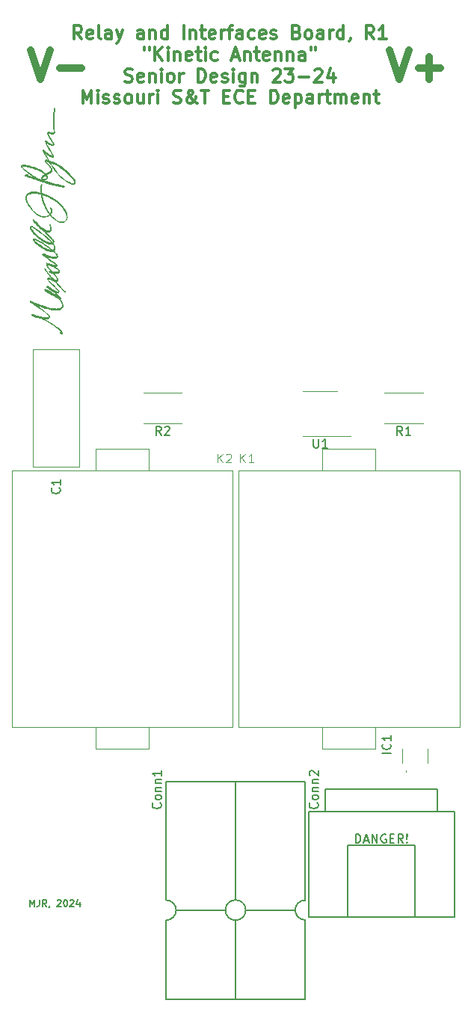
<source format=gbr>
%TF.GenerationSoftware,KiCad,Pcbnew,7.0.2*%
%TF.CreationDate,2024-02-27T12:18:34-06:00*%
%TF.ProjectId,Relay_board_hardware,52656c61-795f-4626-9f61-72645f686172,rev?*%
%TF.SameCoordinates,Original*%
%TF.FileFunction,Legend,Top*%
%TF.FilePolarity,Positive*%
%FSLAX46Y46*%
G04 Gerber Fmt 4.6, Leading zero omitted, Abs format (unit mm)*
G04 Created by KiCad (PCBNEW 7.0.2) date 2024-02-27 12:18:34*
%MOMM*%
%LPD*%
G01*
G04 APERTURE LIST*
%ADD10C,0.190500*%
%ADD11C,0.300000*%
%ADD12C,0.812800*%
%ADD13C,0.150000*%
%ADD14C,0.100000*%
%ADD15C,0.152400*%
%ADD16C,0.120000*%
%ADD17C,0.010000*%
G04 APERTURE END LIST*
D10*
X129086428Y-151671745D02*
X129086428Y-150909745D01*
X129086428Y-150909745D02*
X129340428Y-151454031D01*
X129340428Y-151454031D02*
X129594428Y-150909745D01*
X129594428Y-150909745D02*
X129594428Y-151671745D01*
X130174999Y-150909745D02*
X130174999Y-151454031D01*
X130174999Y-151454031D02*
X130138714Y-151562888D01*
X130138714Y-151562888D02*
X130066142Y-151635460D01*
X130066142Y-151635460D02*
X129957285Y-151671745D01*
X129957285Y-151671745D02*
X129884714Y-151671745D01*
X130973285Y-151671745D02*
X130719285Y-151308888D01*
X130537856Y-151671745D02*
X130537856Y-150909745D01*
X130537856Y-150909745D02*
X130828142Y-150909745D01*
X130828142Y-150909745D02*
X130900713Y-150946031D01*
X130900713Y-150946031D02*
X130936999Y-150982317D01*
X130936999Y-150982317D02*
X130973285Y-151054888D01*
X130973285Y-151054888D02*
X130973285Y-151163745D01*
X130973285Y-151163745D02*
X130936999Y-151236317D01*
X130936999Y-151236317D02*
X130900713Y-151272602D01*
X130900713Y-151272602D02*
X130828142Y-151308888D01*
X130828142Y-151308888D02*
X130537856Y-151308888D01*
X131336142Y-151635460D02*
X131336142Y-151671745D01*
X131336142Y-151671745D02*
X131299856Y-151744317D01*
X131299856Y-151744317D02*
X131263570Y-151780602D01*
X132206998Y-150982317D02*
X132243284Y-150946031D01*
X132243284Y-150946031D02*
X132315856Y-150909745D01*
X132315856Y-150909745D02*
X132497284Y-150909745D01*
X132497284Y-150909745D02*
X132569856Y-150946031D01*
X132569856Y-150946031D02*
X132606141Y-150982317D01*
X132606141Y-150982317D02*
X132642427Y-151054888D01*
X132642427Y-151054888D02*
X132642427Y-151127460D01*
X132642427Y-151127460D02*
X132606141Y-151236317D01*
X132606141Y-151236317D02*
X132170713Y-151671745D01*
X132170713Y-151671745D02*
X132642427Y-151671745D01*
X133114141Y-150909745D02*
X133186712Y-150909745D01*
X133186712Y-150909745D02*
X133259284Y-150946031D01*
X133259284Y-150946031D02*
X133295570Y-150982317D01*
X133295570Y-150982317D02*
X133331855Y-151054888D01*
X133331855Y-151054888D02*
X133368141Y-151200031D01*
X133368141Y-151200031D02*
X133368141Y-151381460D01*
X133368141Y-151381460D02*
X133331855Y-151526602D01*
X133331855Y-151526602D02*
X133295570Y-151599174D01*
X133295570Y-151599174D02*
X133259284Y-151635460D01*
X133259284Y-151635460D02*
X133186712Y-151671745D01*
X133186712Y-151671745D02*
X133114141Y-151671745D01*
X133114141Y-151671745D02*
X133041570Y-151635460D01*
X133041570Y-151635460D02*
X133005284Y-151599174D01*
X133005284Y-151599174D02*
X132968998Y-151526602D01*
X132968998Y-151526602D02*
X132932712Y-151381460D01*
X132932712Y-151381460D02*
X132932712Y-151200031D01*
X132932712Y-151200031D02*
X132968998Y-151054888D01*
X132968998Y-151054888D02*
X133005284Y-150982317D01*
X133005284Y-150982317D02*
X133041570Y-150946031D01*
X133041570Y-150946031D02*
X133114141Y-150909745D01*
X133658426Y-150982317D02*
X133694712Y-150946031D01*
X133694712Y-150946031D02*
X133767284Y-150909745D01*
X133767284Y-150909745D02*
X133948712Y-150909745D01*
X133948712Y-150909745D02*
X134021284Y-150946031D01*
X134021284Y-150946031D02*
X134057569Y-150982317D01*
X134057569Y-150982317D02*
X134093855Y-151054888D01*
X134093855Y-151054888D02*
X134093855Y-151127460D01*
X134093855Y-151127460D02*
X134057569Y-151236317D01*
X134057569Y-151236317D02*
X133622141Y-151671745D01*
X133622141Y-151671745D02*
X134093855Y-151671745D01*
X134746998Y-151163745D02*
X134746998Y-151671745D01*
X134565569Y-150873460D02*
X134384140Y-151417745D01*
X134384140Y-151417745D02*
X134855855Y-151417745D01*
D11*
X134979286Y-53486428D02*
X134479286Y-52772142D01*
X134122143Y-53486428D02*
X134122143Y-51986428D01*
X134122143Y-51986428D02*
X134693572Y-51986428D01*
X134693572Y-51986428D02*
X134836429Y-52057857D01*
X134836429Y-52057857D02*
X134907858Y-52129285D01*
X134907858Y-52129285D02*
X134979286Y-52272142D01*
X134979286Y-52272142D02*
X134979286Y-52486428D01*
X134979286Y-52486428D02*
X134907858Y-52629285D01*
X134907858Y-52629285D02*
X134836429Y-52700714D01*
X134836429Y-52700714D02*
X134693572Y-52772142D01*
X134693572Y-52772142D02*
X134122143Y-52772142D01*
X136193572Y-53415000D02*
X136050715Y-53486428D01*
X136050715Y-53486428D02*
X135765001Y-53486428D01*
X135765001Y-53486428D02*
X135622143Y-53415000D01*
X135622143Y-53415000D02*
X135550715Y-53272142D01*
X135550715Y-53272142D02*
X135550715Y-52700714D01*
X135550715Y-52700714D02*
X135622143Y-52557857D01*
X135622143Y-52557857D02*
X135765001Y-52486428D01*
X135765001Y-52486428D02*
X136050715Y-52486428D01*
X136050715Y-52486428D02*
X136193572Y-52557857D01*
X136193572Y-52557857D02*
X136265001Y-52700714D01*
X136265001Y-52700714D02*
X136265001Y-52843571D01*
X136265001Y-52843571D02*
X135550715Y-52986428D01*
X137122143Y-53486428D02*
X136979286Y-53415000D01*
X136979286Y-53415000D02*
X136907857Y-53272142D01*
X136907857Y-53272142D02*
X136907857Y-51986428D01*
X138336429Y-53486428D02*
X138336429Y-52700714D01*
X138336429Y-52700714D02*
X138265000Y-52557857D01*
X138265000Y-52557857D02*
X138122143Y-52486428D01*
X138122143Y-52486428D02*
X137836429Y-52486428D01*
X137836429Y-52486428D02*
X137693571Y-52557857D01*
X138336429Y-53415000D02*
X138193571Y-53486428D01*
X138193571Y-53486428D02*
X137836429Y-53486428D01*
X137836429Y-53486428D02*
X137693571Y-53415000D01*
X137693571Y-53415000D02*
X137622143Y-53272142D01*
X137622143Y-53272142D02*
X137622143Y-53129285D01*
X137622143Y-53129285D02*
X137693571Y-52986428D01*
X137693571Y-52986428D02*
X137836429Y-52915000D01*
X137836429Y-52915000D02*
X138193571Y-52915000D01*
X138193571Y-52915000D02*
X138336429Y-52843571D01*
X138907857Y-52486428D02*
X139265000Y-53486428D01*
X139622143Y-52486428D02*
X139265000Y-53486428D01*
X139265000Y-53486428D02*
X139122143Y-53843571D01*
X139122143Y-53843571D02*
X139050714Y-53915000D01*
X139050714Y-53915000D02*
X138907857Y-53986428D01*
X141979286Y-53486428D02*
X141979286Y-52700714D01*
X141979286Y-52700714D02*
X141907857Y-52557857D01*
X141907857Y-52557857D02*
X141765000Y-52486428D01*
X141765000Y-52486428D02*
X141479286Y-52486428D01*
X141479286Y-52486428D02*
X141336428Y-52557857D01*
X141979286Y-53415000D02*
X141836428Y-53486428D01*
X141836428Y-53486428D02*
X141479286Y-53486428D01*
X141479286Y-53486428D02*
X141336428Y-53415000D01*
X141336428Y-53415000D02*
X141265000Y-53272142D01*
X141265000Y-53272142D02*
X141265000Y-53129285D01*
X141265000Y-53129285D02*
X141336428Y-52986428D01*
X141336428Y-52986428D02*
X141479286Y-52915000D01*
X141479286Y-52915000D02*
X141836428Y-52915000D01*
X141836428Y-52915000D02*
X141979286Y-52843571D01*
X142693571Y-52486428D02*
X142693571Y-53486428D01*
X142693571Y-52629285D02*
X142765000Y-52557857D01*
X142765000Y-52557857D02*
X142907857Y-52486428D01*
X142907857Y-52486428D02*
X143122143Y-52486428D01*
X143122143Y-52486428D02*
X143265000Y-52557857D01*
X143265000Y-52557857D02*
X143336429Y-52700714D01*
X143336429Y-52700714D02*
X143336429Y-53486428D01*
X144693572Y-53486428D02*
X144693572Y-51986428D01*
X144693572Y-53415000D02*
X144550714Y-53486428D01*
X144550714Y-53486428D02*
X144265000Y-53486428D01*
X144265000Y-53486428D02*
X144122143Y-53415000D01*
X144122143Y-53415000D02*
X144050714Y-53343571D01*
X144050714Y-53343571D02*
X143979286Y-53200714D01*
X143979286Y-53200714D02*
X143979286Y-52772142D01*
X143979286Y-52772142D02*
X144050714Y-52629285D01*
X144050714Y-52629285D02*
X144122143Y-52557857D01*
X144122143Y-52557857D02*
X144265000Y-52486428D01*
X144265000Y-52486428D02*
X144550714Y-52486428D01*
X144550714Y-52486428D02*
X144693572Y-52557857D01*
X146550714Y-53486428D02*
X146550714Y-51986428D01*
X147265000Y-52486428D02*
X147265000Y-53486428D01*
X147265000Y-52629285D02*
X147336429Y-52557857D01*
X147336429Y-52557857D02*
X147479286Y-52486428D01*
X147479286Y-52486428D02*
X147693572Y-52486428D01*
X147693572Y-52486428D02*
X147836429Y-52557857D01*
X147836429Y-52557857D02*
X147907858Y-52700714D01*
X147907858Y-52700714D02*
X147907858Y-53486428D01*
X148407858Y-52486428D02*
X148979286Y-52486428D01*
X148622143Y-51986428D02*
X148622143Y-53272142D01*
X148622143Y-53272142D02*
X148693572Y-53415000D01*
X148693572Y-53415000D02*
X148836429Y-53486428D01*
X148836429Y-53486428D02*
X148979286Y-53486428D01*
X150050715Y-53415000D02*
X149907858Y-53486428D01*
X149907858Y-53486428D02*
X149622144Y-53486428D01*
X149622144Y-53486428D02*
X149479286Y-53415000D01*
X149479286Y-53415000D02*
X149407858Y-53272142D01*
X149407858Y-53272142D02*
X149407858Y-52700714D01*
X149407858Y-52700714D02*
X149479286Y-52557857D01*
X149479286Y-52557857D02*
X149622144Y-52486428D01*
X149622144Y-52486428D02*
X149907858Y-52486428D01*
X149907858Y-52486428D02*
X150050715Y-52557857D01*
X150050715Y-52557857D02*
X150122144Y-52700714D01*
X150122144Y-52700714D02*
X150122144Y-52843571D01*
X150122144Y-52843571D02*
X149407858Y-52986428D01*
X150765000Y-53486428D02*
X150765000Y-52486428D01*
X150765000Y-52772142D02*
X150836429Y-52629285D01*
X150836429Y-52629285D02*
X150907858Y-52557857D01*
X150907858Y-52557857D02*
X151050715Y-52486428D01*
X151050715Y-52486428D02*
X151193572Y-52486428D01*
X151479286Y-52486428D02*
X152050714Y-52486428D01*
X151693571Y-53486428D02*
X151693571Y-52200714D01*
X151693571Y-52200714D02*
X151765000Y-52057857D01*
X151765000Y-52057857D02*
X151907857Y-51986428D01*
X151907857Y-51986428D02*
X152050714Y-51986428D01*
X153193572Y-53486428D02*
X153193572Y-52700714D01*
X153193572Y-52700714D02*
X153122143Y-52557857D01*
X153122143Y-52557857D02*
X152979286Y-52486428D01*
X152979286Y-52486428D02*
X152693572Y-52486428D01*
X152693572Y-52486428D02*
X152550714Y-52557857D01*
X153193572Y-53415000D02*
X153050714Y-53486428D01*
X153050714Y-53486428D02*
X152693572Y-53486428D01*
X152693572Y-53486428D02*
X152550714Y-53415000D01*
X152550714Y-53415000D02*
X152479286Y-53272142D01*
X152479286Y-53272142D02*
X152479286Y-53129285D01*
X152479286Y-53129285D02*
X152550714Y-52986428D01*
X152550714Y-52986428D02*
X152693572Y-52915000D01*
X152693572Y-52915000D02*
X153050714Y-52915000D01*
X153050714Y-52915000D02*
X153193572Y-52843571D01*
X154550715Y-53415000D02*
X154407857Y-53486428D01*
X154407857Y-53486428D02*
X154122143Y-53486428D01*
X154122143Y-53486428D02*
X153979286Y-53415000D01*
X153979286Y-53415000D02*
X153907857Y-53343571D01*
X153907857Y-53343571D02*
X153836429Y-53200714D01*
X153836429Y-53200714D02*
X153836429Y-52772142D01*
X153836429Y-52772142D02*
X153907857Y-52629285D01*
X153907857Y-52629285D02*
X153979286Y-52557857D01*
X153979286Y-52557857D02*
X154122143Y-52486428D01*
X154122143Y-52486428D02*
X154407857Y-52486428D01*
X154407857Y-52486428D02*
X154550715Y-52557857D01*
X155765000Y-53415000D02*
X155622143Y-53486428D01*
X155622143Y-53486428D02*
X155336429Y-53486428D01*
X155336429Y-53486428D02*
X155193571Y-53415000D01*
X155193571Y-53415000D02*
X155122143Y-53272142D01*
X155122143Y-53272142D02*
X155122143Y-52700714D01*
X155122143Y-52700714D02*
X155193571Y-52557857D01*
X155193571Y-52557857D02*
X155336429Y-52486428D01*
X155336429Y-52486428D02*
X155622143Y-52486428D01*
X155622143Y-52486428D02*
X155765000Y-52557857D01*
X155765000Y-52557857D02*
X155836429Y-52700714D01*
X155836429Y-52700714D02*
X155836429Y-52843571D01*
X155836429Y-52843571D02*
X155122143Y-52986428D01*
X156407857Y-53415000D02*
X156550714Y-53486428D01*
X156550714Y-53486428D02*
X156836428Y-53486428D01*
X156836428Y-53486428D02*
X156979285Y-53415000D01*
X156979285Y-53415000D02*
X157050714Y-53272142D01*
X157050714Y-53272142D02*
X157050714Y-53200714D01*
X157050714Y-53200714D02*
X156979285Y-53057857D01*
X156979285Y-53057857D02*
X156836428Y-52986428D01*
X156836428Y-52986428D02*
X156622143Y-52986428D01*
X156622143Y-52986428D02*
X156479285Y-52915000D01*
X156479285Y-52915000D02*
X156407857Y-52772142D01*
X156407857Y-52772142D02*
X156407857Y-52700714D01*
X156407857Y-52700714D02*
X156479285Y-52557857D01*
X156479285Y-52557857D02*
X156622143Y-52486428D01*
X156622143Y-52486428D02*
X156836428Y-52486428D01*
X156836428Y-52486428D02*
X156979285Y-52557857D01*
X159336428Y-52700714D02*
X159550714Y-52772142D01*
X159550714Y-52772142D02*
X159622143Y-52843571D01*
X159622143Y-52843571D02*
X159693571Y-52986428D01*
X159693571Y-52986428D02*
X159693571Y-53200714D01*
X159693571Y-53200714D02*
X159622143Y-53343571D01*
X159622143Y-53343571D02*
X159550714Y-53415000D01*
X159550714Y-53415000D02*
X159407857Y-53486428D01*
X159407857Y-53486428D02*
X158836428Y-53486428D01*
X158836428Y-53486428D02*
X158836428Y-51986428D01*
X158836428Y-51986428D02*
X159336428Y-51986428D01*
X159336428Y-51986428D02*
X159479286Y-52057857D01*
X159479286Y-52057857D02*
X159550714Y-52129285D01*
X159550714Y-52129285D02*
X159622143Y-52272142D01*
X159622143Y-52272142D02*
X159622143Y-52415000D01*
X159622143Y-52415000D02*
X159550714Y-52557857D01*
X159550714Y-52557857D02*
X159479286Y-52629285D01*
X159479286Y-52629285D02*
X159336428Y-52700714D01*
X159336428Y-52700714D02*
X158836428Y-52700714D01*
X160550714Y-53486428D02*
X160407857Y-53415000D01*
X160407857Y-53415000D02*
X160336428Y-53343571D01*
X160336428Y-53343571D02*
X160265000Y-53200714D01*
X160265000Y-53200714D02*
X160265000Y-52772142D01*
X160265000Y-52772142D02*
X160336428Y-52629285D01*
X160336428Y-52629285D02*
X160407857Y-52557857D01*
X160407857Y-52557857D02*
X160550714Y-52486428D01*
X160550714Y-52486428D02*
X160765000Y-52486428D01*
X160765000Y-52486428D02*
X160907857Y-52557857D01*
X160907857Y-52557857D02*
X160979286Y-52629285D01*
X160979286Y-52629285D02*
X161050714Y-52772142D01*
X161050714Y-52772142D02*
X161050714Y-53200714D01*
X161050714Y-53200714D02*
X160979286Y-53343571D01*
X160979286Y-53343571D02*
X160907857Y-53415000D01*
X160907857Y-53415000D02*
X160765000Y-53486428D01*
X160765000Y-53486428D02*
X160550714Y-53486428D01*
X162336429Y-53486428D02*
X162336429Y-52700714D01*
X162336429Y-52700714D02*
X162265000Y-52557857D01*
X162265000Y-52557857D02*
X162122143Y-52486428D01*
X162122143Y-52486428D02*
X161836429Y-52486428D01*
X161836429Y-52486428D02*
X161693571Y-52557857D01*
X162336429Y-53415000D02*
X162193571Y-53486428D01*
X162193571Y-53486428D02*
X161836429Y-53486428D01*
X161836429Y-53486428D02*
X161693571Y-53415000D01*
X161693571Y-53415000D02*
X161622143Y-53272142D01*
X161622143Y-53272142D02*
X161622143Y-53129285D01*
X161622143Y-53129285D02*
X161693571Y-52986428D01*
X161693571Y-52986428D02*
X161836429Y-52915000D01*
X161836429Y-52915000D02*
X162193571Y-52915000D01*
X162193571Y-52915000D02*
X162336429Y-52843571D01*
X163050714Y-53486428D02*
X163050714Y-52486428D01*
X163050714Y-52772142D02*
X163122143Y-52629285D01*
X163122143Y-52629285D02*
X163193572Y-52557857D01*
X163193572Y-52557857D02*
X163336429Y-52486428D01*
X163336429Y-52486428D02*
X163479286Y-52486428D01*
X164622143Y-53486428D02*
X164622143Y-51986428D01*
X164622143Y-53415000D02*
X164479285Y-53486428D01*
X164479285Y-53486428D02*
X164193571Y-53486428D01*
X164193571Y-53486428D02*
X164050714Y-53415000D01*
X164050714Y-53415000D02*
X163979285Y-53343571D01*
X163979285Y-53343571D02*
X163907857Y-53200714D01*
X163907857Y-53200714D02*
X163907857Y-52772142D01*
X163907857Y-52772142D02*
X163979285Y-52629285D01*
X163979285Y-52629285D02*
X164050714Y-52557857D01*
X164050714Y-52557857D02*
X164193571Y-52486428D01*
X164193571Y-52486428D02*
X164479285Y-52486428D01*
X164479285Y-52486428D02*
X164622143Y-52557857D01*
X165407857Y-53415000D02*
X165407857Y-53486428D01*
X165407857Y-53486428D02*
X165336428Y-53629285D01*
X165336428Y-53629285D02*
X165265000Y-53700714D01*
X168050714Y-53486428D02*
X167550714Y-52772142D01*
X167193571Y-53486428D02*
X167193571Y-51986428D01*
X167193571Y-51986428D02*
X167765000Y-51986428D01*
X167765000Y-51986428D02*
X167907857Y-52057857D01*
X167907857Y-52057857D02*
X167979286Y-52129285D01*
X167979286Y-52129285D02*
X168050714Y-52272142D01*
X168050714Y-52272142D02*
X168050714Y-52486428D01*
X168050714Y-52486428D02*
X167979286Y-52629285D01*
X167979286Y-52629285D02*
X167907857Y-52700714D01*
X167907857Y-52700714D02*
X167765000Y-52772142D01*
X167765000Y-52772142D02*
X167193571Y-52772142D01*
X169479286Y-53486428D02*
X168622143Y-53486428D01*
X169050714Y-53486428D02*
X169050714Y-51986428D01*
X169050714Y-51986428D02*
X168907857Y-52200714D01*
X168907857Y-52200714D02*
X168765000Y-52343571D01*
X168765000Y-52343571D02*
X168622143Y-52415000D01*
X142050714Y-54416428D02*
X142050714Y-54702142D01*
X142622142Y-54416428D02*
X142622142Y-54702142D01*
X143264999Y-55916428D02*
X143264999Y-54416428D01*
X144122142Y-55916428D02*
X143479285Y-55059285D01*
X144122142Y-54416428D02*
X143264999Y-55273571D01*
X144764999Y-55916428D02*
X144764999Y-54916428D01*
X144764999Y-54416428D02*
X144693571Y-54487857D01*
X144693571Y-54487857D02*
X144764999Y-54559285D01*
X144764999Y-54559285D02*
X144836428Y-54487857D01*
X144836428Y-54487857D02*
X144764999Y-54416428D01*
X144764999Y-54416428D02*
X144764999Y-54559285D01*
X145479285Y-54916428D02*
X145479285Y-55916428D01*
X145479285Y-55059285D02*
X145550714Y-54987857D01*
X145550714Y-54987857D02*
X145693571Y-54916428D01*
X145693571Y-54916428D02*
X145907857Y-54916428D01*
X145907857Y-54916428D02*
X146050714Y-54987857D01*
X146050714Y-54987857D02*
X146122143Y-55130714D01*
X146122143Y-55130714D02*
X146122143Y-55916428D01*
X147407857Y-55845000D02*
X147265000Y-55916428D01*
X147265000Y-55916428D02*
X146979286Y-55916428D01*
X146979286Y-55916428D02*
X146836428Y-55845000D01*
X146836428Y-55845000D02*
X146765000Y-55702142D01*
X146765000Y-55702142D02*
X146765000Y-55130714D01*
X146765000Y-55130714D02*
X146836428Y-54987857D01*
X146836428Y-54987857D02*
X146979286Y-54916428D01*
X146979286Y-54916428D02*
X147265000Y-54916428D01*
X147265000Y-54916428D02*
X147407857Y-54987857D01*
X147407857Y-54987857D02*
X147479286Y-55130714D01*
X147479286Y-55130714D02*
X147479286Y-55273571D01*
X147479286Y-55273571D02*
X146765000Y-55416428D01*
X147907857Y-54916428D02*
X148479285Y-54916428D01*
X148122142Y-54416428D02*
X148122142Y-55702142D01*
X148122142Y-55702142D02*
X148193571Y-55845000D01*
X148193571Y-55845000D02*
X148336428Y-55916428D01*
X148336428Y-55916428D02*
X148479285Y-55916428D01*
X148979285Y-55916428D02*
X148979285Y-54916428D01*
X148979285Y-54416428D02*
X148907857Y-54487857D01*
X148907857Y-54487857D02*
X148979285Y-54559285D01*
X148979285Y-54559285D02*
X149050714Y-54487857D01*
X149050714Y-54487857D02*
X148979285Y-54416428D01*
X148979285Y-54416428D02*
X148979285Y-54559285D01*
X150336429Y-55845000D02*
X150193571Y-55916428D01*
X150193571Y-55916428D02*
X149907857Y-55916428D01*
X149907857Y-55916428D02*
X149765000Y-55845000D01*
X149765000Y-55845000D02*
X149693571Y-55773571D01*
X149693571Y-55773571D02*
X149622143Y-55630714D01*
X149622143Y-55630714D02*
X149622143Y-55202142D01*
X149622143Y-55202142D02*
X149693571Y-55059285D01*
X149693571Y-55059285D02*
X149765000Y-54987857D01*
X149765000Y-54987857D02*
X149907857Y-54916428D01*
X149907857Y-54916428D02*
X150193571Y-54916428D01*
X150193571Y-54916428D02*
X150336429Y-54987857D01*
X152050714Y-55487857D02*
X152765000Y-55487857D01*
X151907857Y-55916428D02*
X152407857Y-54416428D01*
X152407857Y-54416428D02*
X152907857Y-55916428D01*
X153407856Y-54916428D02*
X153407856Y-55916428D01*
X153407856Y-55059285D02*
X153479285Y-54987857D01*
X153479285Y-54987857D02*
X153622142Y-54916428D01*
X153622142Y-54916428D02*
X153836428Y-54916428D01*
X153836428Y-54916428D02*
X153979285Y-54987857D01*
X153979285Y-54987857D02*
X154050714Y-55130714D01*
X154050714Y-55130714D02*
X154050714Y-55916428D01*
X154550714Y-54916428D02*
X155122142Y-54916428D01*
X154764999Y-54416428D02*
X154764999Y-55702142D01*
X154764999Y-55702142D02*
X154836428Y-55845000D01*
X154836428Y-55845000D02*
X154979285Y-55916428D01*
X154979285Y-55916428D02*
X155122142Y-55916428D01*
X156193571Y-55845000D02*
X156050714Y-55916428D01*
X156050714Y-55916428D02*
X155765000Y-55916428D01*
X155765000Y-55916428D02*
X155622142Y-55845000D01*
X155622142Y-55845000D02*
X155550714Y-55702142D01*
X155550714Y-55702142D02*
X155550714Y-55130714D01*
X155550714Y-55130714D02*
X155622142Y-54987857D01*
X155622142Y-54987857D02*
X155765000Y-54916428D01*
X155765000Y-54916428D02*
X156050714Y-54916428D01*
X156050714Y-54916428D02*
X156193571Y-54987857D01*
X156193571Y-54987857D02*
X156265000Y-55130714D01*
X156265000Y-55130714D02*
X156265000Y-55273571D01*
X156265000Y-55273571D02*
X155550714Y-55416428D01*
X156907856Y-54916428D02*
X156907856Y-55916428D01*
X156907856Y-55059285D02*
X156979285Y-54987857D01*
X156979285Y-54987857D02*
X157122142Y-54916428D01*
X157122142Y-54916428D02*
X157336428Y-54916428D01*
X157336428Y-54916428D02*
X157479285Y-54987857D01*
X157479285Y-54987857D02*
X157550714Y-55130714D01*
X157550714Y-55130714D02*
X157550714Y-55916428D01*
X158264999Y-54916428D02*
X158264999Y-55916428D01*
X158264999Y-55059285D02*
X158336428Y-54987857D01*
X158336428Y-54987857D02*
X158479285Y-54916428D01*
X158479285Y-54916428D02*
X158693571Y-54916428D01*
X158693571Y-54916428D02*
X158836428Y-54987857D01*
X158836428Y-54987857D02*
X158907857Y-55130714D01*
X158907857Y-55130714D02*
X158907857Y-55916428D01*
X160265000Y-55916428D02*
X160265000Y-55130714D01*
X160265000Y-55130714D02*
X160193571Y-54987857D01*
X160193571Y-54987857D02*
X160050714Y-54916428D01*
X160050714Y-54916428D02*
X159765000Y-54916428D01*
X159765000Y-54916428D02*
X159622142Y-54987857D01*
X160265000Y-55845000D02*
X160122142Y-55916428D01*
X160122142Y-55916428D02*
X159765000Y-55916428D01*
X159765000Y-55916428D02*
X159622142Y-55845000D01*
X159622142Y-55845000D02*
X159550714Y-55702142D01*
X159550714Y-55702142D02*
X159550714Y-55559285D01*
X159550714Y-55559285D02*
X159622142Y-55416428D01*
X159622142Y-55416428D02*
X159765000Y-55345000D01*
X159765000Y-55345000D02*
X160122142Y-55345000D01*
X160122142Y-55345000D02*
X160265000Y-55273571D01*
X160907857Y-54416428D02*
X160907857Y-54702142D01*
X161479285Y-54416428D02*
X161479285Y-54702142D01*
X139872144Y-58275000D02*
X140086430Y-58346428D01*
X140086430Y-58346428D02*
X140443572Y-58346428D01*
X140443572Y-58346428D02*
X140586430Y-58275000D01*
X140586430Y-58275000D02*
X140657858Y-58203571D01*
X140657858Y-58203571D02*
X140729287Y-58060714D01*
X140729287Y-58060714D02*
X140729287Y-57917857D01*
X140729287Y-57917857D02*
X140657858Y-57775000D01*
X140657858Y-57775000D02*
X140586430Y-57703571D01*
X140586430Y-57703571D02*
X140443572Y-57632142D01*
X140443572Y-57632142D02*
X140157858Y-57560714D01*
X140157858Y-57560714D02*
X140015001Y-57489285D01*
X140015001Y-57489285D02*
X139943572Y-57417857D01*
X139943572Y-57417857D02*
X139872144Y-57275000D01*
X139872144Y-57275000D02*
X139872144Y-57132142D01*
X139872144Y-57132142D02*
X139943572Y-56989285D01*
X139943572Y-56989285D02*
X140015001Y-56917857D01*
X140015001Y-56917857D02*
X140157858Y-56846428D01*
X140157858Y-56846428D02*
X140515001Y-56846428D01*
X140515001Y-56846428D02*
X140729287Y-56917857D01*
X141943572Y-58275000D02*
X141800715Y-58346428D01*
X141800715Y-58346428D02*
X141515001Y-58346428D01*
X141515001Y-58346428D02*
X141372143Y-58275000D01*
X141372143Y-58275000D02*
X141300715Y-58132142D01*
X141300715Y-58132142D02*
X141300715Y-57560714D01*
X141300715Y-57560714D02*
X141372143Y-57417857D01*
X141372143Y-57417857D02*
X141515001Y-57346428D01*
X141515001Y-57346428D02*
X141800715Y-57346428D01*
X141800715Y-57346428D02*
X141943572Y-57417857D01*
X141943572Y-57417857D02*
X142015001Y-57560714D01*
X142015001Y-57560714D02*
X142015001Y-57703571D01*
X142015001Y-57703571D02*
X141300715Y-57846428D01*
X142657857Y-57346428D02*
X142657857Y-58346428D01*
X142657857Y-57489285D02*
X142729286Y-57417857D01*
X142729286Y-57417857D02*
X142872143Y-57346428D01*
X142872143Y-57346428D02*
X143086429Y-57346428D01*
X143086429Y-57346428D02*
X143229286Y-57417857D01*
X143229286Y-57417857D02*
X143300715Y-57560714D01*
X143300715Y-57560714D02*
X143300715Y-58346428D01*
X144015000Y-58346428D02*
X144015000Y-57346428D01*
X144015000Y-56846428D02*
X143943572Y-56917857D01*
X143943572Y-56917857D02*
X144015000Y-56989285D01*
X144015000Y-56989285D02*
X144086429Y-56917857D01*
X144086429Y-56917857D02*
X144015000Y-56846428D01*
X144015000Y-56846428D02*
X144015000Y-56989285D01*
X144943572Y-58346428D02*
X144800715Y-58275000D01*
X144800715Y-58275000D02*
X144729286Y-58203571D01*
X144729286Y-58203571D02*
X144657858Y-58060714D01*
X144657858Y-58060714D02*
X144657858Y-57632142D01*
X144657858Y-57632142D02*
X144729286Y-57489285D01*
X144729286Y-57489285D02*
X144800715Y-57417857D01*
X144800715Y-57417857D02*
X144943572Y-57346428D01*
X144943572Y-57346428D02*
X145157858Y-57346428D01*
X145157858Y-57346428D02*
X145300715Y-57417857D01*
X145300715Y-57417857D02*
X145372144Y-57489285D01*
X145372144Y-57489285D02*
X145443572Y-57632142D01*
X145443572Y-57632142D02*
X145443572Y-58060714D01*
X145443572Y-58060714D02*
X145372144Y-58203571D01*
X145372144Y-58203571D02*
X145300715Y-58275000D01*
X145300715Y-58275000D02*
X145157858Y-58346428D01*
X145157858Y-58346428D02*
X144943572Y-58346428D01*
X146086429Y-58346428D02*
X146086429Y-57346428D01*
X146086429Y-57632142D02*
X146157858Y-57489285D01*
X146157858Y-57489285D02*
X146229287Y-57417857D01*
X146229287Y-57417857D02*
X146372144Y-57346428D01*
X146372144Y-57346428D02*
X146515001Y-57346428D01*
X148157857Y-58346428D02*
X148157857Y-56846428D01*
X148157857Y-56846428D02*
X148515000Y-56846428D01*
X148515000Y-56846428D02*
X148729286Y-56917857D01*
X148729286Y-56917857D02*
X148872143Y-57060714D01*
X148872143Y-57060714D02*
X148943572Y-57203571D01*
X148943572Y-57203571D02*
X149015000Y-57489285D01*
X149015000Y-57489285D02*
X149015000Y-57703571D01*
X149015000Y-57703571D02*
X148943572Y-57989285D01*
X148943572Y-57989285D02*
X148872143Y-58132142D01*
X148872143Y-58132142D02*
X148729286Y-58275000D01*
X148729286Y-58275000D02*
X148515000Y-58346428D01*
X148515000Y-58346428D02*
X148157857Y-58346428D01*
X150229286Y-58275000D02*
X150086429Y-58346428D01*
X150086429Y-58346428D02*
X149800715Y-58346428D01*
X149800715Y-58346428D02*
X149657857Y-58275000D01*
X149657857Y-58275000D02*
X149586429Y-58132142D01*
X149586429Y-58132142D02*
X149586429Y-57560714D01*
X149586429Y-57560714D02*
X149657857Y-57417857D01*
X149657857Y-57417857D02*
X149800715Y-57346428D01*
X149800715Y-57346428D02*
X150086429Y-57346428D01*
X150086429Y-57346428D02*
X150229286Y-57417857D01*
X150229286Y-57417857D02*
X150300715Y-57560714D01*
X150300715Y-57560714D02*
X150300715Y-57703571D01*
X150300715Y-57703571D02*
X149586429Y-57846428D01*
X150872143Y-58275000D02*
X151015000Y-58346428D01*
X151015000Y-58346428D02*
X151300714Y-58346428D01*
X151300714Y-58346428D02*
X151443571Y-58275000D01*
X151443571Y-58275000D02*
X151515000Y-58132142D01*
X151515000Y-58132142D02*
X151515000Y-58060714D01*
X151515000Y-58060714D02*
X151443571Y-57917857D01*
X151443571Y-57917857D02*
X151300714Y-57846428D01*
X151300714Y-57846428D02*
X151086429Y-57846428D01*
X151086429Y-57846428D02*
X150943571Y-57775000D01*
X150943571Y-57775000D02*
X150872143Y-57632142D01*
X150872143Y-57632142D02*
X150872143Y-57560714D01*
X150872143Y-57560714D02*
X150943571Y-57417857D01*
X150943571Y-57417857D02*
X151086429Y-57346428D01*
X151086429Y-57346428D02*
X151300714Y-57346428D01*
X151300714Y-57346428D02*
X151443571Y-57417857D01*
X152157857Y-58346428D02*
X152157857Y-57346428D01*
X152157857Y-56846428D02*
X152086429Y-56917857D01*
X152086429Y-56917857D02*
X152157857Y-56989285D01*
X152157857Y-56989285D02*
X152229286Y-56917857D01*
X152229286Y-56917857D02*
X152157857Y-56846428D01*
X152157857Y-56846428D02*
X152157857Y-56989285D01*
X153515001Y-57346428D02*
X153515001Y-58560714D01*
X153515001Y-58560714D02*
X153443572Y-58703571D01*
X153443572Y-58703571D02*
X153372143Y-58775000D01*
X153372143Y-58775000D02*
X153229286Y-58846428D01*
X153229286Y-58846428D02*
X153015001Y-58846428D01*
X153015001Y-58846428D02*
X152872143Y-58775000D01*
X153515001Y-58275000D02*
X153372143Y-58346428D01*
X153372143Y-58346428D02*
X153086429Y-58346428D01*
X153086429Y-58346428D02*
X152943572Y-58275000D01*
X152943572Y-58275000D02*
X152872143Y-58203571D01*
X152872143Y-58203571D02*
X152800715Y-58060714D01*
X152800715Y-58060714D02*
X152800715Y-57632142D01*
X152800715Y-57632142D02*
X152872143Y-57489285D01*
X152872143Y-57489285D02*
X152943572Y-57417857D01*
X152943572Y-57417857D02*
X153086429Y-57346428D01*
X153086429Y-57346428D02*
X153372143Y-57346428D01*
X153372143Y-57346428D02*
X153515001Y-57417857D01*
X154229286Y-57346428D02*
X154229286Y-58346428D01*
X154229286Y-57489285D02*
X154300715Y-57417857D01*
X154300715Y-57417857D02*
X154443572Y-57346428D01*
X154443572Y-57346428D02*
X154657858Y-57346428D01*
X154657858Y-57346428D02*
X154800715Y-57417857D01*
X154800715Y-57417857D02*
X154872144Y-57560714D01*
X154872144Y-57560714D02*
X154872144Y-58346428D01*
X156657858Y-56989285D02*
X156729286Y-56917857D01*
X156729286Y-56917857D02*
X156872144Y-56846428D01*
X156872144Y-56846428D02*
X157229286Y-56846428D01*
X157229286Y-56846428D02*
X157372144Y-56917857D01*
X157372144Y-56917857D02*
X157443572Y-56989285D01*
X157443572Y-56989285D02*
X157515001Y-57132142D01*
X157515001Y-57132142D02*
X157515001Y-57275000D01*
X157515001Y-57275000D02*
X157443572Y-57489285D01*
X157443572Y-57489285D02*
X156586429Y-58346428D01*
X156586429Y-58346428D02*
X157515001Y-58346428D01*
X158015000Y-56846428D02*
X158943572Y-56846428D01*
X158943572Y-56846428D02*
X158443572Y-57417857D01*
X158443572Y-57417857D02*
X158657857Y-57417857D01*
X158657857Y-57417857D02*
X158800715Y-57489285D01*
X158800715Y-57489285D02*
X158872143Y-57560714D01*
X158872143Y-57560714D02*
X158943572Y-57703571D01*
X158943572Y-57703571D02*
X158943572Y-58060714D01*
X158943572Y-58060714D02*
X158872143Y-58203571D01*
X158872143Y-58203571D02*
X158800715Y-58275000D01*
X158800715Y-58275000D02*
X158657857Y-58346428D01*
X158657857Y-58346428D02*
X158229286Y-58346428D01*
X158229286Y-58346428D02*
X158086429Y-58275000D01*
X158086429Y-58275000D02*
X158015000Y-58203571D01*
X159586428Y-57775000D02*
X160729286Y-57775000D01*
X161372143Y-56989285D02*
X161443571Y-56917857D01*
X161443571Y-56917857D02*
X161586429Y-56846428D01*
X161586429Y-56846428D02*
X161943571Y-56846428D01*
X161943571Y-56846428D02*
X162086429Y-56917857D01*
X162086429Y-56917857D02*
X162157857Y-56989285D01*
X162157857Y-56989285D02*
X162229286Y-57132142D01*
X162229286Y-57132142D02*
X162229286Y-57275000D01*
X162229286Y-57275000D02*
X162157857Y-57489285D01*
X162157857Y-57489285D02*
X161300714Y-58346428D01*
X161300714Y-58346428D02*
X162229286Y-58346428D01*
X163515000Y-57346428D02*
X163515000Y-58346428D01*
X163157857Y-56775000D02*
X162800714Y-57846428D01*
X162800714Y-57846428D02*
X163729285Y-57846428D01*
X135086428Y-60776428D02*
X135086428Y-59276428D01*
X135086428Y-59276428D02*
X135586428Y-60347857D01*
X135586428Y-60347857D02*
X136086428Y-59276428D01*
X136086428Y-59276428D02*
X136086428Y-60776428D01*
X136800714Y-60776428D02*
X136800714Y-59776428D01*
X136800714Y-59276428D02*
X136729286Y-59347857D01*
X136729286Y-59347857D02*
X136800714Y-59419285D01*
X136800714Y-59419285D02*
X136872143Y-59347857D01*
X136872143Y-59347857D02*
X136800714Y-59276428D01*
X136800714Y-59276428D02*
X136800714Y-59419285D01*
X137443572Y-60705000D02*
X137586429Y-60776428D01*
X137586429Y-60776428D02*
X137872143Y-60776428D01*
X137872143Y-60776428D02*
X138015000Y-60705000D01*
X138015000Y-60705000D02*
X138086429Y-60562142D01*
X138086429Y-60562142D02*
X138086429Y-60490714D01*
X138086429Y-60490714D02*
X138015000Y-60347857D01*
X138015000Y-60347857D02*
X137872143Y-60276428D01*
X137872143Y-60276428D02*
X137657858Y-60276428D01*
X137657858Y-60276428D02*
X137515000Y-60205000D01*
X137515000Y-60205000D02*
X137443572Y-60062142D01*
X137443572Y-60062142D02*
X137443572Y-59990714D01*
X137443572Y-59990714D02*
X137515000Y-59847857D01*
X137515000Y-59847857D02*
X137657858Y-59776428D01*
X137657858Y-59776428D02*
X137872143Y-59776428D01*
X137872143Y-59776428D02*
X138015000Y-59847857D01*
X138657858Y-60705000D02*
X138800715Y-60776428D01*
X138800715Y-60776428D02*
X139086429Y-60776428D01*
X139086429Y-60776428D02*
X139229286Y-60705000D01*
X139229286Y-60705000D02*
X139300715Y-60562142D01*
X139300715Y-60562142D02*
X139300715Y-60490714D01*
X139300715Y-60490714D02*
X139229286Y-60347857D01*
X139229286Y-60347857D02*
X139086429Y-60276428D01*
X139086429Y-60276428D02*
X138872144Y-60276428D01*
X138872144Y-60276428D02*
X138729286Y-60205000D01*
X138729286Y-60205000D02*
X138657858Y-60062142D01*
X138657858Y-60062142D02*
X138657858Y-59990714D01*
X138657858Y-59990714D02*
X138729286Y-59847857D01*
X138729286Y-59847857D02*
X138872144Y-59776428D01*
X138872144Y-59776428D02*
X139086429Y-59776428D01*
X139086429Y-59776428D02*
X139229286Y-59847857D01*
X140157858Y-60776428D02*
X140015001Y-60705000D01*
X140015001Y-60705000D02*
X139943572Y-60633571D01*
X139943572Y-60633571D02*
X139872144Y-60490714D01*
X139872144Y-60490714D02*
X139872144Y-60062142D01*
X139872144Y-60062142D02*
X139943572Y-59919285D01*
X139943572Y-59919285D02*
X140015001Y-59847857D01*
X140015001Y-59847857D02*
X140157858Y-59776428D01*
X140157858Y-59776428D02*
X140372144Y-59776428D01*
X140372144Y-59776428D02*
X140515001Y-59847857D01*
X140515001Y-59847857D02*
X140586430Y-59919285D01*
X140586430Y-59919285D02*
X140657858Y-60062142D01*
X140657858Y-60062142D02*
X140657858Y-60490714D01*
X140657858Y-60490714D02*
X140586430Y-60633571D01*
X140586430Y-60633571D02*
X140515001Y-60705000D01*
X140515001Y-60705000D02*
X140372144Y-60776428D01*
X140372144Y-60776428D02*
X140157858Y-60776428D01*
X141943573Y-59776428D02*
X141943573Y-60776428D01*
X141300715Y-59776428D02*
X141300715Y-60562142D01*
X141300715Y-60562142D02*
X141372144Y-60705000D01*
X141372144Y-60705000D02*
X141515001Y-60776428D01*
X141515001Y-60776428D02*
X141729287Y-60776428D01*
X141729287Y-60776428D02*
X141872144Y-60705000D01*
X141872144Y-60705000D02*
X141943573Y-60633571D01*
X142657858Y-60776428D02*
X142657858Y-59776428D01*
X142657858Y-60062142D02*
X142729287Y-59919285D01*
X142729287Y-59919285D02*
X142800716Y-59847857D01*
X142800716Y-59847857D02*
X142943573Y-59776428D01*
X142943573Y-59776428D02*
X143086430Y-59776428D01*
X143586429Y-60776428D02*
X143586429Y-59776428D01*
X143586429Y-59276428D02*
X143515001Y-59347857D01*
X143515001Y-59347857D02*
X143586429Y-59419285D01*
X143586429Y-59419285D02*
X143657858Y-59347857D01*
X143657858Y-59347857D02*
X143586429Y-59276428D01*
X143586429Y-59276428D02*
X143586429Y-59419285D01*
X145372144Y-60705000D02*
X145586430Y-60776428D01*
X145586430Y-60776428D02*
X145943572Y-60776428D01*
X145943572Y-60776428D02*
X146086430Y-60705000D01*
X146086430Y-60705000D02*
X146157858Y-60633571D01*
X146157858Y-60633571D02*
X146229287Y-60490714D01*
X146229287Y-60490714D02*
X146229287Y-60347857D01*
X146229287Y-60347857D02*
X146157858Y-60205000D01*
X146157858Y-60205000D02*
X146086430Y-60133571D01*
X146086430Y-60133571D02*
X145943572Y-60062142D01*
X145943572Y-60062142D02*
X145657858Y-59990714D01*
X145657858Y-59990714D02*
X145515001Y-59919285D01*
X145515001Y-59919285D02*
X145443572Y-59847857D01*
X145443572Y-59847857D02*
X145372144Y-59705000D01*
X145372144Y-59705000D02*
X145372144Y-59562142D01*
X145372144Y-59562142D02*
X145443572Y-59419285D01*
X145443572Y-59419285D02*
X145515001Y-59347857D01*
X145515001Y-59347857D02*
X145657858Y-59276428D01*
X145657858Y-59276428D02*
X146015001Y-59276428D01*
X146015001Y-59276428D02*
X146229287Y-59347857D01*
X148086429Y-60776428D02*
X148015001Y-60776428D01*
X148015001Y-60776428D02*
X147872143Y-60705000D01*
X147872143Y-60705000D02*
X147657858Y-60490714D01*
X147657858Y-60490714D02*
X147300715Y-60062142D01*
X147300715Y-60062142D02*
X147157858Y-59847857D01*
X147157858Y-59847857D02*
X147086429Y-59633571D01*
X147086429Y-59633571D02*
X147086429Y-59490714D01*
X147086429Y-59490714D02*
X147157858Y-59347857D01*
X147157858Y-59347857D02*
X147300715Y-59276428D01*
X147300715Y-59276428D02*
X147372143Y-59276428D01*
X147372143Y-59276428D02*
X147515001Y-59347857D01*
X147515001Y-59347857D02*
X147586429Y-59490714D01*
X147586429Y-59490714D02*
X147586429Y-59562142D01*
X147586429Y-59562142D02*
X147515001Y-59705000D01*
X147515001Y-59705000D02*
X147443572Y-59776428D01*
X147443572Y-59776428D02*
X147015001Y-60062142D01*
X147015001Y-60062142D02*
X146943572Y-60133571D01*
X146943572Y-60133571D02*
X146872143Y-60276428D01*
X146872143Y-60276428D02*
X146872143Y-60490714D01*
X146872143Y-60490714D02*
X146943572Y-60633571D01*
X146943572Y-60633571D02*
X147015001Y-60705000D01*
X147015001Y-60705000D02*
X147157858Y-60776428D01*
X147157858Y-60776428D02*
X147372143Y-60776428D01*
X147372143Y-60776428D02*
X147515001Y-60705000D01*
X147515001Y-60705000D02*
X147586429Y-60633571D01*
X147586429Y-60633571D02*
X147800715Y-60347857D01*
X147800715Y-60347857D02*
X147872143Y-60133571D01*
X147872143Y-60133571D02*
X147872143Y-59990714D01*
X148515001Y-59276428D02*
X149372144Y-59276428D01*
X148943572Y-60776428D02*
X148943572Y-59276428D01*
X151015000Y-59990714D02*
X151515000Y-59990714D01*
X151729286Y-60776428D02*
X151015000Y-60776428D01*
X151015000Y-60776428D02*
X151015000Y-59276428D01*
X151015000Y-59276428D02*
X151729286Y-59276428D01*
X153229286Y-60633571D02*
X153157858Y-60705000D01*
X153157858Y-60705000D02*
X152943572Y-60776428D01*
X152943572Y-60776428D02*
X152800715Y-60776428D01*
X152800715Y-60776428D02*
X152586429Y-60705000D01*
X152586429Y-60705000D02*
X152443572Y-60562142D01*
X152443572Y-60562142D02*
X152372143Y-60419285D01*
X152372143Y-60419285D02*
X152300715Y-60133571D01*
X152300715Y-60133571D02*
X152300715Y-59919285D01*
X152300715Y-59919285D02*
X152372143Y-59633571D01*
X152372143Y-59633571D02*
X152443572Y-59490714D01*
X152443572Y-59490714D02*
X152586429Y-59347857D01*
X152586429Y-59347857D02*
X152800715Y-59276428D01*
X152800715Y-59276428D02*
X152943572Y-59276428D01*
X152943572Y-59276428D02*
X153157858Y-59347857D01*
X153157858Y-59347857D02*
X153229286Y-59419285D01*
X153872143Y-59990714D02*
X154372143Y-59990714D01*
X154586429Y-60776428D02*
X153872143Y-60776428D01*
X153872143Y-60776428D02*
X153872143Y-59276428D01*
X153872143Y-59276428D02*
X154586429Y-59276428D01*
X156372143Y-60776428D02*
X156372143Y-59276428D01*
X156372143Y-59276428D02*
X156729286Y-59276428D01*
X156729286Y-59276428D02*
X156943572Y-59347857D01*
X156943572Y-59347857D02*
X157086429Y-59490714D01*
X157086429Y-59490714D02*
X157157858Y-59633571D01*
X157157858Y-59633571D02*
X157229286Y-59919285D01*
X157229286Y-59919285D02*
X157229286Y-60133571D01*
X157229286Y-60133571D02*
X157157858Y-60419285D01*
X157157858Y-60419285D02*
X157086429Y-60562142D01*
X157086429Y-60562142D02*
X156943572Y-60705000D01*
X156943572Y-60705000D02*
X156729286Y-60776428D01*
X156729286Y-60776428D02*
X156372143Y-60776428D01*
X158443572Y-60705000D02*
X158300715Y-60776428D01*
X158300715Y-60776428D02*
X158015001Y-60776428D01*
X158015001Y-60776428D02*
X157872143Y-60705000D01*
X157872143Y-60705000D02*
X157800715Y-60562142D01*
X157800715Y-60562142D02*
X157800715Y-59990714D01*
X157800715Y-59990714D02*
X157872143Y-59847857D01*
X157872143Y-59847857D02*
X158015001Y-59776428D01*
X158015001Y-59776428D02*
X158300715Y-59776428D01*
X158300715Y-59776428D02*
X158443572Y-59847857D01*
X158443572Y-59847857D02*
X158515001Y-59990714D01*
X158515001Y-59990714D02*
X158515001Y-60133571D01*
X158515001Y-60133571D02*
X157800715Y-60276428D01*
X159157857Y-59776428D02*
X159157857Y-61276428D01*
X159157857Y-59847857D02*
X159300715Y-59776428D01*
X159300715Y-59776428D02*
X159586429Y-59776428D01*
X159586429Y-59776428D02*
X159729286Y-59847857D01*
X159729286Y-59847857D02*
X159800715Y-59919285D01*
X159800715Y-59919285D02*
X159872143Y-60062142D01*
X159872143Y-60062142D02*
X159872143Y-60490714D01*
X159872143Y-60490714D02*
X159800715Y-60633571D01*
X159800715Y-60633571D02*
X159729286Y-60705000D01*
X159729286Y-60705000D02*
X159586429Y-60776428D01*
X159586429Y-60776428D02*
X159300715Y-60776428D01*
X159300715Y-60776428D02*
X159157857Y-60705000D01*
X161157858Y-60776428D02*
X161157858Y-59990714D01*
X161157858Y-59990714D02*
X161086429Y-59847857D01*
X161086429Y-59847857D02*
X160943572Y-59776428D01*
X160943572Y-59776428D02*
X160657858Y-59776428D01*
X160657858Y-59776428D02*
X160515000Y-59847857D01*
X161157858Y-60705000D02*
X161015000Y-60776428D01*
X161015000Y-60776428D02*
X160657858Y-60776428D01*
X160657858Y-60776428D02*
X160515000Y-60705000D01*
X160515000Y-60705000D02*
X160443572Y-60562142D01*
X160443572Y-60562142D02*
X160443572Y-60419285D01*
X160443572Y-60419285D02*
X160515000Y-60276428D01*
X160515000Y-60276428D02*
X160657858Y-60205000D01*
X160657858Y-60205000D02*
X161015000Y-60205000D01*
X161015000Y-60205000D02*
X161157858Y-60133571D01*
X161872143Y-60776428D02*
X161872143Y-59776428D01*
X161872143Y-60062142D02*
X161943572Y-59919285D01*
X161943572Y-59919285D02*
X162015001Y-59847857D01*
X162015001Y-59847857D02*
X162157858Y-59776428D01*
X162157858Y-59776428D02*
X162300715Y-59776428D01*
X162586429Y-59776428D02*
X163157857Y-59776428D01*
X162800714Y-59276428D02*
X162800714Y-60562142D01*
X162800714Y-60562142D02*
X162872143Y-60705000D01*
X162872143Y-60705000D02*
X163015000Y-60776428D01*
X163015000Y-60776428D02*
X163157857Y-60776428D01*
X163657857Y-60776428D02*
X163657857Y-59776428D01*
X163657857Y-59919285D02*
X163729286Y-59847857D01*
X163729286Y-59847857D02*
X163872143Y-59776428D01*
X163872143Y-59776428D02*
X164086429Y-59776428D01*
X164086429Y-59776428D02*
X164229286Y-59847857D01*
X164229286Y-59847857D02*
X164300715Y-59990714D01*
X164300715Y-59990714D02*
X164300715Y-60776428D01*
X164300715Y-59990714D02*
X164372143Y-59847857D01*
X164372143Y-59847857D02*
X164515000Y-59776428D01*
X164515000Y-59776428D02*
X164729286Y-59776428D01*
X164729286Y-59776428D02*
X164872143Y-59847857D01*
X164872143Y-59847857D02*
X164943572Y-59990714D01*
X164943572Y-59990714D02*
X164943572Y-60776428D01*
X166229286Y-60705000D02*
X166086429Y-60776428D01*
X166086429Y-60776428D02*
X165800715Y-60776428D01*
X165800715Y-60776428D02*
X165657857Y-60705000D01*
X165657857Y-60705000D02*
X165586429Y-60562142D01*
X165586429Y-60562142D02*
X165586429Y-59990714D01*
X165586429Y-59990714D02*
X165657857Y-59847857D01*
X165657857Y-59847857D02*
X165800715Y-59776428D01*
X165800715Y-59776428D02*
X166086429Y-59776428D01*
X166086429Y-59776428D02*
X166229286Y-59847857D01*
X166229286Y-59847857D02*
X166300715Y-59990714D01*
X166300715Y-59990714D02*
X166300715Y-60133571D01*
X166300715Y-60133571D02*
X165586429Y-60276428D01*
X166943571Y-59776428D02*
X166943571Y-60776428D01*
X166943571Y-59919285D02*
X167015000Y-59847857D01*
X167015000Y-59847857D02*
X167157857Y-59776428D01*
X167157857Y-59776428D02*
X167372143Y-59776428D01*
X167372143Y-59776428D02*
X167515000Y-59847857D01*
X167515000Y-59847857D02*
X167586429Y-59990714D01*
X167586429Y-59990714D02*
X167586429Y-60776428D01*
X168086429Y-59776428D02*
X168657857Y-59776428D01*
X168300714Y-59276428D02*
X168300714Y-60562142D01*
X168300714Y-60562142D02*
X168372143Y-60705000D01*
X168372143Y-60705000D02*
X168515000Y-60776428D01*
X168515000Y-60776428D02*
X168657857Y-60776428D01*
D12*
X129214638Y-54770915D02*
X130298371Y-58022115D01*
X130298371Y-58022115D02*
X131382104Y-54770915D01*
X132465838Y-56783562D02*
X134942943Y-56783562D01*
X169854638Y-54770915D02*
X170938371Y-58022115D01*
X170938371Y-58022115D02*
X172022104Y-54770915D01*
X173105838Y-56783562D02*
X175582943Y-56783562D01*
X174344390Y-58022115D02*
X174344390Y-55545010D01*
D13*
%TO.C,Conn1*%
X143877380Y-139953809D02*
X143925000Y-140001428D01*
X143925000Y-140001428D02*
X143972619Y-140144285D01*
X143972619Y-140144285D02*
X143972619Y-140239523D01*
X143972619Y-140239523D02*
X143925000Y-140382380D01*
X143925000Y-140382380D02*
X143829761Y-140477618D01*
X143829761Y-140477618D02*
X143734523Y-140525237D01*
X143734523Y-140525237D02*
X143544047Y-140572856D01*
X143544047Y-140572856D02*
X143401190Y-140572856D01*
X143401190Y-140572856D02*
X143210714Y-140525237D01*
X143210714Y-140525237D02*
X143115476Y-140477618D01*
X143115476Y-140477618D02*
X143020238Y-140382380D01*
X143020238Y-140382380D02*
X142972619Y-140239523D01*
X142972619Y-140239523D02*
X142972619Y-140144285D01*
X142972619Y-140144285D02*
X143020238Y-140001428D01*
X143020238Y-140001428D02*
X143067857Y-139953809D01*
X143972619Y-139382380D02*
X143925000Y-139477618D01*
X143925000Y-139477618D02*
X143877380Y-139525237D01*
X143877380Y-139525237D02*
X143782142Y-139572856D01*
X143782142Y-139572856D02*
X143496428Y-139572856D01*
X143496428Y-139572856D02*
X143401190Y-139525237D01*
X143401190Y-139525237D02*
X143353571Y-139477618D01*
X143353571Y-139477618D02*
X143305952Y-139382380D01*
X143305952Y-139382380D02*
X143305952Y-139239523D01*
X143305952Y-139239523D02*
X143353571Y-139144285D01*
X143353571Y-139144285D02*
X143401190Y-139096666D01*
X143401190Y-139096666D02*
X143496428Y-139049047D01*
X143496428Y-139049047D02*
X143782142Y-139049047D01*
X143782142Y-139049047D02*
X143877380Y-139096666D01*
X143877380Y-139096666D02*
X143925000Y-139144285D01*
X143925000Y-139144285D02*
X143972619Y-139239523D01*
X143972619Y-139239523D02*
X143972619Y-139382380D01*
X143305952Y-138620475D02*
X143972619Y-138620475D01*
X143401190Y-138620475D02*
X143353571Y-138572856D01*
X143353571Y-138572856D02*
X143305952Y-138477618D01*
X143305952Y-138477618D02*
X143305952Y-138334761D01*
X143305952Y-138334761D02*
X143353571Y-138239523D01*
X143353571Y-138239523D02*
X143448809Y-138191904D01*
X143448809Y-138191904D02*
X143972619Y-138191904D01*
X143305952Y-137715713D02*
X143972619Y-137715713D01*
X143401190Y-137715713D02*
X143353571Y-137668094D01*
X143353571Y-137668094D02*
X143305952Y-137572856D01*
X143305952Y-137572856D02*
X143305952Y-137429999D01*
X143305952Y-137429999D02*
X143353571Y-137334761D01*
X143353571Y-137334761D02*
X143448809Y-137287142D01*
X143448809Y-137287142D02*
X143972619Y-137287142D01*
X143972619Y-136287142D02*
X143972619Y-136858570D01*
X143972619Y-136572856D02*
X142972619Y-136572856D01*
X142972619Y-136572856D02*
X143115476Y-136668094D01*
X143115476Y-136668094D02*
X143210714Y-136763332D01*
X143210714Y-136763332D02*
X143258333Y-136858570D01*
%TO.C,R2*%
X143978333Y-98332619D02*
X143645000Y-97856428D01*
X143406905Y-98332619D02*
X143406905Y-97332619D01*
X143406905Y-97332619D02*
X143787857Y-97332619D01*
X143787857Y-97332619D02*
X143883095Y-97380238D01*
X143883095Y-97380238D02*
X143930714Y-97427857D01*
X143930714Y-97427857D02*
X143978333Y-97523095D01*
X143978333Y-97523095D02*
X143978333Y-97665952D01*
X143978333Y-97665952D02*
X143930714Y-97761190D01*
X143930714Y-97761190D02*
X143883095Y-97808809D01*
X143883095Y-97808809D02*
X143787857Y-97856428D01*
X143787857Y-97856428D02*
X143406905Y-97856428D01*
X144359286Y-97427857D02*
X144406905Y-97380238D01*
X144406905Y-97380238D02*
X144502143Y-97332619D01*
X144502143Y-97332619D02*
X144740238Y-97332619D01*
X144740238Y-97332619D02*
X144835476Y-97380238D01*
X144835476Y-97380238D02*
X144883095Y-97427857D01*
X144883095Y-97427857D02*
X144930714Y-97523095D01*
X144930714Y-97523095D02*
X144930714Y-97618333D01*
X144930714Y-97618333D02*
X144883095Y-97761190D01*
X144883095Y-97761190D02*
X144311667Y-98332619D01*
X144311667Y-98332619D02*
X144930714Y-98332619D01*
D14*
%TO.C,K1*%
X152931905Y-101427619D02*
X152931905Y-100427619D01*
X153503333Y-101427619D02*
X153074762Y-100856190D01*
X153503333Y-100427619D02*
X152931905Y-100999047D01*
X154455714Y-101427619D02*
X153884286Y-101427619D01*
X154170000Y-101427619D02*
X154170000Y-100427619D01*
X154170000Y-100427619D02*
X154074762Y-100570476D01*
X154074762Y-100570476D02*
X153979524Y-100665714D01*
X153979524Y-100665714D02*
X153884286Y-100713333D01*
D13*
%TO.C,DANGER!*%
X166005238Y-144480619D02*
X166005238Y-143480619D01*
X166005238Y-143480619D02*
X166243333Y-143480619D01*
X166243333Y-143480619D02*
X166386190Y-143528238D01*
X166386190Y-143528238D02*
X166481428Y-143623476D01*
X166481428Y-143623476D02*
X166529047Y-143718714D01*
X166529047Y-143718714D02*
X166576666Y-143909190D01*
X166576666Y-143909190D02*
X166576666Y-144052047D01*
X166576666Y-144052047D02*
X166529047Y-144242523D01*
X166529047Y-144242523D02*
X166481428Y-144337761D01*
X166481428Y-144337761D02*
X166386190Y-144433000D01*
X166386190Y-144433000D02*
X166243333Y-144480619D01*
X166243333Y-144480619D02*
X166005238Y-144480619D01*
X166957619Y-144194904D02*
X167433809Y-144194904D01*
X166862381Y-144480619D02*
X167195714Y-143480619D01*
X167195714Y-143480619D02*
X167529047Y-144480619D01*
X167862381Y-144480619D02*
X167862381Y-143480619D01*
X167862381Y-143480619D02*
X168433809Y-144480619D01*
X168433809Y-144480619D02*
X168433809Y-143480619D01*
X169433809Y-143528238D02*
X169338571Y-143480619D01*
X169338571Y-143480619D02*
X169195714Y-143480619D01*
X169195714Y-143480619D02*
X169052857Y-143528238D01*
X169052857Y-143528238D02*
X168957619Y-143623476D01*
X168957619Y-143623476D02*
X168910000Y-143718714D01*
X168910000Y-143718714D02*
X168862381Y-143909190D01*
X168862381Y-143909190D02*
X168862381Y-144052047D01*
X168862381Y-144052047D02*
X168910000Y-144242523D01*
X168910000Y-144242523D02*
X168957619Y-144337761D01*
X168957619Y-144337761D02*
X169052857Y-144433000D01*
X169052857Y-144433000D02*
X169195714Y-144480619D01*
X169195714Y-144480619D02*
X169290952Y-144480619D01*
X169290952Y-144480619D02*
X169433809Y-144433000D01*
X169433809Y-144433000D02*
X169481428Y-144385380D01*
X169481428Y-144385380D02*
X169481428Y-144052047D01*
X169481428Y-144052047D02*
X169290952Y-144052047D01*
X169910000Y-143956809D02*
X170243333Y-143956809D01*
X170386190Y-144480619D02*
X169910000Y-144480619D01*
X169910000Y-144480619D02*
X169910000Y-143480619D01*
X169910000Y-143480619D02*
X170386190Y-143480619D01*
X171386190Y-144480619D02*
X171052857Y-144004428D01*
X170814762Y-144480619D02*
X170814762Y-143480619D01*
X170814762Y-143480619D02*
X171195714Y-143480619D01*
X171195714Y-143480619D02*
X171290952Y-143528238D01*
X171290952Y-143528238D02*
X171338571Y-143575857D01*
X171338571Y-143575857D02*
X171386190Y-143671095D01*
X171386190Y-143671095D02*
X171386190Y-143813952D01*
X171386190Y-143813952D02*
X171338571Y-143909190D01*
X171338571Y-143909190D02*
X171290952Y-143956809D01*
X171290952Y-143956809D02*
X171195714Y-144004428D01*
X171195714Y-144004428D02*
X170814762Y-144004428D01*
X171814762Y-144385380D02*
X171862381Y-144433000D01*
X171862381Y-144433000D02*
X171814762Y-144480619D01*
X171814762Y-144480619D02*
X171767143Y-144433000D01*
X171767143Y-144433000D02*
X171814762Y-144385380D01*
X171814762Y-144385380D02*
X171814762Y-144480619D01*
X171814762Y-144099666D02*
X171767143Y-143528238D01*
X171767143Y-143528238D02*
X171814762Y-143480619D01*
X171814762Y-143480619D02*
X171862381Y-143528238D01*
X171862381Y-143528238D02*
X171814762Y-144099666D01*
X171814762Y-144099666D02*
X171814762Y-143480619D01*
D15*
%TO.C,IC1*%
X170007619Y-134326189D02*
X169007619Y-134326189D01*
X169912380Y-133278571D02*
X169960000Y-133326190D01*
X169960000Y-133326190D02*
X170007619Y-133469047D01*
X170007619Y-133469047D02*
X170007619Y-133564285D01*
X170007619Y-133564285D02*
X169960000Y-133707142D01*
X169960000Y-133707142D02*
X169864761Y-133802380D01*
X169864761Y-133802380D02*
X169769523Y-133849999D01*
X169769523Y-133849999D02*
X169579047Y-133897618D01*
X169579047Y-133897618D02*
X169436190Y-133897618D01*
X169436190Y-133897618D02*
X169245714Y-133849999D01*
X169245714Y-133849999D02*
X169150476Y-133802380D01*
X169150476Y-133802380D02*
X169055238Y-133707142D01*
X169055238Y-133707142D02*
X169007619Y-133564285D01*
X169007619Y-133564285D02*
X169007619Y-133469047D01*
X169007619Y-133469047D02*
X169055238Y-133326190D01*
X169055238Y-133326190D02*
X169102857Y-133278571D01*
X170007619Y-132326190D02*
X170007619Y-132897618D01*
X170007619Y-132611904D02*
X169007619Y-132611904D01*
X169007619Y-132611904D02*
X169150476Y-132707142D01*
X169150476Y-132707142D02*
X169245714Y-132802380D01*
X169245714Y-132802380D02*
X169293333Y-132897618D01*
D13*
%TO.C,U1*%
X161228095Y-98747619D02*
X161228095Y-99557142D01*
X161228095Y-99557142D02*
X161275714Y-99652380D01*
X161275714Y-99652380D02*
X161323333Y-99700000D01*
X161323333Y-99700000D02*
X161418571Y-99747619D01*
X161418571Y-99747619D02*
X161609047Y-99747619D01*
X161609047Y-99747619D02*
X161704285Y-99700000D01*
X161704285Y-99700000D02*
X161751904Y-99652380D01*
X161751904Y-99652380D02*
X161799523Y-99557142D01*
X161799523Y-99557142D02*
X161799523Y-98747619D01*
X162799523Y-99747619D02*
X162228095Y-99747619D01*
X162513809Y-99747619D02*
X162513809Y-98747619D01*
X162513809Y-98747619D02*
X162418571Y-98890476D01*
X162418571Y-98890476D02*
X162323333Y-98985714D01*
X162323333Y-98985714D02*
X162228095Y-99033333D01*
D14*
%TO.C,K2*%
X150391905Y-101427619D02*
X150391905Y-100427619D01*
X150963333Y-101427619D02*
X150534762Y-100856190D01*
X150963333Y-100427619D02*
X150391905Y-100999047D01*
X151344286Y-100522857D02*
X151391905Y-100475238D01*
X151391905Y-100475238D02*
X151487143Y-100427619D01*
X151487143Y-100427619D02*
X151725238Y-100427619D01*
X151725238Y-100427619D02*
X151820476Y-100475238D01*
X151820476Y-100475238D02*
X151868095Y-100522857D01*
X151868095Y-100522857D02*
X151915714Y-100618095D01*
X151915714Y-100618095D02*
X151915714Y-100713333D01*
X151915714Y-100713333D02*
X151868095Y-100856190D01*
X151868095Y-100856190D02*
X151296667Y-101427619D01*
X151296667Y-101427619D02*
X151915714Y-101427619D01*
D13*
%TO.C,R1*%
X171283333Y-98332619D02*
X170950000Y-97856428D01*
X170711905Y-98332619D02*
X170711905Y-97332619D01*
X170711905Y-97332619D02*
X171092857Y-97332619D01*
X171092857Y-97332619D02*
X171188095Y-97380238D01*
X171188095Y-97380238D02*
X171235714Y-97427857D01*
X171235714Y-97427857D02*
X171283333Y-97523095D01*
X171283333Y-97523095D02*
X171283333Y-97665952D01*
X171283333Y-97665952D02*
X171235714Y-97761190D01*
X171235714Y-97761190D02*
X171188095Y-97808809D01*
X171188095Y-97808809D02*
X171092857Y-97856428D01*
X171092857Y-97856428D02*
X170711905Y-97856428D01*
X172235714Y-98332619D02*
X171664286Y-98332619D01*
X171950000Y-98332619D02*
X171950000Y-97332619D01*
X171950000Y-97332619D02*
X171854762Y-97475476D01*
X171854762Y-97475476D02*
X171759524Y-97570714D01*
X171759524Y-97570714D02*
X171664286Y-97618333D01*
%TO.C,C1*%
X132447380Y-104306666D02*
X132495000Y-104354285D01*
X132495000Y-104354285D02*
X132542619Y-104497142D01*
X132542619Y-104497142D02*
X132542619Y-104592380D01*
X132542619Y-104592380D02*
X132495000Y-104735237D01*
X132495000Y-104735237D02*
X132399761Y-104830475D01*
X132399761Y-104830475D02*
X132304523Y-104878094D01*
X132304523Y-104878094D02*
X132114047Y-104925713D01*
X132114047Y-104925713D02*
X131971190Y-104925713D01*
X131971190Y-104925713D02*
X131780714Y-104878094D01*
X131780714Y-104878094D02*
X131685476Y-104830475D01*
X131685476Y-104830475D02*
X131590238Y-104735237D01*
X131590238Y-104735237D02*
X131542619Y-104592380D01*
X131542619Y-104592380D02*
X131542619Y-104497142D01*
X131542619Y-104497142D02*
X131590238Y-104354285D01*
X131590238Y-104354285D02*
X131637857Y-104306666D01*
X132542619Y-103354285D02*
X132542619Y-103925713D01*
X132542619Y-103639999D02*
X131542619Y-103639999D01*
X131542619Y-103639999D02*
X131685476Y-103735237D01*
X131685476Y-103735237D02*
X131780714Y-103830475D01*
X131780714Y-103830475D02*
X131828333Y-103925713D01*
%TO.C,Conn2*%
X161657380Y-139953809D02*
X161705000Y-140001428D01*
X161705000Y-140001428D02*
X161752619Y-140144285D01*
X161752619Y-140144285D02*
X161752619Y-140239523D01*
X161752619Y-140239523D02*
X161705000Y-140382380D01*
X161705000Y-140382380D02*
X161609761Y-140477618D01*
X161609761Y-140477618D02*
X161514523Y-140525237D01*
X161514523Y-140525237D02*
X161324047Y-140572856D01*
X161324047Y-140572856D02*
X161181190Y-140572856D01*
X161181190Y-140572856D02*
X160990714Y-140525237D01*
X160990714Y-140525237D02*
X160895476Y-140477618D01*
X160895476Y-140477618D02*
X160800238Y-140382380D01*
X160800238Y-140382380D02*
X160752619Y-140239523D01*
X160752619Y-140239523D02*
X160752619Y-140144285D01*
X160752619Y-140144285D02*
X160800238Y-140001428D01*
X160800238Y-140001428D02*
X160847857Y-139953809D01*
X161752619Y-139382380D02*
X161705000Y-139477618D01*
X161705000Y-139477618D02*
X161657380Y-139525237D01*
X161657380Y-139525237D02*
X161562142Y-139572856D01*
X161562142Y-139572856D02*
X161276428Y-139572856D01*
X161276428Y-139572856D02*
X161181190Y-139525237D01*
X161181190Y-139525237D02*
X161133571Y-139477618D01*
X161133571Y-139477618D02*
X161085952Y-139382380D01*
X161085952Y-139382380D02*
X161085952Y-139239523D01*
X161085952Y-139239523D02*
X161133571Y-139144285D01*
X161133571Y-139144285D02*
X161181190Y-139096666D01*
X161181190Y-139096666D02*
X161276428Y-139049047D01*
X161276428Y-139049047D02*
X161562142Y-139049047D01*
X161562142Y-139049047D02*
X161657380Y-139096666D01*
X161657380Y-139096666D02*
X161705000Y-139144285D01*
X161705000Y-139144285D02*
X161752619Y-139239523D01*
X161752619Y-139239523D02*
X161752619Y-139382380D01*
X161085952Y-138620475D02*
X161752619Y-138620475D01*
X161181190Y-138620475D02*
X161133571Y-138572856D01*
X161133571Y-138572856D02*
X161085952Y-138477618D01*
X161085952Y-138477618D02*
X161085952Y-138334761D01*
X161085952Y-138334761D02*
X161133571Y-138239523D01*
X161133571Y-138239523D02*
X161228809Y-138191904D01*
X161228809Y-138191904D02*
X161752619Y-138191904D01*
X161085952Y-137715713D02*
X161752619Y-137715713D01*
X161181190Y-137715713D02*
X161133571Y-137668094D01*
X161133571Y-137668094D02*
X161085952Y-137572856D01*
X161085952Y-137572856D02*
X161085952Y-137429999D01*
X161085952Y-137429999D02*
X161133571Y-137334761D01*
X161133571Y-137334761D02*
X161228809Y-137287142D01*
X161228809Y-137287142D02*
X161752619Y-137287142D01*
X160847857Y-136858570D02*
X160800238Y-136810951D01*
X160800238Y-136810951D02*
X160752619Y-136715713D01*
X160752619Y-136715713D02*
X160752619Y-136477618D01*
X160752619Y-136477618D02*
X160800238Y-136382380D01*
X160800238Y-136382380D02*
X160847857Y-136334761D01*
X160847857Y-136334761D02*
X160943095Y-136287142D01*
X160943095Y-136287142D02*
X161038333Y-136287142D01*
X161038333Y-136287142D02*
X161181190Y-136334761D01*
X161181190Y-136334761D02*
X161752619Y-136906189D01*
X161752619Y-136906189D02*
X161752619Y-136287142D01*
%TO.C,Conn1*%
X144526000Y-162142200D02*
X160274000Y-162142200D01*
X144526000Y-162116800D02*
X144526000Y-154369800D01*
X152374600Y-162116800D02*
X152374600Y-153226800D01*
X160274000Y-154395200D02*
X160274000Y-153226800D01*
X160274000Y-154369800D02*
X160274000Y-162116800D01*
X144526000Y-153226800D02*
X144526000Y-154446000D01*
X145669000Y-152083800D02*
X146837400Y-152083800D01*
X150114000Y-152083800D02*
X146837400Y-152083800D01*
X150114000Y-152083800D02*
X151257000Y-152083800D01*
X154686000Y-152083800D02*
X153543000Y-152083800D01*
X154686000Y-152083800D02*
X157988000Y-152083800D01*
X157962600Y-152083800D02*
X159131000Y-152083800D01*
X144526000Y-149823200D02*
X144526000Y-150915400D01*
X144526000Y-149797800D02*
X144526000Y-137504200D01*
X152400000Y-149797800D02*
X152400000Y-150940800D01*
X152400000Y-149797800D02*
X152400000Y-137504200D01*
X160274000Y-149797800D02*
X160274000Y-137504200D01*
X160274000Y-149772400D02*
X160274000Y-150966200D01*
X144526000Y-137504200D02*
X160274000Y-137504200D01*
X159156400Y-152083800D02*
G75*
G03*
X160274000Y-153201400I1117598J-2D01*
G01*
X144526000Y-153226800D02*
G75*
G03*
X145669000Y-152083800I0J1143000D01*
G01*
X160274000Y-150966200D02*
G75*
G03*
X159156400Y-152083800I-2J-1117598D01*
G01*
X145669000Y-152083800D02*
G75*
G03*
X144526000Y-150940800I-1143000J0D01*
G01*
X153543000Y-152083800D02*
G75*
G03*
X153543000Y-152083800I-1143000J0D01*
G01*
D16*
%TO.C,R2*%
X146322064Y-96960000D02*
X141967936Y-96960000D01*
X146322064Y-93540000D02*
X141967936Y-93540000D01*
D14*
%TO.C,K1*%
X168254000Y-99840000D02*
X162254000Y-99840000D01*
X162254000Y-99840000D02*
X162254000Y-102340000D01*
X162254000Y-102340000D02*
X168254000Y-102340000D01*
X168254000Y-102340000D02*
X168254000Y-99840000D01*
X177754000Y-102340000D02*
X152754000Y-102340000D01*
X152754000Y-102340000D02*
X152754000Y-131340000D01*
X152754000Y-131340000D02*
X177754000Y-131340000D01*
X177754000Y-131340000D02*
X177754000Y-102340000D01*
X168254000Y-131340000D02*
X162254000Y-131340000D01*
X162254000Y-131340000D02*
X162254000Y-133840000D01*
X162254000Y-133840000D02*
X168254000Y-133840000D01*
X168254000Y-133840000D02*
X168254000Y-131340000D01*
%TO.C,G\u002A\u002A\u002A*%
D17*
X130431655Y-69939917D02*
X130433020Y-69955612D01*
X130410611Y-70086818D01*
X130394747Y-70245255D01*
X130386003Y-70416244D01*
X130384954Y-70585106D01*
X130392174Y-70737161D01*
X130399703Y-70807037D01*
X130408805Y-70860651D01*
X130424627Y-70892787D01*
X130457873Y-70914163D01*
X130519248Y-70935497D01*
X130531994Y-70939497D01*
X130827073Y-71043658D01*
X131131326Y-71172748D01*
X131434570Y-71321419D01*
X131726619Y-71484323D01*
X131997290Y-71656110D01*
X132236398Y-71831433D01*
X132247874Y-71840624D01*
X132427170Y-71998853D01*
X132601894Y-72179374D01*
X132767296Y-72375472D01*
X132918630Y-72580434D01*
X133051146Y-72787546D01*
X133160097Y-72990093D01*
X133240734Y-73181363D01*
X133274757Y-73292639D01*
X133291717Y-73386394D01*
X133301892Y-73498361D01*
X133305109Y-73615184D01*
X133301194Y-73723507D01*
X133289972Y-73809975D01*
X133281896Y-73839917D01*
X133216972Y-73966324D01*
X133121820Y-74075546D01*
X133045909Y-74132649D01*
X132977102Y-74168791D01*
X132902164Y-74193432D01*
X132806094Y-74210955D01*
X132756775Y-74217139D01*
X132661699Y-74226698D01*
X132647807Y-74227059D01*
X132592349Y-74228503D01*
X132532616Y-74221265D01*
X132466388Y-74203695D01*
X132425865Y-74190653D01*
X132329215Y-74153405D01*
X132222513Y-74104327D01*
X132141075Y-74060910D01*
X132047542Y-73998810D01*
X131935365Y-73912757D01*
X131813709Y-73810715D01*
X131691741Y-73700645D01*
X131578628Y-73590512D01*
X131488696Y-73494192D01*
X131433794Y-73433844D01*
X131388543Y-73388282D01*
X131360632Y-73365114D01*
X131356765Y-73363667D01*
X131331327Y-73375142D01*
X131283578Y-73404836D01*
X131238673Y-73435824D01*
X131083575Y-73522924D01*
X130904794Y-73577924D01*
X130754024Y-73595347D01*
X130699578Y-73601639D01*
X130676378Y-73602347D01*
X130559156Y-73601056D01*
X130456022Y-73589151D01*
X130354795Y-73563497D01*
X130243292Y-73520958D01*
X130109330Y-73458398D01*
X130100916Y-73454238D01*
X129886164Y-73328713D01*
X129671424Y-73166654D01*
X129462429Y-72973472D01*
X129264912Y-72754579D01*
X129084606Y-72515385D01*
X129047257Y-72459720D01*
X128956845Y-72321113D01*
X128886373Y-72210538D01*
X128831974Y-72121022D01*
X128789783Y-72045593D01*
X128755932Y-71977277D01*
X128726557Y-71909101D01*
X128697790Y-71834091D01*
X128692734Y-71820300D01*
X128660887Y-71725920D01*
X128641822Y-71645720D01*
X128632490Y-71561456D01*
X128630390Y-71476778D01*
X128693798Y-71476778D01*
X128699015Y-71595661D01*
X128717370Y-71708844D01*
X128751630Y-71823744D01*
X128804562Y-71947776D01*
X128878932Y-72088358D01*
X128977508Y-72252903D01*
X128992037Y-72276110D01*
X129187984Y-72563258D01*
X129393889Y-72818026D01*
X129607703Y-73038586D01*
X129827378Y-73223107D01*
X130050864Y-73369758D01*
X130276114Y-73476710D01*
X130373021Y-73510042D01*
X130561014Y-73547066D01*
X130754024Y-73548081D01*
X130942515Y-73514312D01*
X131116952Y-73446985D01*
X131189986Y-73404996D01*
X131252621Y-73362624D01*
X131298241Y-73328163D01*
X131317821Y-73308479D01*
X131318000Y-73307587D01*
X131305656Y-73281373D01*
X131288999Y-73259500D01*
X131230574Y-73184172D01*
X131158454Y-73078620D01*
X131077423Y-72950707D01*
X130992263Y-72808296D01*
X130907760Y-72659249D01*
X130828696Y-72511431D01*
X130801879Y-72458822D01*
X130723410Y-72289411D01*
X130645460Y-72097111D01*
X130571254Y-71891916D01*
X130504015Y-71683820D01*
X130446968Y-71482815D01*
X130403336Y-71298894D01*
X130376343Y-71142052D01*
X130375880Y-71138330D01*
X130369743Y-71088354D01*
X130435931Y-71088354D01*
X130443318Y-71149212D01*
X130459009Y-71236678D01*
X130481407Y-71343682D01*
X130508919Y-71463157D01*
X130539951Y-71588033D01*
X130572908Y-71711243D01*
X130606197Y-71825717D01*
X130622773Y-71878413D01*
X130691435Y-72065510D01*
X130781349Y-72273691D01*
X130886886Y-72492220D01*
X131002419Y-72710361D01*
X131122320Y-72917376D01*
X131240961Y-73102529D01*
X131327507Y-73222911D01*
X131352531Y-73247377D01*
X131375975Y-73246367D01*
X131402754Y-73215741D01*
X131437784Y-73151361D01*
X131455108Y-73115440D01*
X131498053Y-72991601D01*
X131502214Y-72876886D01*
X131467026Y-72762730D01*
X131427099Y-72691423D01*
X131390356Y-72626558D01*
X131366106Y-72569168D01*
X131360333Y-72541605D01*
X131368677Y-72504081D01*
X131390921Y-72499140D01*
X131422883Y-72521090D01*
X131460379Y-72564238D01*
X131499227Y-72622890D01*
X131535244Y-72691354D01*
X131564247Y-72763935D01*
X131582054Y-72834942D01*
X131583540Y-72845413D01*
X131589206Y-72911936D01*
X131584047Y-72965125D01*
X131564375Y-73021911D01*
X131529541Y-73093337D01*
X131490596Y-73165495D01*
X131454749Y-73226076D01*
X131430222Y-73261364D01*
X131415986Y-73282206D01*
X131412705Y-73305041D01*
X131423566Y-73334159D01*
X131451754Y-73373850D01*
X131500455Y-73428406D01*
X131572855Y-73502115D01*
X131672140Y-73599269D01*
X131704123Y-73630226D01*
X131851322Y-73768420D01*
X131978894Y-73878443D01*
X132093554Y-73965262D01*
X132202018Y-74033843D01*
X132311004Y-74089155D01*
X132344406Y-74103735D01*
X132412978Y-74129871D01*
X132476921Y-74145913D01*
X132550457Y-74154079D01*
X132647807Y-74156585D01*
X132683250Y-74156566D01*
X132819461Y-74150750D01*
X132924759Y-74132155D01*
X133009552Y-74097189D01*
X133084252Y-74042264D01*
X133121952Y-74005267D01*
X133184912Y-73921548D01*
X133223271Y-73825157D01*
X133238370Y-73709023D01*
X133231545Y-73566075D01*
X133220609Y-73484138D01*
X133170322Y-73277476D01*
X133082668Y-73059107D01*
X132959777Y-72832556D01*
X132803780Y-72601351D01*
X132616808Y-72369017D01*
X132418666Y-72156702D01*
X132200941Y-71960351D01*
X131946457Y-71769425D01*
X131660732Y-71587149D01*
X131349285Y-71416749D01*
X131017634Y-71261454D01*
X130671297Y-71124489D01*
X130625825Y-71108318D01*
X130546325Y-71082410D01*
X130482524Y-71065356D01*
X130444359Y-71059656D01*
X130438440Y-71061170D01*
X130435931Y-71088354D01*
X130369743Y-71088354D01*
X130361235Y-71019077D01*
X130152054Y-70974536D01*
X129977079Y-70938899D01*
X129833410Y-70913807D01*
X129711638Y-70898207D01*
X129602355Y-70891048D01*
X129496153Y-70891276D01*
X129434166Y-70894260D01*
X129239076Y-70917538D01*
X129076823Y-70962081D01*
X128942776Y-71029449D01*
X128871466Y-71083659D01*
X128777571Y-71184492D01*
X128720660Y-71293487D01*
X128695835Y-71421478D01*
X128693798Y-71476778D01*
X128630390Y-71476778D01*
X128629847Y-71454880D01*
X128629833Y-71443574D01*
X128635913Y-71303478D01*
X128656703Y-71193941D01*
X128696030Y-71104611D01*
X128757720Y-71025135D01*
X128799449Y-70984679D01*
X128938244Y-70885139D01*
X129102753Y-70814668D01*
X129294132Y-70773111D01*
X129513538Y-70760314D01*
X129762126Y-70776123D01*
X130038023Y-70819785D01*
X130334963Y-70878480D01*
X130316644Y-70697615D01*
X130308286Y-70573823D01*
X130306769Y-70444397D01*
X130311340Y-70315936D01*
X130321242Y-70195041D01*
X130335723Y-70088310D01*
X130354026Y-70002342D01*
X130375398Y-69943739D01*
X130399085Y-69919098D01*
X130405655Y-69919096D01*
X130431655Y-69939917D01*
G36*
X130431655Y-69939917D02*
G01*
X130433020Y-69955612D01*
X130410611Y-70086818D01*
X130394747Y-70245255D01*
X130386003Y-70416244D01*
X130384954Y-70585106D01*
X130392174Y-70737161D01*
X130399703Y-70807037D01*
X130408805Y-70860651D01*
X130424627Y-70892787D01*
X130457873Y-70914163D01*
X130519248Y-70935497D01*
X130531994Y-70939497D01*
X130827073Y-71043658D01*
X131131326Y-71172748D01*
X131434570Y-71321419D01*
X131726619Y-71484323D01*
X131997290Y-71656110D01*
X132236398Y-71831433D01*
X132247874Y-71840624D01*
X132427170Y-71998853D01*
X132601894Y-72179374D01*
X132767296Y-72375472D01*
X132918630Y-72580434D01*
X133051146Y-72787546D01*
X133160097Y-72990093D01*
X133240734Y-73181363D01*
X133274757Y-73292639D01*
X133291717Y-73386394D01*
X133301892Y-73498361D01*
X133305109Y-73615184D01*
X133301194Y-73723507D01*
X133289972Y-73809975D01*
X133281896Y-73839917D01*
X133216972Y-73966324D01*
X133121820Y-74075546D01*
X133045909Y-74132649D01*
X132977102Y-74168791D01*
X132902164Y-74193432D01*
X132806094Y-74210955D01*
X132756775Y-74217139D01*
X132661699Y-74226698D01*
X132647807Y-74227059D01*
X132592349Y-74228503D01*
X132532616Y-74221265D01*
X132466388Y-74203695D01*
X132425865Y-74190653D01*
X132329215Y-74153405D01*
X132222513Y-74104327D01*
X132141075Y-74060910D01*
X132047542Y-73998810D01*
X131935365Y-73912757D01*
X131813709Y-73810715D01*
X131691741Y-73700645D01*
X131578628Y-73590512D01*
X131488696Y-73494192D01*
X131433794Y-73433844D01*
X131388543Y-73388282D01*
X131360632Y-73365114D01*
X131356765Y-73363667D01*
X131331327Y-73375142D01*
X131283578Y-73404836D01*
X131238673Y-73435824D01*
X131083575Y-73522924D01*
X130904794Y-73577924D01*
X130754024Y-73595347D01*
X130699578Y-73601639D01*
X130676378Y-73602347D01*
X130559156Y-73601056D01*
X130456022Y-73589151D01*
X130354795Y-73563497D01*
X130243292Y-73520958D01*
X130109330Y-73458398D01*
X130100916Y-73454238D01*
X129886164Y-73328713D01*
X129671424Y-73166654D01*
X129462429Y-72973472D01*
X129264912Y-72754579D01*
X129084606Y-72515385D01*
X129047257Y-72459720D01*
X128956845Y-72321113D01*
X128886373Y-72210538D01*
X128831974Y-72121022D01*
X128789783Y-72045593D01*
X128755932Y-71977277D01*
X128726557Y-71909101D01*
X128697790Y-71834091D01*
X128692734Y-71820300D01*
X128660887Y-71725920D01*
X128641822Y-71645720D01*
X128632490Y-71561456D01*
X128630390Y-71476778D01*
X128693798Y-71476778D01*
X128699015Y-71595661D01*
X128717370Y-71708844D01*
X128751630Y-71823744D01*
X128804562Y-71947776D01*
X128878932Y-72088358D01*
X128977508Y-72252903D01*
X128992037Y-72276110D01*
X129187984Y-72563258D01*
X129393889Y-72818026D01*
X129607703Y-73038586D01*
X129827378Y-73223107D01*
X130050864Y-73369758D01*
X130276114Y-73476710D01*
X130373021Y-73510042D01*
X130561014Y-73547066D01*
X130754024Y-73548081D01*
X130942515Y-73514312D01*
X131116952Y-73446985D01*
X131189986Y-73404996D01*
X131252621Y-73362624D01*
X131298241Y-73328163D01*
X131317821Y-73308479D01*
X131318000Y-73307587D01*
X131305656Y-73281373D01*
X131288999Y-73259500D01*
X131230574Y-73184172D01*
X131158454Y-73078620D01*
X131077423Y-72950707D01*
X130992263Y-72808296D01*
X130907760Y-72659249D01*
X130828696Y-72511431D01*
X130801879Y-72458822D01*
X130723410Y-72289411D01*
X130645460Y-72097111D01*
X130571254Y-71891916D01*
X130504015Y-71683820D01*
X130446968Y-71482815D01*
X130403336Y-71298894D01*
X130376343Y-71142052D01*
X130375880Y-71138330D01*
X130369743Y-71088354D01*
X130435931Y-71088354D01*
X130443318Y-71149212D01*
X130459009Y-71236678D01*
X130481407Y-71343682D01*
X130508919Y-71463157D01*
X130539951Y-71588033D01*
X130572908Y-71711243D01*
X130606197Y-71825717D01*
X130622773Y-71878413D01*
X130691435Y-72065510D01*
X130781349Y-72273691D01*
X130886886Y-72492220D01*
X131002419Y-72710361D01*
X131122320Y-72917376D01*
X131240961Y-73102529D01*
X131327507Y-73222911D01*
X131352531Y-73247377D01*
X131375975Y-73246367D01*
X131402754Y-73215741D01*
X131437784Y-73151361D01*
X131455108Y-73115440D01*
X131498053Y-72991601D01*
X131502214Y-72876886D01*
X131467026Y-72762730D01*
X131427099Y-72691423D01*
X131390356Y-72626558D01*
X131366106Y-72569168D01*
X131360333Y-72541605D01*
X131368677Y-72504081D01*
X131390921Y-72499140D01*
X131422883Y-72521090D01*
X131460379Y-72564238D01*
X131499227Y-72622890D01*
X131535244Y-72691354D01*
X131564247Y-72763935D01*
X131582054Y-72834942D01*
X131583540Y-72845413D01*
X131589206Y-72911936D01*
X131584047Y-72965125D01*
X131564375Y-73021911D01*
X131529541Y-73093337D01*
X131490596Y-73165495D01*
X131454749Y-73226076D01*
X131430222Y-73261364D01*
X131415986Y-73282206D01*
X131412705Y-73305041D01*
X131423566Y-73334159D01*
X131451754Y-73373850D01*
X131500455Y-73428406D01*
X131572855Y-73502115D01*
X131672140Y-73599269D01*
X131704123Y-73630226D01*
X131851322Y-73768420D01*
X131978894Y-73878443D01*
X132093554Y-73965262D01*
X132202018Y-74033843D01*
X132311004Y-74089155D01*
X132344406Y-74103735D01*
X132412978Y-74129871D01*
X132476921Y-74145913D01*
X132550457Y-74154079D01*
X132647807Y-74156585D01*
X132683250Y-74156566D01*
X132819461Y-74150750D01*
X132924759Y-74132155D01*
X133009552Y-74097189D01*
X133084252Y-74042264D01*
X133121952Y-74005267D01*
X133184912Y-73921548D01*
X133223271Y-73825157D01*
X133238370Y-73709023D01*
X133231545Y-73566075D01*
X133220609Y-73484138D01*
X133170322Y-73277476D01*
X133082668Y-73059107D01*
X132959777Y-72832556D01*
X132803780Y-72601351D01*
X132616808Y-72369017D01*
X132418666Y-72156702D01*
X132200941Y-71960351D01*
X131946457Y-71769425D01*
X131660732Y-71587149D01*
X131349285Y-71416749D01*
X131017634Y-71261454D01*
X130671297Y-71124489D01*
X130625825Y-71108318D01*
X130546325Y-71082410D01*
X130482524Y-71065356D01*
X130444359Y-71059656D01*
X130438440Y-71061170D01*
X130435931Y-71088354D01*
X130369743Y-71088354D01*
X130361235Y-71019077D01*
X130152054Y-70974536D01*
X129977079Y-70938899D01*
X129833410Y-70913807D01*
X129711638Y-70898207D01*
X129602355Y-70891048D01*
X129496153Y-70891276D01*
X129434166Y-70894260D01*
X129239076Y-70917538D01*
X129076823Y-70962081D01*
X128942776Y-71029449D01*
X128871466Y-71083659D01*
X128777571Y-71184492D01*
X128720660Y-71293487D01*
X128695835Y-71421478D01*
X128693798Y-71476778D01*
X128630390Y-71476778D01*
X128629847Y-71454880D01*
X128629833Y-71443574D01*
X128635913Y-71303478D01*
X128656703Y-71193941D01*
X128696030Y-71104611D01*
X128757720Y-71025135D01*
X128799449Y-70984679D01*
X128938244Y-70885139D01*
X129102753Y-70814668D01*
X129294132Y-70773111D01*
X129513538Y-70760314D01*
X129762126Y-70776123D01*
X130038023Y-70819785D01*
X130334963Y-70878480D01*
X130316644Y-70697615D01*
X130308286Y-70573823D01*
X130306769Y-70444397D01*
X130311340Y-70315936D01*
X130321242Y-70195041D01*
X130335723Y-70088310D01*
X130354026Y-70002342D01*
X130375398Y-69943739D01*
X130399085Y-69919098D01*
X130405655Y-69919096D01*
X130431655Y-69939917D01*
G37*
X131846064Y-61239603D02*
X131856301Y-61251785D01*
X131862816Y-61281985D01*
X131866421Y-61336494D01*
X131867928Y-61421604D01*
X131868165Y-61524656D01*
X131866368Y-61644261D01*
X131861496Y-61792355D01*
X131854147Y-61955255D01*
X131844925Y-62119277D01*
X131836715Y-62240583D01*
X131816171Y-62584604D01*
X131807383Y-62899385D01*
X131810378Y-63181240D01*
X131825188Y-63426479D01*
X131827145Y-63447083D01*
X131838404Y-63569895D01*
X131849783Y-63707576D01*
X131859228Y-63834972D01*
X131861143Y-63863751D01*
X131874337Y-64068752D01*
X131809463Y-64133626D01*
X131763679Y-64170811D01*
X131711710Y-64191963D01*
X131645589Y-64197527D01*
X131557346Y-64187944D01*
X131439014Y-64163658D01*
X131406617Y-64156019D01*
X131317527Y-64136350D01*
X131237181Y-64121573D01*
X131179764Y-64114219D01*
X131169970Y-64113833D01*
X131128181Y-64117634D01*
X131118217Y-64137784D01*
X131126337Y-64173278D01*
X131137394Y-64207517D01*
X131152768Y-64245213D01*
X131175033Y-64290900D01*
X131206762Y-64349108D01*
X131250530Y-64424371D01*
X131308909Y-64521221D01*
X131384473Y-64644189D01*
X131479796Y-64797808D01*
X131493442Y-64819733D01*
X131592307Y-64980421D01*
X131668959Y-65110322D01*
X131724964Y-65213671D01*
X131761891Y-65294704D01*
X131781308Y-65357656D01*
X131784781Y-65406763D01*
X131773880Y-65446259D01*
X131750172Y-65480380D01*
X131741399Y-65489600D01*
X131706944Y-65517507D01*
X131667912Y-65528464D01*
X131608173Y-65525957D01*
X131585467Y-65523309D01*
X131479874Y-65498083D01*
X131357817Y-65449910D01*
X131233070Y-65385472D01*
X131119405Y-65311453D01*
X131073091Y-65274709D01*
X130993713Y-65206585D01*
X130942149Y-65163066D01*
X130913710Y-65141631D01*
X130903711Y-65139759D01*
X130907463Y-65154929D01*
X130920279Y-65184619D01*
X130924738Y-65194922D01*
X130958931Y-65267585D01*
X131011331Y-65369687D01*
X131078145Y-65494504D01*
X131155576Y-65635308D01*
X131239831Y-65785374D01*
X131327113Y-65937975D01*
X131413628Y-66086386D01*
X131495581Y-66223880D01*
X131569176Y-66343731D01*
X131602983Y-66397002D01*
X131676573Y-66514006D01*
X131727465Y-66602652D01*
X131758038Y-66668689D01*
X131770672Y-66717865D01*
X131767748Y-66755928D01*
X131759698Y-66775484D01*
X131737335Y-66807707D01*
X131707103Y-66819814D01*
X131653708Y-66816842D01*
X131639765Y-66815000D01*
X131516531Y-66788038D01*
X131378258Y-66741855D01*
X131243167Y-66683418D01*
X131130022Y-66620055D01*
X131066138Y-66572594D01*
X130984422Y-66504246D01*
X130896209Y-66424811D01*
X130825875Y-66357175D01*
X130755536Y-66287970D01*
X130697474Y-66232460D01*
X130657345Y-66195933D01*
X130640805Y-66183679D01*
X130640666Y-66183978D01*
X130651235Y-66211486D01*
X130679950Y-66266991D01*
X130722327Y-66342710D01*
X130773882Y-66430864D01*
X130830129Y-66523672D01*
X130886583Y-66613354D01*
X130900918Y-66635468D01*
X130949841Y-66711657D01*
X131006830Y-66802351D01*
X131067251Y-66899942D01*
X131126473Y-66996821D01*
X131179862Y-67085381D01*
X131222787Y-67158013D01*
X131250614Y-67207108D01*
X131258217Y-67222300D01*
X131279434Y-67235357D01*
X131333289Y-67259981D01*
X131412677Y-67293151D01*
X131510496Y-67331845D01*
X131561416Y-67351306D01*
X131878540Y-67481225D01*
X132167589Y-67622237D01*
X132441324Y-67781575D01*
X132712509Y-67966476D01*
X132905500Y-68113288D01*
X132996143Y-68188841D01*
X133105425Y-68286316D01*
X133228339Y-68400670D01*
X133359878Y-68526860D01*
X133495035Y-68659845D01*
X133628804Y-68794582D01*
X133756178Y-68926030D01*
X133872150Y-69049145D01*
X133971714Y-69158885D01*
X134049862Y-69250209D01*
X134101096Y-69317350D01*
X134152661Y-69395585D01*
X134184599Y-69454086D01*
X134202227Y-69507324D01*
X134210857Y-69569773D01*
X134214342Y-69625735D01*
X134217473Y-69705497D01*
X134214776Y-69754559D01*
X134203104Y-69784469D01*
X134179309Y-69806774D01*
X134161745Y-69818775D01*
X134071544Y-69855895D01*
X133964642Y-69867739D01*
X133956193Y-69868676D01*
X133825230Y-69857044D01*
X133692337Y-69822379D01*
X133495710Y-69739784D01*
X133284003Y-69625190D01*
X133063335Y-69483237D01*
X132839828Y-69318568D01*
X132619602Y-69135825D01*
X132408779Y-68939648D01*
X132213479Y-68734681D01*
X132128936Y-68636802D01*
X132080346Y-68574757D01*
X132013234Y-68483635D01*
X131932032Y-68369927D01*
X131841173Y-68240125D01*
X131745093Y-68100721D01*
X131648225Y-67958204D01*
X131555001Y-67819067D01*
X131469857Y-67689800D01*
X131397226Y-67576896D01*
X131341542Y-67486844D01*
X131329302Y-67466111D01*
X131326927Y-67463552D01*
X131394975Y-67463552D01*
X131449119Y-67550586D01*
X131520269Y-67660549D01*
X131603982Y-67786974D01*
X131695811Y-67923389D01*
X131791314Y-68063327D01*
X131886044Y-68200318D01*
X131975557Y-68327892D01*
X132055408Y-68439580D01*
X132121154Y-68528914D01*
X132168348Y-68589424D01*
X132169312Y-68590583D01*
X132339442Y-68782543D01*
X132522619Y-68967108D01*
X132714438Y-69141163D01*
X132910495Y-69301596D01*
X133106388Y-69445289D01*
X133297712Y-69569129D01*
X133480063Y-69670000D01*
X133649039Y-69744788D01*
X133800236Y-69790377D01*
X133882754Y-69802586D01*
X133964642Y-69806052D01*
X134036843Y-69804563D01*
X134078546Y-69799402D01*
X134113438Y-69785217D01*
X134129252Y-69757103D01*
X134133154Y-69701471D01*
X134133166Y-69695825D01*
X134121623Y-69612926D01*
X134092724Y-69530066D01*
X134088439Y-69521603D01*
X134052368Y-69460455D01*
X134004534Y-69392494D01*
X133941649Y-69313935D01*
X133860425Y-69220991D01*
X133757572Y-69109876D01*
X133629802Y-68976805D01*
X133502174Y-68846665D01*
X133240934Y-68589801D01*
X132995788Y-68365781D01*
X132761419Y-68170929D01*
X132532507Y-68001574D01*
X132303730Y-67854040D01*
X132069771Y-67724655D01*
X131825309Y-67609743D01*
X131565024Y-67505632D01*
X131554933Y-67501907D01*
X131478461Y-67475841D01*
X131422933Y-67461021D01*
X131395751Y-67459222D01*
X131394975Y-67463552D01*
X131326927Y-67463552D01*
X131272168Y-67404560D01*
X131182711Y-67357272D01*
X131101423Y-67327604D01*
X131018518Y-67301312D01*
X130944328Y-67281197D01*
X130889183Y-67270059D01*
X130863414Y-67270697D01*
X130863390Y-67270721D01*
X130869451Y-67293110D01*
X130900300Y-67341768D01*
X130952007Y-67411861D01*
X131020640Y-67498558D01*
X131102270Y-67597024D01*
X131192967Y-67702426D01*
X131288799Y-67809931D01*
X131385837Y-67914705D01*
X131394494Y-67923833D01*
X131460602Y-67995394D01*
X131517152Y-68060271D01*
X131556545Y-68109550D01*
X131569257Y-68128817D01*
X131594313Y-68220807D01*
X131580003Y-68319487D01*
X131528242Y-68422165D01*
X131440945Y-68526149D01*
X131320025Y-68628744D01*
X131167399Y-68727260D01*
X131128380Y-68748860D01*
X130960082Y-68839442D01*
X131001853Y-68921320D01*
X131048243Y-69043135D01*
X131056452Y-69150824D01*
X131026394Y-69242639D01*
X131018240Y-69255431D01*
X130953295Y-69321386D01*
X130863582Y-69362522D01*
X130744542Y-69380371D01*
X130647297Y-69380120D01*
X130637235Y-69378853D01*
X130530507Y-69365410D01*
X130450028Y-69332582D01*
X130403042Y-69279673D01*
X130396819Y-69251077D01*
X130450166Y-69251077D01*
X130467969Y-69277186D01*
X130512384Y-69306142D01*
X130529541Y-69314063D01*
X130582390Y-69331770D01*
X130637235Y-69337320D01*
X130709987Y-69331509D01*
X130753509Y-69325292D01*
X130863910Y-69300629D01*
X130935111Y-69263906D01*
X130969348Y-69210873D01*
X130968863Y-69137279D01*
X130935893Y-69038872D01*
X130921329Y-69006681D01*
X130891662Y-68956797D01*
X130862259Y-68926499D01*
X130858413Y-68924593D01*
X130822054Y-68929881D01*
X130764775Y-68959000D01*
X130694969Y-69005238D01*
X130621029Y-69061884D01*
X130551349Y-69122225D01*
X130494321Y-69179549D01*
X130458338Y-69227144D01*
X130450166Y-69251077D01*
X130396819Y-69251077D01*
X130386732Y-69204724D01*
X130386666Y-69198703D01*
X130398743Y-69128209D01*
X130437756Y-69059280D01*
X130507873Y-68986582D01*
X130613267Y-68904781D01*
X130620427Y-68899731D01*
X130765326Y-68797973D01*
X130687121Y-68722851D01*
X130602287Y-68650688D01*
X130490178Y-68568662D01*
X130362156Y-68484210D01*
X130229581Y-68404771D01*
X130103815Y-68337784D01*
X130085263Y-68328804D01*
X129983386Y-68284178D01*
X129850098Y-68231551D01*
X129694804Y-68174153D01*
X129526909Y-68115214D01*
X129355819Y-68057964D01*
X129190940Y-68005634D01*
X129041677Y-67961452D01*
X128926166Y-67930762D01*
X128820991Y-67908874D01*
X128702939Y-67890473D01*
X128580589Y-67876192D01*
X128462521Y-67866668D01*
X128357314Y-67862533D01*
X128273548Y-67864424D01*
X128219802Y-67872974D01*
X128209526Y-67877755D01*
X128190957Y-67913696D01*
X128195023Y-67942185D01*
X128218583Y-67977340D01*
X128270985Y-68033211D01*
X128347013Y-68105368D01*
X128441453Y-68189381D01*
X128549088Y-68280823D01*
X128664705Y-68375262D01*
X128783089Y-68468269D01*
X128899024Y-68555415D01*
X129007295Y-68632271D01*
X129008241Y-68632917D01*
X129123881Y-68711960D01*
X129246481Y-68795798D01*
X129363196Y-68875645D01*
X129461185Y-68942717D01*
X129482302Y-68957179D01*
X129631041Y-69058074D01*
X129754323Y-69138365D01*
X129860964Y-69202297D01*
X129959780Y-69254116D01*
X130059585Y-69298069D01*
X130169194Y-69338401D01*
X130297424Y-69379359D01*
X130453089Y-69425189D01*
X130455186Y-69425794D01*
X130614100Y-69471882D01*
X130787911Y-69522774D01*
X130962088Y-69574183D01*
X131122098Y-69621823D01*
X131233333Y-69655309D01*
X131520555Y-69741228D01*
X131774884Y-69814670D01*
X132003254Y-69877505D01*
X132212598Y-69931603D01*
X132409850Y-69978834D01*
X132541883Y-70008259D01*
X132687733Y-70040466D01*
X132796967Y-70066518D01*
X132874568Y-70088129D01*
X132925517Y-70107010D01*
X132954795Y-70124874D01*
X132967383Y-70143432D01*
X132969000Y-70155070D01*
X132960321Y-70192395D01*
X132930785Y-70212208D01*
X132875145Y-70215204D01*
X132788152Y-70202080D01*
X132722909Y-70187744D01*
X132652593Y-70171907D01*
X132548189Y-70149288D01*
X132417111Y-70121450D01*
X132266773Y-70089955D01*
X132104590Y-70056365D01*
X131937977Y-70022243D01*
X131921250Y-70018839D01*
X131687902Y-69970155D01*
X131519083Y-69932303D01*
X131488632Y-69925475D01*
X131423833Y-69909393D01*
X131360333Y-69893633D01*
X131315651Y-69882543D01*
X131312831Y-69881750D01*
X131508500Y-69881750D01*
X131519083Y-69892333D01*
X131529666Y-69881750D01*
X131519083Y-69871167D01*
X131508500Y-69881750D01*
X131312831Y-69881750D01*
X131284486Y-69873780D01*
X131225014Y-69857056D01*
X131409722Y-69857056D01*
X131412627Y-69869639D01*
X131423833Y-69871167D01*
X131441255Y-69863422D01*
X131437944Y-69857056D01*
X131412824Y-69854522D01*
X131409722Y-69857056D01*
X131225014Y-69857056D01*
X131212166Y-69853443D01*
X131161169Y-69839102D01*
X131151171Y-69835889D01*
X131346222Y-69835889D01*
X131349127Y-69848473D01*
X131360333Y-69850000D01*
X131377755Y-69842256D01*
X131374444Y-69835889D01*
X131349324Y-69833356D01*
X131346222Y-69835889D01*
X131151171Y-69835889D01*
X131148666Y-69835084D01*
X131113472Y-69823773D01*
X131263680Y-69823773D01*
X131284486Y-69827162D01*
X131311939Y-69823271D01*
X131312267Y-69816045D01*
X131283938Y-69810992D01*
X131271697Y-69814374D01*
X131263680Y-69823773D01*
X131113472Y-69823773D01*
X131085166Y-69814676D01*
X131021666Y-69794267D01*
X131019455Y-69793556D01*
X131198055Y-69793556D01*
X131200961Y-69806139D01*
X131212166Y-69807667D01*
X131229589Y-69799922D01*
X131226277Y-69793556D01*
X131201157Y-69791022D01*
X131198055Y-69793556D01*
X131019455Y-69793556D01*
X131017396Y-69792894D01*
X130968750Y-69775201D01*
X130961019Y-69772389D01*
X131134555Y-69772389D01*
X131137461Y-69784973D01*
X131148666Y-69786500D01*
X131166089Y-69778756D01*
X131162777Y-69772389D01*
X131137657Y-69769856D01*
X131134555Y-69772389D01*
X130961019Y-69772389D01*
X130902823Y-69751222D01*
X131071055Y-69751222D01*
X131073961Y-69763806D01*
X131085166Y-69765333D01*
X131102589Y-69757589D01*
X131099277Y-69751222D01*
X131074157Y-69748689D01*
X131071055Y-69751222D01*
X130902823Y-69751222D01*
X130876542Y-69741663D01*
X130847634Y-69730056D01*
X131007555Y-69730056D01*
X131010461Y-69742639D01*
X131021666Y-69744167D01*
X131039089Y-69736422D01*
X131035777Y-69730056D01*
X131010657Y-69727522D01*
X131007555Y-69730056D01*
X130847634Y-69730056D01*
X130803702Y-69712417D01*
X130958166Y-69712417D01*
X130968750Y-69723000D01*
X130979333Y-69712417D01*
X130968750Y-69701833D01*
X130958166Y-69712417D01*
X130803702Y-69712417D01*
X130730818Y-69683153D01*
X130661833Y-69653956D01*
X130555175Y-69611555D01*
X130423322Y-69564115D01*
X130282094Y-69517083D01*
X130147311Y-69475904D01*
X130131058Y-69471257D01*
X129995168Y-69431409D01*
X129842737Y-69384408D01*
X129783416Y-69365450D01*
X129678995Y-69332077D01*
X129509174Y-69276240D01*
X129358861Y-69225583D01*
X129772833Y-69225583D01*
X129783416Y-69236167D01*
X129794000Y-69225583D01*
X129783416Y-69215000D01*
X129772833Y-69225583D01*
X129358861Y-69225583D01*
X129338505Y-69218723D01*
X129172220Y-69161349D01*
X129015550Y-69105942D01*
X128873726Y-69054326D01*
X128751979Y-69008326D01*
X128655541Y-68969766D01*
X128589643Y-68940470D01*
X128561041Y-68923776D01*
X128524452Y-68878052D01*
X128528023Y-68840859D01*
X128572183Y-68811835D01*
X128657361Y-68790619D01*
X128730374Y-68781286D01*
X128810527Y-68774638D01*
X128857199Y-68774940D01*
X128878820Y-68783164D01*
X128883833Y-68798996D01*
X128871847Y-68820301D01*
X128830911Y-68832835D01*
X128775323Y-68838186D01*
X128743262Y-68840657D01*
X128724814Y-68844732D01*
X128723560Y-68852071D01*
X128743082Y-68864330D01*
X128786961Y-68883168D01*
X128858778Y-68910243D01*
X128962114Y-68947213D01*
X129100551Y-68995736D01*
X129161614Y-69017029D01*
X129301109Y-69065437D01*
X129429721Y-69109677D01*
X129541286Y-69147660D01*
X129629638Y-69177295D01*
X129688613Y-69196494D01*
X129709333Y-69202660D01*
X129744363Y-69209992D01*
X129741981Y-69202482D01*
X129723204Y-69188965D01*
X129690685Y-69166546D01*
X129631982Y-69126047D01*
X129555750Y-69073441D01*
X129479788Y-69021011D01*
X129388322Y-68957991D01*
X129274036Y-68879425D01*
X129149068Y-68793646D01*
X129025552Y-68708988D01*
X128975200Y-68674519D01*
X128840049Y-68578282D01*
X128703126Y-68473989D01*
X128569643Y-68366231D01*
X128444812Y-68259595D01*
X128333843Y-68158672D01*
X128241950Y-68068052D01*
X128174343Y-67992324D01*
X128136235Y-67936077D01*
X128135945Y-67935470D01*
X128112580Y-67876959D01*
X128110716Y-67836110D01*
X128123105Y-67805040D01*
X128172880Y-67756163D01*
X128258350Y-67725996D01*
X128377363Y-67714281D01*
X128527766Y-67720762D01*
X128707408Y-67745180D01*
X128914137Y-67787279D01*
X129145801Y-67846802D01*
X129400249Y-67923490D01*
X129561166Y-67977019D01*
X129842606Y-68080224D01*
X130088164Y-68184899D01*
X130304245Y-68294450D01*
X130497257Y-68412280D01*
X130673605Y-68541794D01*
X130759810Y-68613983D01*
X130889538Y-68727244D01*
X131075176Y-68623181D01*
X131224262Y-68530146D01*
X131345367Y-68434910D01*
X131435237Y-68340853D01*
X131490615Y-68251352D01*
X131508312Y-68173593D01*
X131492999Y-68130953D01*
X131450670Y-68068278D01*
X131390823Y-67997917D01*
X131219092Y-67809432D01*
X131077634Y-67648488D01*
X130965576Y-67513953D01*
X130882045Y-67404697D01*
X130826168Y-67319589D01*
X130797073Y-67257498D01*
X130792592Y-67222924D01*
X130812416Y-67170521D01*
X130855292Y-67143380D01*
X130925670Y-67140304D01*
X131026958Y-67159828D01*
X131097457Y-67177110D01*
X131148502Y-67188101D01*
X131169731Y-67190587D01*
X131169833Y-67190383D01*
X131159276Y-67168158D01*
X131130506Y-67117289D01*
X131087870Y-67044953D01*
X131035717Y-66958324D01*
X130978398Y-66864579D01*
X130920259Y-66770893D01*
X130865651Y-66684443D01*
X130826761Y-66624298D01*
X130761995Y-66521053D01*
X130694678Y-66406274D01*
X130635920Y-66299141D01*
X130616845Y-66261807D01*
X130575672Y-66175637D01*
X130552690Y-66117486D01*
X130545371Y-66078454D01*
X130551186Y-66049645D01*
X130554589Y-66042635D01*
X130584049Y-66007658D01*
X130622100Y-66002688D01*
X130672623Y-66029355D01*
X130739501Y-66089289D01*
X130787864Y-66140542D01*
X130952548Y-66307926D01*
X131109978Y-66438552D01*
X131264925Y-66536248D01*
X131307416Y-66557698D01*
X131387487Y-66592285D01*
X131473420Y-66623473D01*
X131555146Y-66648342D01*
X131622594Y-66663972D01*
X131665695Y-66667440D01*
X131674543Y-66664179D01*
X131673321Y-66651810D01*
X131659994Y-66621371D01*
X131632938Y-66569997D01*
X131590528Y-66494825D01*
X131531138Y-66392990D01*
X131453144Y-66261628D01*
X131354920Y-66097876D01*
X131325911Y-66049713D01*
X131232894Y-65892355D01*
X131141965Y-65732901D01*
X131055938Y-65576763D01*
X130977625Y-65429354D01*
X130909839Y-65296086D01*
X130855393Y-65182369D01*
X130817098Y-65093616D01*
X130797768Y-65035239D01*
X130797181Y-65032338D01*
X130794323Y-64981142D01*
X130813810Y-64955822D01*
X130820080Y-64953039D01*
X130854775Y-64948985D01*
X130897707Y-64964081D01*
X130954653Y-65001798D01*
X131031391Y-65065606D01*
X131079499Y-65108846D01*
X131224817Y-65225510D01*
X131370392Y-65311824D01*
X131509815Y-65364367D01*
X131583253Y-65377810D01*
X131699000Y-65389756D01*
X131699000Y-65323336D01*
X131686453Y-65268696D01*
X131648326Y-65185225D01*
X131583885Y-65071391D01*
X131558224Y-65029333D01*
X131439550Y-64836995D01*
X131341509Y-64676868D01*
X131262068Y-64545407D01*
X131199196Y-64439068D01*
X131150860Y-64354307D01*
X131115029Y-64287578D01*
X131089671Y-64235337D01*
X131072754Y-64194041D01*
X131064249Y-64167640D01*
X131048467Y-64105855D01*
X131047183Y-64069755D01*
X131062653Y-64044498D01*
X131086051Y-64024194D01*
X131118651Y-64003852D01*
X131159281Y-63993098D01*
X131214953Y-63992224D01*
X131292682Y-64001518D01*
X131399482Y-64021271D01*
X131493120Y-64041004D01*
X131596111Y-64061010D01*
X131667387Y-64066897D01*
X131715802Y-64056638D01*
X131750210Y-64028209D01*
X131779463Y-63979585D01*
X131781730Y-63974997D01*
X131796967Y-63933146D01*
X131801138Y-63883907D01*
X131794588Y-63813885D01*
X131787138Y-63765283D01*
X131757007Y-63531449D01*
X131737452Y-63268066D01*
X131728880Y-62986680D01*
X131731696Y-62698836D01*
X131741938Y-62479143D01*
X131751903Y-62311080D01*
X131761830Y-62122149D01*
X131770892Y-61929582D01*
X131778264Y-61750613D01*
X131781806Y-61648159D01*
X131786503Y-61507378D01*
X131791075Y-61403334D01*
X131796199Y-61330436D01*
X131802551Y-61283094D01*
X131810806Y-61255718D01*
X131821642Y-61242719D01*
X131831291Y-61239148D01*
X131846064Y-61239603D01*
G36*
X131846064Y-61239603D02*
G01*
X131856301Y-61251785D01*
X131862816Y-61281985D01*
X131866421Y-61336494D01*
X131867928Y-61421604D01*
X131868165Y-61524656D01*
X131866368Y-61644261D01*
X131861496Y-61792355D01*
X131854147Y-61955255D01*
X131844925Y-62119277D01*
X131836715Y-62240583D01*
X131816171Y-62584604D01*
X131807383Y-62899385D01*
X131810378Y-63181240D01*
X131825188Y-63426479D01*
X131827145Y-63447083D01*
X131838404Y-63569895D01*
X131849783Y-63707576D01*
X131859228Y-63834972D01*
X131861143Y-63863751D01*
X131874337Y-64068752D01*
X131809463Y-64133626D01*
X131763679Y-64170811D01*
X131711710Y-64191963D01*
X131645589Y-64197527D01*
X131557346Y-64187944D01*
X131439014Y-64163658D01*
X131406617Y-64156019D01*
X131317527Y-64136350D01*
X131237181Y-64121573D01*
X131179764Y-64114219D01*
X131169970Y-64113833D01*
X131128181Y-64117634D01*
X131118217Y-64137784D01*
X131126337Y-64173278D01*
X131137394Y-64207517D01*
X131152768Y-64245213D01*
X131175033Y-64290900D01*
X131206762Y-64349108D01*
X131250530Y-64424371D01*
X131308909Y-64521221D01*
X131384473Y-64644189D01*
X131479796Y-64797808D01*
X131493442Y-64819733D01*
X131592307Y-64980421D01*
X131668959Y-65110322D01*
X131724964Y-65213671D01*
X131761891Y-65294704D01*
X131781308Y-65357656D01*
X131784781Y-65406763D01*
X131773880Y-65446259D01*
X131750172Y-65480380D01*
X131741399Y-65489600D01*
X131706944Y-65517507D01*
X131667912Y-65528464D01*
X131608173Y-65525957D01*
X131585467Y-65523309D01*
X131479874Y-65498083D01*
X131357817Y-65449910D01*
X131233070Y-65385472D01*
X131119405Y-65311453D01*
X131073091Y-65274709D01*
X130993713Y-65206585D01*
X130942149Y-65163066D01*
X130913710Y-65141631D01*
X130903711Y-65139759D01*
X130907463Y-65154929D01*
X130920279Y-65184619D01*
X130924738Y-65194922D01*
X130958931Y-65267585D01*
X131011331Y-65369687D01*
X131078145Y-65494504D01*
X131155576Y-65635308D01*
X131239831Y-65785374D01*
X131327113Y-65937975D01*
X131413628Y-66086386D01*
X131495581Y-66223880D01*
X131569176Y-66343731D01*
X131602983Y-66397002D01*
X131676573Y-66514006D01*
X131727465Y-66602652D01*
X131758038Y-66668689D01*
X131770672Y-66717865D01*
X131767748Y-66755928D01*
X131759698Y-66775484D01*
X131737335Y-66807707D01*
X131707103Y-66819814D01*
X131653708Y-66816842D01*
X131639765Y-66815000D01*
X131516531Y-66788038D01*
X131378258Y-66741855D01*
X131243167Y-66683418D01*
X131130022Y-66620055D01*
X131066138Y-66572594D01*
X130984422Y-66504246D01*
X130896209Y-66424811D01*
X130825875Y-66357175D01*
X130755536Y-66287970D01*
X130697474Y-66232460D01*
X130657345Y-66195933D01*
X130640805Y-66183679D01*
X130640666Y-66183978D01*
X130651235Y-66211486D01*
X130679950Y-66266991D01*
X130722327Y-66342710D01*
X130773882Y-66430864D01*
X130830129Y-66523672D01*
X130886583Y-66613354D01*
X130900918Y-66635468D01*
X130949841Y-66711657D01*
X131006830Y-66802351D01*
X131067251Y-66899942D01*
X131126473Y-66996821D01*
X131179862Y-67085381D01*
X131222787Y-67158013D01*
X131250614Y-67207108D01*
X131258217Y-67222300D01*
X131279434Y-67235357D01*
X131333289Y-67259981D01*
X131412677Y-67293151D01*
X131510496Y-67331845D01*
X131561416Y-67351306D01*
X131878540Y-67481225D01*
X132167589Y-67622237D01*
X132441324Y-67781575D01*
X132712509Y-67966476D01*
X132905500Y-68113288D01*
X132996143Y-68188841D01*
X133105425Y-68286316D01*
X133228339Y-68400670D01*
X133359878Y-68526860D01*
X133495035Y-68659845D01*
X133628804Y-68794582D01*
X133756178Y-68926030D01*
X133872150Y-69049145D01*
X133971714Y-69158885D01*
X134049862Y-69250209D01*
X134101096Y-69317350D01*
X134152661Y-69395585D01*
X134184599Y-69454086D01*
X134202227Y-69507324D01*
X134210857Y-69569773D01*
X134214342Y-69625735D01*
X134217473Y-69705497D01*
X134214776Y-69754559D01*
X134203104Y-69784469D01*
X134179309Y-69806774D01*
X134161745Y-69818775D01*
X134071544Y-69855895D01*
X133964642Y-69867739D01*
X133956193Y-69868676D01*
X133825230Y-69857044D01*
X133692337Y-69822379D01*
X133495710Y-69739784D01*
X133284003Y-69625190D01*
X133063335Y-69483237D01*
X132839828Y-69318568D01*
X132619602Y-69135825D01*
X132408779Y-68939648D01*
X132213479Y-68734681D01*
X132128936Y-68636802D01*
X132080346Y-68574757D01*
X132013234Y-68483635D01*
X131932032Y-68369927D01*
X131841173Y-68240125D01*
X131745093Y-68100721D01*
X131648225Y-67958204D01*
X131555001Y-67819067D01*
X131469857Y-67689800D01*
X131397226Y-67576896D01*
X131341542Y-67486844D01*
X131329302Y-67466111D01*
X131326927Y-67463552D01*
X131394975Y-67463552D01*
X131449119Y-67550586D01*
X131520269Y-67660549D01*
X131603982Y-67786974D01*
X131695811Y-67923389D01*
X131791314Y-68063327D01*
X131886044Y-68200318D01*
X131975557Y-68327892D01*
X132055408Y-68439580D01*
X132121154Y-68528914D01*
X132168348Y-68589424D01*
X132169312Y-68590583D01*
X132339442Y-68782543D01*
X132522619Y-68967108D01*
X132714438Y-69141163D01*
X132910495Y-69301596D01*
X133106388Y-69445289D01*
X133297712Y-69569129D01*
X133480063Y-69670000D01*
X133649039Y-69744788D01*
X133800236Y-69790377D01*
X133882754Y-69802586D01*
X133964642Y-69806052D01*
X134036843Y-69804563D01*
X134078546Y-69799402D01*
X134113438Y-69785217D01*
X134129252Y-69757103D01*
X134133154Y-69701471D01*
X134133166Y-69695825D01*
X134121623Y-69612926D01*
X134092724Y-69530066D01*
X134088439Y-69521603D01*
X134052368Y-69460455D01*
X134004534Y-69392494D01*
X133941649Y-69313935D01*
X133860425Y-69220991D01*
X133757572Y-69109876D01*
X133629802Y-68976805D01*
X133502174Y-68846665D01*
X133240934Y-68589801D01*
X132995788Y-68365781D01*
X132761419Y-68170929D01*
X132532507Y-68001574D01*
X132303730Y-67854040D01*
X132069771Y-67724655D01*
X131825309Y-67609743D01*
X131565024Y-67505632D01*
X131554933Y-67501907D01*
X131478461Y-67475841D01*
X131422933Y-67461021D01*
X131395751Y-67459222D01*
X131394975Y-67463552D01*
X131326927Y-67463552D01*
X131272168Y-67404560D01*
X131182711Y-67357272D01*
X131101423Y-67327604D01*
X131018518Y-67301312D01*
X130944328Y-67281197D01*
X130889183Y-67270059D01*
X130863414Y-67270697D01*
X130863390Y-67270721D01*
X130869451Y-67293110D01*
X130900300Y-67341768D01*
X130952007Y-67411861D01*
X131020640Y-67498558D01*
X131102270Y-67597024D01*
X131192967Y-67702426D01*
X131288799Y-67809931D01*
X131385837Y-67914705D01*
X131394494Y-67923833D01*
X131460602Y-67995394D01*
X131517152Y-68060271D01*
X131556545Y-68109550D01*
X131569257Y-68128817D01*
X131594313Y-68220807D01*
X131580003Y-68319487D01*
X131528242Y-68422165D01*
X131440945Y-68526149D01*
X131320025Y-68628744D01*
X131167399Y-68727260D01*
X131128380Y-68748860D01*
X130960082Y-68839442D01*
X131001853Y-68921320D01*
X131048243Y-69043135D01*
X131056452Y-69150824D01*
X131026394Y-69242639D01*
X131018240Y-69255431D01*
X130953295Y-69321386D01*
X130863582Y-69362522D01*
X130744542Y-69380371D01*
X130647297Y-69380120D01*
X130637235Y-69378853D01*
X130530507Y-69365410D01*
X130450028Y-69332582D01*
X130403042Y-69279673D01*
X130396819Y-69251077D01*
X130450166Y-69251077D01*
X130467969Y-69277186D01*
X130512384Y-69306142D01*
X130529541Y-69314063D01*
X130582390Y-69331770D01*
X130637235Y-69337320D01*
X130709987Y-69331509D01*
X130753509Y-69325292D01*
X130863910Y-69300629D01*
X130935111Y-69263906D01*
X130969348Y-69210873D01*
X130968863Y-69137279D01*
X130935893Y-69038872D01*
X130921329Y-69006681D01*
X130891662Y-68956797D01*
X130862259Y-68926499D01*
X130858413Y-68924593D01*
X130822054Y-68929881D01*
X130764775Y-68959000D01*
X130694969Y-69005238D01*
X130621029Y-69061884D01*
X130551349Y-69122225D01*
X130494321Y-69179549D01*
X130458338Y-69227144D01*
X130450166Y-69251077D01*
X130396819Y-69251077D01*
X130386732Y-69204724D01*
X130386666Y-69198703D01*
X130398743Y-69128209D01*
X130437756Y-69059280D01*
X130507873Y-68986582D01*
X130613267Y-68904781D01*
X130620427Y-68899731D01*
X130765326Y-68797973D01*
X130687121Y-68722851D01*
X130602287Y-68650688D01*
X130490178Y-68568662D01*
X130362156Y-68484210D01*
X130229581Y-68404771D01*
X130103815Y-68337784D01*
X130085263Y-68328804D01*
X129983386Y-68284178D01*
X129850098Y-68231551D01*
X129694804Y-68174153D01*
X129526909Y-68115214D01*
X129355819Y-68057964D01*
X129190940Y-68005634D01*
X129041677Y-67961452D01*
X128926166Y-67930762D01*
X128820991Y-67908874D01*
X128702939Y-67890473D01*
X128580589Y-67876192D01*
X128462521Y-67866668D01*
X128357314Y-67862533D01*
X128273548Y-67864424D01*
X128219802Y-67872974D01*
X128209526Y-67877755D01*
X128190957Y-67913696D01*
X128195023Y-67942185D01*
X128218583Y-67977340D01*
X128270985Y-68033211D01*
X128347013Y-68105368D01*
X128441453Y-68189381D01*
X128549088Y-68280823D01*
X128664705Y-68375262D01*
X128783089Y-68468269D01*
X128899024Y-68555415D01*
X129007295Y-68632271D01*
X129008241Y-68632917D01*
X129123881Y-68711960D01*
X129246481Y-68795798D01*
X129363196Y-68875645D01*
X129461185Y-68942717D01*
X129482302Y-68957179D01*
X129631041Y-69058074D01*
X129754323Y-69138365D01*
X129860964Y-69202297D01*
X129959780Y-69254116D01*
X130059585Y-69298069D01*
X130169194Y-69338401D01*
X130297424Y-69379359D01*
X130453089Y-69425189D01*
X130455186Y-69425794D01*
X130614100Y-69471882D01*
X130787911Y-69522774D01*
X130962088Y-69574183D01*
X131122098Y-69621823D01*
X131233333Y-69655309D01*
X131520555Y-69741228D01*
X131774884Y-69814670D01*
X132003254Y-69877505D01*
X132212598Y-69931603D01*
X132409850Y-69978834D01*
X132541883Y-70008259D01*
X132687733Y-70040466D01*
X132796967Y-70066518D01*
X132874568Y-70088129D01*
X132925517Y-70107010D01*
X132954795Y-70124874D01*
X132967383Y-70143432D01*
X132969000Y-70155070D01*
X132960321Y-70192395D01*
X132930785Y-70212208D01*
X132875145Y-70215204D01*
X132788152Y-70202080D01*
X132722909Y-70187744D01*
X132652593Y-70171907D01*
X132548189Y-70149288D01*
X132417111Y-70121450D01*
X132266773Y-70089955D01*
X132104590Y-70056365D01*
X131937977Y-70022243D01*
X131921250Y-70018839D01*
X131687902Y-69970155D01*
X131519083Y-69932303D01*
X131488632Y-69925475D01*
X131423833Y-69909393D01*
X131360333Y-69893633D01*
X131315651Y-69882543D01*
X131312831Y-69881750D01*
X131508500Y-69881750D01*
X131519083Y-69892333D01*
X131529666Y-69881750D01*
X131519083Y-69871167D01*
X131508500Y-69881750D01*
X131312831Y-69881750D01*
X131284486Y-69873780D01*
X131225014Y-69857056D01*
X131409722Y-69857056D01*
X131412627Y-69869639D01*
X131423833Y-69871167D01*
X131441255Y-69863422D01*
X131437944Y-69857056D01*
X131412824Y-69854522D01*
X131409722Y-69857056D01*
X131225014Y-69857056D01*
X131212166Y-69853443D01*
X131161169Y-69839102D01*
X131151171Y-69835889D01*
X131346222Y-69835889D01*
X131349127Y-69848473D01*
X131360333Y-69850000D01*
X131377755Y-69842256D01*
X131374444Y-69835889D01*
X131349324Y-69833356D01*
X131346222Y-69835889D01*
X131151171Y-69835889D01*
X131148666Y-69835084D01*
X131113472Y-69823773D01*
X131263680Y-69823773D01*
X131284486Y-69827162D01*
X131311939Y-69823271D01*
X131312267Y-69816045D01*
X131283938Y-69810992D01*
X131271697Y-69814374D01*
X131263680Y-69823773D01*
X131113472Y-69823773D01*
X131085166Y-69814676D01*
X131021666Y-69794267D01*
X131019455Y-69793556D01*
X131198055Y-69793556D01*
X131200961Y-69806139D01*
X131212166Y-69807667D01*
X131229589Y-69799922D01*
X131226277Y-69793556D01*
X131201157Y-69791022D01*
X131198055Y-69793556D01*
X131019455Y-69793556D01*
X131017396Y-69792894D01*
X130968750Y-69775201D01*
X130961019Y-69772389D01*
X131134555Y-69772389D01*
X131137461Y-69784973D01*
X131148666Y-69786500D01*
X131166089Y-69778756D01*
X131162777Y-69772389D01*
X131137657Y-69769856D01*
X131134555Y-69772389D01*
X130961019Y-69772389D01*
X130902823Y-69751222D01*
X131071055Y-69751222D01*
X131073961Y-69763806D01*
X131085166Y-69765333D01*
X131102589Y-69757589D01*
X131099277Y-69751222D01*
X131074157Y-69748689D01*
X131071055Y-69751222D01*
X130902823Y-69751222D01*
X130876542Y-69741663D01*
X130847634Y-69730056D01*
X131007555Y-69730056D01*
X131010461Y-69742639D01*
X131021666Y-69744167D01*
X131039089Y-69736422D01*
X131035777Y-69730056D01*
X131010657Y-69727522D01*
X131007555Y-69730056D01*
X130847634Y-69730056D01*
X130803702Y-69712417D01*
X130958166Y-69712417D01*
X130968750Y-69723000D01*
X130979333Y-69712417D01*
X130968750Y-69701833D01*
X130958166Y-69712417D01*
X130803702Y-69712417D01*
X130730818Y-69683153D01*
X130661833Y-69653956D01*
X130555175Y-69611555D01*
X130423322Y-69564115D01*
X130282094Y-69517083D01*
X130147311Y-69475904D01*
X130131058Y-69471257D01*
X129995168Y-69431409D01*
X129842737Y-69384408D01*
X129783416Y-69365450D01*
X129678995Y-69332077D01*
X129509174Y-69276240D01*
X129358861Y-69225583D01*
X129772833Y-69225583D01*
X129783416Y-69236167D01*
X129794000Y-69225583D01*
X129783416Y-69215000D01*
X129772833Y-69225583D01*
X129358861Y-69225583D01*
X129338505Y-69218723D01*
X129172220Y-69161349D01*
X129015550Y-69105942D01*
X128873726Y-69054326D01*
X128751979Y-69008326D01*
X128655541Y-68969766D01*
X128589643Y-68940470D01*
X128561041Y-68923776D01*
X128524452Y-68878052D01*
X128528023Y-68840859D01*
X128572183Y-68811835D01*
X128657361Y-68790619D01*
X128730374Y-68781286D01*
X128810527Y-68774638D01*
X128857199Y-68774940D01*
X128878820Y-68783164D01*
X128883833Y-68798996D01*
X128871847Y-68820301D01*
X128830911Y-68832835D01*
X128775323Y-68838186D01*
X128743262Y-68840657D01*
X128724814Y-68844732D01*
X128723560Y-68852071D01*
X128743082Y-68864330D01*
X128786961Y-68883168D01*
X128858778Y-68910243D01*
X128962114Y-68947213D01*
X129100551Y-68995736D01*
X129161614Y-69017029D01*
X129301109Y-69065437D01*
X129429721Y-69109677D01*
X129541286Y-69147660D01*
X129629638Y-69177295D01*
X129688613Y-69196494D01*
X129709333Y-69202660D01*
X129744363Y-69209992D01*
X129741981Y-69202482D01*
X129723204Y-69188965D01*
X129690685Y-69166546D01*
X129631982Y-69126047D01*
X129555750Y-69073441D01*
X129479788Y-69021011D01*
X129388322Y-68957991D01*
X129274036Y-68879425D01*
X129149068Y-68793646D01*
X129025552Y-68708988D01*
X128975200Y-68674519D01*
X128840049Y-68578282D01*
X128703126Y-68473989D01*
X128569643Y-68366231D01*
X128444812Y-68259595D01*
X128333843Y-68158672D01*
X128241950Y-68068052D01*
X128174343Y-67992324D01*
X128136235Y-67936077D01*
X128135945Y-67935470D01*
X128112580Y-67876959D01*
X128110716Y-67836110D01*
X128123105Y-67805040D01*
X128172880Y-67756163D01*
X128258350Y-67725996D01*
X128377363Y-67714281D01*
X128527766Y-67720762D01*
X128707408Y-67745180D01*
X128914137Y-67787279D01*
X129145801Y-67846802D01*
X129400249Y-67923490D01*
X129561166Y-67977019D01*
X129842606Y-68080224D01*
X130088164Y-68184899D01*
X130304245Y-68294450D01*
X130497257Y-68412280D01*
X130673605Y-68541794D01*
X130759810Y-68613983D01*
X130889538Y-68727244D01*
X131075176Y-68623181D01*
X131224262Y-68530146D01*
X131345367Y-68434910D01*
X131435237Y-68340853D01*
X131490615Y-68251352D01*
X131508312Y-68173593D01*
X131492999Y-68130953D01*
X131450670Y-68068278D01*
X131390823Y-67997917D01*
X131219092Y-67809432D01*
X131077634Y-67648488D01*
X130965576Y-67513953D01*
X130882045Y-67404697D01*
X130826168Y-67319589D01*
X130797073Y-67257498D01*
X130792592Y-67222924D01*
X130812416Y-67170521D01*
X130855292Y-67143380D01*
X130925670Y-67140304D01*
X131026958Y-67159828D01*
X131097457Y-67177110D01*
X131148502Y-67188101D01*
X131169731Y-67190587D01*
X131169833Y-67190383D01*
X131159276Y-67168158D01*
X131130506Y-67117289D01*
X131087870Y-67044953D01*
X131035717Y-66958324D01*
X130978398Y-66864579D01*
X130920259Y-66770893D01*
X130865651Y-66684443D01*
X130826761Y-66624298D01*
X130761995Y-66521053D01*
X130694678Y-66406274D01*
X130635920Y-66299141D01*
X130616845Y-66261807D01*
X130575672Y-66175637D01*
X130552690Y-66117486D01*
X130545371Y-66078454D01*
X130551186Y-66049645D01*
X130554589Y-66042635D01*
X130584049Y-66007658D01*
X130622100Y-66002688D01*
X130672623Y-66029355D01*
X130739501Y-66089289D01*
X130787864Y-66140542D01*
X130952548Y-66307926D01*
X131109978Y-66438552D01*
X131264925Y-66536248D01*
X131307416Y-66557698D01*
X131387487Y-66592285D01*
X131473420Y-66623473D01*
X131555146Y-66648342D01*
X131622594Y-66663972D01*
X131665695Y-66667440D01*
X131674543Y-66664179D01*
X131673321Y-66651810D01*
X131659994Y-66621371D01*
X131632938Y-66569997D01*
X131590528Y-66494825D01*
X131531138Y-66392990D01*
X131453144Y-66261628D01*
X131354920Y-66097876D01*
X131325911Y-66049713D01*
X131232894Y-65892355D01*
X131141965Y-65732901D01*
X131055938Y-65576763D01*
X130977625Y-65429354D01*
X130909839Y-65296086D01*
X130855393Y-65182369D01*
X130817098Y-65093616D01*
X130797768Y-65035239D01*
X130797181Y-65032338D01*
X130794323Y-64981142D01*
X130813810Y-64955822D01*
X130820080Y-64953039D01*
X130854775Y-64948985D01*
X130897707Y-64964081D01*
X130954653Y-65001798D01*
X131031391Y-65065606D01*
X131079499Y-65108846D01*
X131224817Y-65225510D01*
X131370392Y-65311824D01*
X131509815Y-65364367D01*
X131583253Y-65377810D01*
X131699000Y-65389756D01*
X131699000Y-65323336D01*
X131686453Y-65268696D01*
X131648326Y-65185225D01*
X131583885Y-65071391D01*
X131558224Y-65029333D01*
X131439550Y-64836995D01*
X131341509Y-64676868D01*
X131262068Y-64545407D01*
X131199196Y-64439068D01*
X131150860Y-64354307D01*
X131115029Y-64287578D01*
X131089671Y-64235337D01*
X131072754Y-64194041D01*
X131064249Y-64167640D01*
X131048467Y-64105855D01*
X131047183Y-64069755D01*
X131062653Y-64044498D01*
X131086051Y-64024194D01*
X131118651Y-64003852D01*
X131159281Y-63993098D01*
X131214953Y-63992224D01*
X131292682Y-64001518D01*
X131399482Y-64021271D01*
X131493120Y-64041004D01*
X131596111Y-64061010D01*
X131667387Y-64066897D01*
X131715802Y-64056638D01*
X131750210Y-64028209D01*
X131779463Y-63979585D01*
X131781730Y-63974997D01*
X131796967Y-63933146D01*
X131801138Y-63883907D01*
X131794588Y-63813885D01*
X131787138Y-63765283D01*
X131757007Y-63531449D01*
X131737452Y-63268066D01*
X131728880Y-62986680D01*
X131731696Y-62698836D01*
X131741938Y-62479143D01*
X131751903Y-62311080D01*
X131761830Y-62122149D01*
X131770892Y-61929582D01*
X131778264Y-61750613D01*
X131781806Y-61648159D01*
X131786503Y-61507378D01*
X131791075Y-61403334D01*
X131796199Y-61330436D01*
X131802551Y-61283094D01*
X131810806Y-61255718D01*
X131821642Y-61242719D01*
X131831291Y-61239148D01*
X131846064Y-61239603D01*
G37*
X129491178Y-73908237D02*
X129526928Y-73933661D01*
X129577325Y-73978420D01*
X129645205Y-74044828D01*
X129733408Y-74135204D01*
X129844773Y-74251862D01*
X129982136Y-74397118D01*
X129984500Y-74399623D01*
X130182007Y-74601436D01*
X130361575Y-74768522D01*
X130526228Y-74902930D01*
X130678991Y-75006708D01*
X130822891Y-75081907D01*
X130960953Y-75130575D01*
X131096202Y-75154762D01*
X131099750Y-75155087D01*
X131179555Y-75161246D01*
X131230161Y-75160175D01*
X131264478Y-75148990D01*
X131295415Y-75124806D01*
X131313189Y-75107400D01*
X131367499Y-75023686D01*
X131391752Y-74913336D01*
X131385569Y-74779901D01*
X131360249Y-74665124D01*
X131341176Y-74587364D01*
X131332965Y-74528960D01*
X131336998Y-74500369D01*
X131350475Y-74491296D01*
X131362859Y-74498469D01*
X131377345Y-74528209D01*
X131397128Y-74586837D01*
X131421559Y-74667699D01*
X131457623Y-74831154D01*
X131464674Y-74976641D01*
X131443186Y-75100109D01*
X131393632Y-75197511D01*
X131354925Y-75238219D01*
X131319457Y-75265825D01*
X131286243Y-75281930D01*
X131243538Y-75288735D01*
X131179591Y-75288439D01*
X131106836Y-75284658D01*
X131011177Y-75275420D01*
X130920753Y-75260432D01*
X130852336Y-75242607D01*
X130842256Y-75238743D01*
X130822742Y-75232921D01*
X130817836Y-75239078D01*
X130829741Y-75259721D01*
X130860662Y-75297356D01*
X130912802Y-75354489D01*
X130988366Y-75433627D01*
X131089556Y-75537277D01*
X131218578Y-75667946D01*
X131227992Y-75677445D01*
X131374231Y-75825942D01*
X131492731Y-75948972D01*
X131586325Y-76050350D01*
X131657849Y-76133889D01*
X131710137Y-76203402D01*
X131746023Y-76262704D01*
X131768342Y-76315608D01*
X131779929Y-76365927D01*
X131783619Y-76417476D01*
X131783666Y-76425056D01*
X131773500Y-76497548D01*
X131750631Y-76562320D01*
X131733145Y-76601169D01*
X131731405Y-76632880D01*
X131748123Y-76672070D01*
X131780868Y-76725310D01*
X131860081Y-76871132D01*
X131910658Y-77012561D01*
X131932202Y-77144413D01*
X131924312Y-77261504D01*
X131886589Y-77358650D01*
X131834290Y-77418829D01*
X131826416Y-77436689D01*
X131839471Y-77466033D01*
X131877205Y-77512691D01*
X131931951Y-77570803D01*
X132003162Y-77649203D01*
X132073389Y-77735042D01*
X132128409Y-77810857D01*
X132132229Y-77816749D01*
X132176227Y-77892530D01*
X132198966Y-77955505D01*
X132206682Y-78025060D01*
X132207000Y-78049185D01*
X132204189Y-78119963D01*
X132191543Y-78165089D01*
X132162739Y-78201101D01*
X132141868Y-78219541D01*
X132084458Y-78260779D01*
X132024746Y-78284809D01*
X131950742Y-78294213D01*
X131850455Y-78291574D01*
X131818379Y-78289217D01*
X131655600Y-78266435D01*
X131467402Y-78223289D01*
X131263848Y-78162511D01*
X131054998Y-78086831D01*
X131017374Y-78071737D01*
X130894932Y-78021867D01*
X130806491Y-77986058D01*
X130746821Y-77962463D01*
X130710695Y-77949229D01*
X130692884Y-77944506D01*
X130688159Y-77946444D01*
X130691293Y-77953192D01*
X130693823Y-77957222D01*
X130722266Y-77986600D01*
X130782323Y-78036204D01*
X130870076Y-78103245D01*
X130981609Y-78184932D01*
X131113006Y-78278477D01*
X131260349Y-78381090D01*
X131419722Y-78489980D01*
X131587208Y-78602358D01*
X131751916Y-78710883D01*
X131879179Y-78798928D01*
X131986125Y-78882888D01*
X132068586Y-78958886D01*
X132122389Y-79023047D01*
X132143364Y-79071495D01*
X132143500Y-79074776D01*
X132129025Y-79123103D01*
X132098385Y-79166115D01*
X132070239Y-79189582D01*
X132037508Y-79201476D01*
X131988018Y-79203766D01*
X131909597Y-79198424D01*
X131902593Y-79197804D01*
X131751916Y-79184380D01*
X131963583Y-79298507D01*
X132088138Y-79371724D01*
X132203192Y-79450683D01*
X132302668Y-79530227D01*
X132380487Y-79605200D01*
X132430570Y-79670447D01*
X132445884Y-79707639D01*
X132442217Y-79792258D01*
X132404724Y-79872500D01*
X132340663Y-79933779D01*
X132330375Y-79939803D01*
X132290186Y-79957384D01*
X132240982Y-79968408D01*
X132173145Y-79973953D01*
X132077060Y-79975098D01*
X132021416Y-79974456D01*
X131782916Y-79970661D01*
X131824636Y-80029252D01*
X131864090Y-80078940D01*
X131900165Y-80115902D01*
X131932568Y-80150652D01*
X131980949Y-80211796D01*
X132038665Y-80289950D01*
X132099072Y-80375726D01*
X132155526Y-80459738D01*
X132201383Y-80532599D01*
X132225377Y-80575365D01*
X132264401Y-80679380D01*
X132267670Y-80763815D01*
X132236246Y-80826488D01*
X132171191Y-80865213D01*
X132078353Y-80877833D01*
X131970872Y-80877833D01*
X132051894Y-80970569D01*
X132093700Y-81017744D01*
X132157249Y-81088613D01*
X132235729Y-81175620D01*
X132322328Y-81271204D01*
X132380964Y-81335694D01*
X132481510Y-81446138D01*
X132590322Y-81565713D01*
X132696613Y-81682563D01*
X132789597Y-81784830D01*
X132821331Y-81819750D01*
X132910471Y-81915040D01*
X132976908Y-81979270D01*
X133023608Y-82015042D01*
X133053533Y-82024959D01*
X133054825Y-82024795D01*
X133090241Y-82030321D01*
X133093014Y-82055473D01*
X133081888Y-82070222D01*
X133056062Y-82083263D01*
X133021164Y-82075308D01*
X132973265Y-82043542D01*
X132908440Y-81985148D01*
X132822761Y-81897310D01*
X132786402Y-81858312D01*
X132705775Y-81771125D01*
X132629936Y-81689137D01*
X132566189Y-81620242D01*
X132521838Y-81572336D01*
X132513916Y-81563787D01*
X132479799Y-81526445D01*
X132423166Y-81463858D01*
X132349712Y-81382345D01*
X132265132Y-81288226D01*
X132175250Y-81187966D01*
X132076736Y-81078866D01*
X132000524Y-80997250D01*
X131941415Y-80938416D01*
X131894213Y-80897660D01*
X131853723Y-80870279D01*
X131814748Y-80851570D01*
X131795838Y-80844561D01*
X131729905Y-80820475D01*
X131639646Y-80785850D01*
X131539822Y-80746396D01*
X131488921Y-80725821D01*
X131394321Y-80688613D01*
X131305642Y-80656135D01*
X131235672Y-80632958D01*
X131208546Y-80625544D01*
X131158655Y-80616514D01*
X131140097Y-80622118D01*
X131142850Y-80642334D01*
X131176015Y-80706936D01*
X131238109Y-80792575D01*
X131329936Y-80900120D01*
X131452298Y-81030437D01*
X131605998Y-81184393D01*
X131791840Y-81362855D01*
X131928838Y-81491094D01*
X132070817Y-81625518D01*
X132182121Y-81737291D01*
X132265469Y-81829782D01*
X132323579Y-81906362D01*
X132359168Y-81970400D01*
X132374954Y-82025266D01*
X132376333Y-82045935D01*
X132363633Y-82115145D01*
X132337624Y-82155136D01*
X132282871Y-82180742D01*
X132202046Y-82189472D01*
X132108185Y-82180657D01*
X132060095Y-82169362D01*
X132009846Y-82157878D01*
X131980304Y-82156600D01*
X131978510Y-82157601D01*
X131989699Y-82175519D01*
X132029594Y-82219731D01*
X132095793Y-82287821D01*
X132185891Y-82377371D01*
X132297487Y-82485967D01*
X132428175Y-82611191D01*
X132454898Y-82636599D01*
X132512796Y-82693865D01*
X132559506Y-82744211D01*
X132585120Y-82776945D01*
X132585395Y-82777428D01*
X132595294Y-82825985D01*
X132574895Y-82862865D01*
X132533012Y-82874913D01*
X132521467Y-82872840D01*
X132490753Y-82870490D01*
X132487590Y-82880041D01*
X132504438Y-82905719D01*
X132538360Y-82956661D01*
X132582791Y-83023014D01*
X132594616Y-83040624D01*
X132666289Y-83160581D01*
X132729052Y-83290686D01*
X132778579Y-83419784D01*
X132810541Y-83536717D01*
X132820715Y-83623526D01*
X132806722Y-83769755D01*
X132763480Y-83888468D01*
X132688532Y-83982594D01*
X132579421Y-84055063D01*
X132433689Y-84108805D01*
X132408083Y-84115542D01*
X132326946Y-84128484D01*
X132214322Y-84136265D01*
X132080720Y-84139021D01*
X131936653Y-84136891D01*
X131792633Y-84130012D01*
X131659171Y-84118522D01*
X131557085Y-84104407D01*
X131324992Y-84056826D01*
X131065298Y-83991099D01*
X130787117Y-83910154D01*
X130499566Y-83816917D01*
X130211760Y-83714315D01*
X129932812Y-83605275D01*
X129720971Y-83514846D01*
X129658758Y-83487863D01*
X129616935Y-83471142D01*
X129604572Y-83468295D01*
X129624722Y-83482953D01*
X129673402Y-83516566D01*
X129743940Y-83564576D01*
X129829663Y-83622422D01*
X129857517Y-83641129D01*
X129976079Y-83722536D01*
X130110617Y-83818050D01*
X130255207Y-83923178D01*
X130403928Y-84033431D01*
X130550859Y-84144317D01*
X130690078Y-84251345D01*
X130815663Y-84350023D01*
X130921692Y-84435861D01*
X131002244Y-84504368D01*
X131033614Y-84533101D01*
X131144005Y-84642342D01*
X131224203Y-84730529D01*
X131277637Y-84802327D01*
X131307739Y-84862401D01*
X131317940Y-84915416D01*
X131318000Y-84919767D01*
X131302920Y-85007010D01*
X131256587Y-85072939D01*
X131177358Y-85118360D01*
X131063592Y-85144076D01*
X130913647Y-85150895D01*
X130850997Y-85148903D01*
X130751987Y-85144686D01*
X130693519Y-85145519D01*
X130674997Y-85154370D01*
X130695823Y-85174208D01*
X130755400Y-85208000D01*
X130831166Y-85247389D01*
X131032756Y-85356122D01*
X131245617Y-85479555D01*
X131462944Y-85613138D01*
X131677928Y-85752320D01*
X131883763Y-85892551D01*
X132073641Y-86029281D01*
X132240754Y-86157960D01*
X132378297Y-86274038D01*
X132408482Y-86301694D01*
X132541678Y-86432559D01*
X132645927Y-86548335D01*
X132720218Y-86647324D01*
X132763538Y-86727830D01*
X132774876Y-86788155D01*
X132753219Y-86826603D01*
X132728032Y-86837527D01*
X132667193Y-86836385D01*
X132599473Y-86811609D01*
X132537667Y-86771177D01*
X132494572Y-86723068D01*
X132482166Y-86684221D01*
X132501009Y-86679181D01*
X132548703Y-86679042D01*
X132577416Y-86680813D01*
X132634112Y-86682906D01*
X132668212Y-86679502D01*
X132672666Y-86676171D01*
X132659405Y-86653069D01*
X132624362Y-86607470D01*
X132574648Y-86547822D01*
X132517371Y-86482568D01*
X132459643Y-86420156D01*
X132440513Y-86400410D01*
X132326389Y-86294626D01*
X132179057Y-86174355D01*
X132003663Y-86043024D01*
X131805354Y-85904063D01*
X131589278Y-85760899D01*
X131360580Y-85616961D01*
X131124408Y-85475678D01*
X130885909Y-85340478D01*
X130697279Y-85239203D01*
X130594133Y-85186249D01*
X130506910Y-85144627D01*
X130425473Y-85110684D01*
X130339681Y-85080766D01*
X130239396Y-85051220D01*
X130114480Y-85018391D01*
X130016250Y-84993805D01*
X129814838Y-84941547D01*
X129651749Y-84893744D01*
X129523378Y-84848994D01*
X129426122Y-84805896D01*
X129356376Y-84763051D01*
X129311069Y-84719737D01*
X129283725Y-84665937D01*
X129290440Y-84624690D01*
X129328958Y-84604124D01*
X129343408Y-84603167D01*
X129379652Y-84610337D01*
X129445750Y-84629647D01*
X129532140Y-84657794D01*
X129629258Y-84691479D01*
X129727541Y-84727400D01*
X129817428Y-84762254D01*
X129878666Y-84787948D01*
X129982821Y-84826450D01*
X130118342Y-84865416D01*
X130274349Y-84902652D01*
X130439956Y-84935968D01*
X130604283Y-84963171D01*
X130756446Y-84982070D01*
X130884083Y-84990440D01*
X131012389Y-84988654D01*
X131104259Y-84975348D01*
X131164476Y-84948650D01*
X131197822Y-84906690D01*
X131208110Y-84863732D01*
X131207500Y-84828200D01*
X131194634Y-84793208D01*
X131164183Y-84750499D01*
X131110820Y-84691816D01*
X131070526Y-84650503D01*
X130941351Y-84528781D01*
X130776173Y-84388625D01*
X130576514Y-84231192D01*
X130343899Y-84057637D01*
X130079853Y-83869118D01*
X129785899Y-83666789D01*
X129677583Y-83593831D01*
X129558250Y-83514384D01*
X129444233Y-83439413D01*
X129342524Y-83373445D01*
X129260116Y-83321005D01*
X129204000Y-83286620D01*
X129194783Y-83281310D01*
X129133268Y-83242363D01*
X129104026Y-83210274D01*
X129099533Y-83178079D01*
X129109694Y-83151898D01*
X129133882Y-83139619D01*
X129176668Y-83142221D01*
X129242627Y-83160686D01*
X129336328Y-83195992D01*
X129462346Y-83249120D01*
X129492680Y-83262342D01*
X129935175Y-83448910D01*
X130346848Y-83607728D01*
X130728603Y-83739070D01*
X131081346Y-83843212D01*
X131405983Y-83920429D01*
X131703420Y-83970995D01*
X131889453Y-83990213D01*
X132082452Y-83998647D01*
X132243876Y-83992280D01*
X132382136Y-83970213D01*
X132505641Y-83931548D01*
X132528775Y-83921976D01*
X132618178Y-83873608D01*
X132677149Y-83814147D01*
X132710789Y-83734842D01*
X132724199Y-83626943D01*
X132725050Y-83585320D01*
X132723710Y-83504864D01*
X132716474Y-83442410D01*
X132699447Y-83383264D01*
X132668735Y-83312735D01*
X132634551Y-83243871D01*
X132578759Y-83144148D01*
X132512285Y-83040449D01*
X132447519Y-82951816D01*
X132433468Y-82934740D01*
X132400822Y-82897221D01*
X132369362Y-82864719D01*
X132334304Y-82834299D01*
X132290861Y-82803026D01*
X132234248Y-82767965D01*
X132159679Y-82726181D01*
X132062369Y-82674740D01*
X131937532Y-82610707D01*
X131921250Y-82602464D01*
X131878984Y-82581066D01*
X131780382Y-82531146D01*
X131751916Y-82516778D01*
X131630821Y-82454750D01*
X131910666Y-82454750D01*
X131921250Y-82465333D01*
X131931833Y-82454750D01*
X131921250Y-82444167D01*
X131910666Y-82454750D01*
X131630821Y-82454750D01*
X131506806Y-82391226D01*
X131299128Y-82280596D01*
X131127188Y-82183643D01*
X130989295Y-82099122D01*
X130883757Y-82025785D01*
X130808880Y-81962388D01*
X130773209Y-81919882D01*
X130948336Y-81919882D01*
X130977261Y-81943891D01*
X131038197Y-81985436D01*
X131133579Y-82045537D01*
X131159250Y-82061242D01*
X131232690Y-82104210D01*
X131322482Y-82154053D01*
X131422319Y-82207584D01*
X131525891Y-82261617D01*
X131626890Y-82312966D01*
X131719007Y-82358445D01*
X131795934Y-82394867D01*
X131851363Y-82419048D01*
X131878984Y-82427800D01*
X131880449Y-82425480D01*
X131858493Y-82408187D01*
X131806303Y-82374076D01*
X131730452Y-82327243D01*
X131637515Y-82271781D01*
X131576879Y-82236408D01*
X131437449Y-82156934D01*
X131310534Y-82086818D01*
X131198572Y-82027083D01*
X131103999Y-81978750D01*
X131029252Y-81942841D01*
X130976768Y-81920378D01*
X130948984Y-81912385D01*
X130948336Y-81919882D01*
X130773209Y-81919882D01*
X130762972Y-81907684D01*
X130744341Y-81860427D01*
X130751294Y-81819373D01*
X130770101Y-81794032D01*
X130794807Y-81783735D01*
X130836981Y-81788440D01*
X130900598Y-81809653D01*
X130989634Y-81848882D01*
X131108061Y-81907634D01*
X131209544Y-81960635D01*
X131465422Y-82099581D01*
X131687522Y-82227428D01*
X131874388Y-82343271D01*
X132024566Y-82446208D01*
X132136600Y-82535333D01*
X132141478Y-82539683D01*
X132206531Y-82589961D01*
X132286452Y-82641043D01*
X132326684Y-82663005D01*
X132360538Y-82679233D01*
X132379797Y-82685282D01*
X132382056Y-82678216D01*
X132364911Y-82655095D01*
X132325957Y-82612983D01*
X132262790Y-82548941D01*
X132173005Y-82460031D01*
X132109256Y-82397355D01*
X131983212Y-82275345D01*
X131880209Y-82179994D01*
X131794762Y-82106685D01*
X131721385Y-82050801D01*
X131654591Y-82007723D01*
X131629738Y-81993721D01*
X131496057Y-81917695D01*
X131370916Y-81840302D01*
X131366542Y-81837596D01*
X131318000Y-81805144D01*
X131246331Y-81757229D01*
X131157566Y-81692750D01*
X131360333Y-81692750D01*
X131370916Y-81703333D01*
X131381500Y-81692750D01*
X131370916Y-81682167D01*
X131360333Y-81692750D01*
X131157566Y-81692750D01*
X131140563Y-81680399D01*
X131054377Y-81610909D01*
X130992910Y-81552566D01*
X130970195Y-81521383D01*
X131127500Y-81521383D01*
X131143445Y-81538198D01*
X131184505Y-81570292D01*
X131222750Y-81597500D01*
X131274824Y-81631595D01*
X131309421Y-81650925D01*
X131318000Y-81652451D01*
X131302054Y-81635636D01*
X131260994Y-81603542D01*
X131222750Y-81576333D01*
X131170675Y-81542239D01*
X131136078Y-81522908D01*
X131127500Y-81521383D01*
X130970195Y-81521383D01*
X130961302Y-81509174D01*
X130958166Y-81496456D01*
X130976332Y-81454317D01*
X131018835Y-81424016D01*
X131067681Y-81417871D01*
X131071522Y-81418850D01*
X131136308Y-81448086D01*
X131224194Y-81502798D01*
X131328572Y-81578299D01*
X131442834Y-81669904D01*
X131522107Y-81738380D01*
X131681455Y-81863013D01*
X131846388Y-81960316D01*
X132009923Y-82027044D01*
X132165076Y-82059952D01*
X132220610Y-82062916D01*
X132274148Y-82055821D01*
X132299717Y-82032955D01*
X132296382Y-81992708D01*
X132263210Y-81933470D01*
X132199268Y-81853631D01*
X132103621Y-81751580D01*
X131975336Y-81625709D01*
X131956815Y-81608083D01*
X131764299Y-81424155D01*
X131601227Y-81265432D01*
X131465175Y-81129252D01*
X131353724Y-81012950D01*
X131264451Y-80913861D01*
X131194934Y-80829322D01*
X131142752Y-80756669D01*
X131105484Y-80693237D01*
X131085721Y-80649752D01*
X131069931Y-80598797D01*
X131076023Y-80565000D01*
X131096238Y-80538627D01*
X131134898Y-80510187D01*
X131187237Y-80500007D01*
X131259204Y-80508737D01*
X131356746Y-80537029D01*
X131471184Y-80579704D01*
X131553913Y-80610649D01*
X131617651Y-80630879D01*
X131655244Y-80638363D01*
X131661684Y-80633806D01*
X131639765Y-80604747D01*
X131597953Y-80556160D01*
X131550227Y-80503882D01*
X131420744Y-80361509D01*
X131287013Y-80206974D01*
X131155544Y-80048341D01*
X131032843Y-79893675D01*
X130925421Y-79751039D01*
X130839784Y-79628498D01*
X130823570Y-79603559D01*
X130778908Y-79532403D01*
X130755188Y-79489534D01*
X130749943Y-79467965D01*
X130760704Y-79460713D01*
X130772958Y-79460304D01*
X130795440Y-79477302D01*
X130833531Y-79522310D01*
X130880705Y-79587251D01*
X130905250Y-79624040D01*
X130982678Y-79738538D01*
X131069273Y-79856649D01*
X131169126Y-79983383D01*
X131286328Y-80123748D01*
X131424969Y-80282752D01*
X131589140Y-80465406D01*
X131620636Y-80499995D01*
X131712304Y-80598319D01*
X131784943Y-80668349D01*
X131846613Y-80714324D01*
X131905372Y-80740482D01*
X131969281Y-80751061D01*
X132046398Y-80750301D01*
X132090583Y-80747143D01*
X132145537Y-80739415D01*
X132171255Y-80721323D01*
X132180836Y-80682449D01*
X132181639Y-80674717D01*
X132170427Y-80613655D01*
X132128228Y-80526548D01*
X132056091Y-80415022D01*
X131955065Y-80280705D01*
X131831079Y-80130902D01*
X131678499Y-79953164D01*
X131498320Y-79931316D01*
X131387816Y-79914470D01*
X131314133Y-79893972D01*
X131271776Y-79867320D01*
X131255248Y-79832011D01*
X131254500Y-79820306D01*
X131272784Y-79786459D01*
X131317228Y-79755375D01*
X131372219Y-79736684D01*
X131393079Y-79734833D01*
X131420715Y-79746844D01*
X131416927Y-79770909D01*
X131397375Y-79784315D01*
X131398549Y-79791291D01*
X131433273Y-79795943D01*
X131452081Y-79796662D01*
X131533246Y-79798333D01*
X131419137Y-79666042D01*
X131334104Y-79564413D01*
X131249609Y-79457988D01*
X131169586Y-79352331D01*
X131097970Y-79253011D01*
X131038695Y-79165592D01*
X130995695Y-79095643D01*
X130972905Y-79048728D01*
X130971231Y-79032318D01*
X130992797Y-79016226D01*
X131020796Y-79033272D01*
X131058987Y-79086280D01*
X131072091Y-79108074D01*
X131115305Y-79174577D01*
X131179090Y-79263755D01*
X131256297Y-79366475D01*
X131339777Y-79473607D01*
X131422382Y-79576019D01*
X131496963Y-79664580D01*
X131556371Y-79730160D01*
X131569247Y-79743097D01*
X131653955Y-79825444D01*
X131906907Y-79835862D01*
X132014274Y-79838818D01*
X132113472Y-79838926D01*
X132192672Y-79836327D01*
X132236506Y-79831901D01*
X132308753Y-79803605D01*
X132354865Y-79755726D01*
X132368592Y-79696941D01*
X132359337Y-79661451D01*
X132317283Y-79605482D01*
X132239214Y-79538551D01*
X132129314Y-79462967D01*
X131991767Y-79381044D01*
X131830755Y-79295093D01*
X131720166Y-79241320D01*
X131650463Y-79207426D01*
X131567352Y-79170389D01*
X131706055Y-79170389D01*
X131708961Y-79182973D01*
X131720166Y-79184500D01*
X131737589Y-79176756D01*
X131734277Y-79170389D01*
X131709157Y-79167856D01*
X131706055Y-79170389D01*
X131567352Y-79170389D01*
X131455073Y-79120354D01*
X131248770Y-79036189D01*
X131180416Y-79009979D01*
X131082584Y-78971868D01*
X131018176Y-78942747D01*
X130980459Y-78918208D01*
X130962701Y-78893840D01*
X130958168Y-78865233D01*
X130958166Y-78864408D01*
X130970853Y-78835549D01*
X131010777Y-78826078D01*
X131080737Y-78836247D01*
X131183529Y-78866310D01*
X131254500Y-78891207D01*
X131359081Y-78927729D01*
X131471101Y-78964220D01*
X131568929Y-78993674D01*
X131582583Y-78997475D01*
X131671770Y-79018376D01*
X131768406Y-79035360D01*
X131863666Y-79047619D01*
X131948721Y-79054347D01*
X132014746Y-79054737D01*
X132052913Y-79047982D01*
X132058833Y-79041007D01*
X132041568Y-79010891D01*
X131993166Y-78963035D01*
X131918713Y-78901608D01*
X131823296Y-78830776D01*
X131712001Y-78754708D01*
X131699000Y-78746194D01*
X131515074Y-78625247D01*
X131355356Y-78517722D01*
X131207746Y-78415267D01*
X131060144Y-78309531D01*
X130958166Y-78234859D01*
X130813686Y-78127308D01*
X130700785Y-78040665D01*
X130651250Y-78000453D01*
X130616108Y-77971925D01*
X130564074Y-77925083D01*
X130640666Y-77925083D01*
X130651250Y-77935667D01*
X130661833Y-77925083D01*
X130651250Y-77914500D01*
X130640666Y-77925083D01*
X130564074Y-77925083D01*
X130556300Y-77918085D01*
X130518006Y-77876143D01*
X130497870Y-77843094D01*
X130492500Y-77818017D01*
X130509372Y-77773527D01*
X130553453Y-77752325D01*
X130614935Y-77757158D01*
X130654261Y-77772743D01*
X130738527Y-77812404D01*
X130851775Y-77860757D01*
X130982723Y-77913425D01*
X131120087Y-77966029D01*
X131252586Y-78014192D01*
X131368937Y-78053535D01*
X131413250Y-78067264D01*
X131554269Y-78103509D01*
X131693791Y-78129084D01*
X131823784Y-78143368D01*
X131936213Y-78145739D01*
X132023048Y-78135577D01*
X132068781Y-78117946D01*
X132104260Y-78085945D01*
X132119692Y-78041492D01*
X132122333Y-77990424D01*
X132117387Y-77932429D01*
X132098569Y-77878777D01*
X132059908Y-77815493D01*
X132029841Y-77773954D01*
X131970285Y-77698571D01*
X131906980Y-77625364D01*
X131859332Y-77575833D01*
X131781316Y-77501750D01*
X131603750Y-77500197D01*
X131565533Y-77499862D01*
X131381036Y-77488180D01*
X131200545Y-77454900D01*
X131017886Y-77397719D01*
X130826886Y-77314336D01*
X130621371Y-77202448D01*
X130407833Y-77068164D01*
X130211107Y-76933623D01*
X130027321Y-76799663D01*
X129860575Y-76669713D01*
X129714972Y-76547203D01*
X129594612Y-76435563D01*
X129503596Y-76338222D01*
X129452161Y-76268952D01*
X129421878Y-76195507D01*
X129424119Y-76158530D01*
X129517134Y-76158530D01*
X129544172Y-76198955D01*
X129593992Y-76256730D01*
X129661792Y-76326901D01*
X129742770Y-76404514D01*
X129832122Y-76484612D01*
X129925048Y-76562241D01*
X129931583Y-76567471D01*
X130059845Y-76666200D01*
X130202456Y-76769876D01*
X130351634Y-76873349D01*
X130499598Y-76971471D01*
X130638568Y-77059095D01*
X130760763Y-77131070D01*
X130858403Y-77182249D01*
X130866055Y-77185813D01*
X131105152Y-77280758D01*
X131329760Y-77339682D01*
X131452796Y-77357043D01*
X131603750Y-77370915D01*
X131434416Y-77240516D01*
X131338896Y-77168253D01*
X131227065Y-77085599D01*
X131117462Y-77006197D01*
X131074583Y-76975709D01*
X130897916Y-76854412D01*
X130716048Y-76735694D01*
X130533033Y-76621726D01*
X130352922Y-76514685D01*
X130179769Y-76416743D01*
X130017624Y-76330075D01*
X129870542Y-76256855D01*
X129742574Y-76199258D01*
X129637773Y-76159457D01*
X129560190Y-76139626D01*
X129517680Y-76140412D01*
X129517134Y-76158530D01*
X129424119Y-76158530D01*
X129425587Y-76134295D01*
X129461876Y-76092219D01*
X129490671Y-76080791D01*
X129561855Y-76079941D01*
X129663076Y-76103999D01*
X129791394Y-76151333D01*
X129943869Y-76220305D01*
X130117561Y-76309281D01*
X130309530Y-76416626D01*
X130516836Y-76540704D01*
X130736539Y-76679881D01*
X130965698Y-76832521D01*
X131201375Y-76996988D01*
X131407162Y-77146743D01*
X131517419Y-77227396D01*
X131600228Y-77283669D01*
X131661452Y-77317305D01*
X131706956Y-77330047D01*
X131742602Y-77323639D01*
X131774254Y-77299824D01*
X131804281Y-77264811D01*
X131837982Y-77194441D01*
X131847166Y-77108690D01*
X131842191Y-77025555D01*
X131824116Y-76950385D01*
X131788223Y-76868932D01*
X131738956Y-76782083D01*
X131675268Y-76676250D01*
X131559870Y-76674181D01*
X131480120Y-76672751D01*
X131348164Y-76663257D01*
X131215543Y-76638119D01*
X131077077Y-76595176D01*
X130927588Y-76532269D01*
X130761896Y-76447238D01*
X130574820Y-76337922D01*
X130378186Y-76213275D01*
X130219861Y-76105890D01*
X130075313Y-75998057D01*
X129935457Y-75882112D01*
X129791208Y-75750390D01*
X129633482Y-75595227D01*
X129575577Y-75536187D01*
X129403899Y-75350960D01*
X129269234Y-75185870D01*
X129171472Y-75040709D01*
X129110504Y-74915270D01*
X129086219Y-74809345D01*
X129094283Y-74752498D01*
X129159279Y-74752498D01*
X129173515Y-74808651D01*
X129212778Y-74888830D01*
X129272781Y-74986520D01*
X129349239Y-75095205D01*
X129437866Y-75208367D01*
X129526621Y-75311000D01*
X129767263Y-75560064D01*
X130013081Y-75781558D01*
X130273948Y-75983260D01*
X130559741Y-76172950D01*
X130799515Y-76313770D01*
X130955633Y-76396693D01*
X131089296Y-76456596D01*
X131210868Y-76497198D01*
X131330716Y-76522217D01*
X131405894Y-76531275D01*
X131559870Y-76545586D01*
X131487018Y-76452168D01*
X131441024Y-76397650D01*
X131374671Y-76324603D01*
X131298032Y-76243929D01*
X131243391Y-76188490D01*
X131099012Y-76050345D01*
X130927291Y-75895728D01*
X130736254Y-75731427D01*
X130533930Y-75564230D01*
X130328346Y-75400926D01*
X130161506Y-75273592D01*
X129977201Y-75136934D01*
X129821857Y-75024608D01*
X129691575Y-74934257D01*
X129582456Y-74863528D01*
X129490598Y-74810064D01*
X129412101Y-74771511D01*
X129343066Y-74745512D01*
X129279593Y-74729714D01*
X129254119Y-74725617D01*
X129195429Y-74719692D01*
X129167458Y-74725235D01*
X129159434Y-74745300D01*
X129159279Y-74752498D01*
X129094283Y-74752498D01*
X129098507Y-74722726D01*
X129122315Y-74681292D01*
X129166834Y-74657260D01*
X129239303Y-74657317D01*
X129334176Y-74679665D01*
X129445907Y-74722507D01*
X129568949Y-74784045D01*
X129697755Y-74862482D01*
X129713034Y-74872740D01*
X129978651Y-75058472D01*
X130243214Y-75254106D01*
X130501695Y-75455394D01*
X130749064Y-75658089D01*
X130980293Y-75857943D01*
X131190354Y-76050709D01*
X131374217Y-76232139D01*
X131526854Y-76397987D01*
X131547585Y-76422250D01*
X131596022Y-76478175D01*
X131625920Y-76505732D01*
X131645506Y-76509345D01*
X131663011Y-76493440D01*
X131667978Y-76486996D01*
X131695401Y-76417328D01*
X131691335Y-76329363D01*
X131663240Y-76247457D01*
X131636088Y-76207533D01*
X131582176Y-76142776D01*
X131505622Y-76057317D01*
X131410540Y-75955285D01*
X131301047Y-75840810D01*
X131181259Y-75718022D01*
X131055293Y-75591049D01*
X130927265Y-75464023D01*
X130801291Y-75341072D01*
X130681486Y-75226327D01*
X130571968Y-75123916D01*
X130476852Y-75037971D01*
X130400256Y-74972620D01*
X130365500Y-74945456D01*
X130249221Y-74854499D01*
X130127336Y-74750390D01*
X130003908Y-74637473D01*
X129883001Y-74520094D01*
X129768677Y-74402598D01*
X129665001Y-74289329D01*
X129576036Y-74184633D01*
X129505845Y-74092855D01*
X129458493Y-74018340D01*
X129438041Y-73965433D01*
X129437873Y-73953558D01*
X129443422Y-73924807D01*
X129452263Y-73906126D01*
X129467236Y-73899830D01*
X129491178Y-73908237D01*
G36*
X129491178Y-73908237D02*
G01*
X129526928Y-73933661D01*
X129577325Y-73978420D01*
X129645205Y-74044828D01*
X129733408Y-74135204D01*
X129844773Y-74251862D01*
X129982136Y-74397118D01*
X129984500Y-74399623D01*
X130182007Y-74601436D01*
X130361575Y-74768522D01*
X130526228Y-74902930D01*
X130678991Y-75006708D01*
X130822891Y-75081907D01*
X130960953Y-75130575D01*
X131096202Y-75154762D01*
X131099750Y-75155087D01*
X131179555Y-75161246D01*
X131230161Y-75160175D01*
X131264478Y-75148990D01*
X131295415Y-75124806D01*
X131313189Y-75107400D01*
X131367499Y-75023686D01*
X131391752Y-74913336D01*
X131385569Y-74779901D01*
X131360249Y-74665124D01*
X131341176Y-74587364D01*
X131332965Y-74528960D01*
X131336998Y-74500369D01*
X131350475Y-74491296D01*
X131362859Y-74498469D01*
X131377345Y-74528209D01*
X131397128Y-74586837D01*
X131421559Y-74667699D01*
X131457623Y-74831154D01*
X131464674Y-74976641D01*
X131443186Y-75100109D01*
X131393632Y-75197511D01*
X131354925Y-75238219D01*
X131319457Y-75265825D01*
X131286243Y-75281930D01*
X131243538Y-75288735D01*
X131179591Y-75288439D01*
X131106836Y-75284658D01*
X131011177Y-75275420D01*
X130920753Y-75260432D01*
X130852336Y-75242607D01*
X130842256Y-75238743D01*
X130822742Y-75232921D01*
X130817836Y-75239078D01*
X130829741Y-75259721D01*
X130860662Y-75297356D01*
X130912802Y-75354489D01*
X130988366Y-75433627D01*
X131089556Y-75537277D01*
X131218578Y-75667946D01*
X131227992Y-75677445D01*
X131374231Y-75825942D01*
X131492731Y-75948972D01*
X131586325Y-76050350D01*
X131657849Y-76133889D01*
X131710137Y-76203402D01*
X131746023Y-76262704D01*
X131768342Y-76315608D01*
X131779929Y-76365927D01*
X131783619Y-76417476D01*
X131783666Y-76425056D01*
X131773500Y-76497548D01*
X131750631Y-76562320D01*
X131733145Y-76601169D01*
X131731405Y-76632880D01*
X131748123Y-76672070D01*
X131780868Y-76725310D01*
X131860081Y-76871132D01*
X131910658Y-77012561D01*
X131932202Y-77144413D01*
X131924312Y-77261504D01*
X131886589Y-77358650D01*
X131834290Y-77418829D01*
X131826416Y-77436689D01*
X131839471Y-77466033D01*
X131877205Y-77512691D01*
X131931951Y-77570803D01*
X132003162Y-77649203D01*
X132073389Y-77735042D01*
X132128409Y-77810857D01*
X132132229Y-77816749D01*
X132176227Y-77892530D01*
X132198966Y-77955505D01*
X132206682Y-78025060D01*
X132207000Y-78049185D01*
X132204189Y-78119963D01*
X132191543Y-78165089D01*
X132162739Y-78201101D01*
X132141868Y-78219541D01*
X132084458Y-78260779D01*
X132024746Y-78284809D01*
X131950742Y-78294213D01*
X131850455Y-78291574D01*
X131818379Y-78289217D01*
X131655600Y-78266435D01*
X131467402Y-78223289D01*
X131263848Y-78162511D01*
X131054998Y-78086831D01*
X131017374Y-78071737D01*
X130894932Y-78021867D01*
X130806491Y-77986058D01*
X130746821Y-77962463D01*
X130710695Y-77949229D01*
X130692884Y-77944506D01*
X130688159Y-77946444D01*
X130691293Y-77953192D01*
X130693823Y-77957222D01*
X130722266Y-77986600D01*
X130782323Y-78036204D01*
X130870076Y-78103245D01*
X130981609Y-78184932D01*
X131113006Y-78278477D01*
X131260349Y-78381090D01*
X131419722Y-78489980D01*
X131587208Y-78602358D01*
X131751916Y-78710883D01*
X131879179Y-78798928D01*
X131986125Y-78882888D01*
X132068586Y-78958886D01*
X132122389Y-79023047D01*
X132143364Y-79071495D01*
X132143500Y-79074776D01*
X132129025Y-79123103D01*
X132098385Y-79166115D01*
X132070239Y-79189582D01*
X132037508Y-79201476D01*
X131988018Y-79203766D01*
X131909597Y-79198424D01*
X131902593Y-79197804D01*
X131751916Y-79184380D01*
X131963583Y-79298507D01*
X132088138Y-79371724D01*
X132203192Y-79450683D01*
X132302668Y-79530227D01*
X132380487Y-79605200D01*
X132430570Y-79670447D01*
X132445884Y-79707639D01*
X132442217Y-79792258D01*
X132404724Y-79872500D01*
X132340663Y-79933779D01*
X132330375Y-79939803D01*
X132290186Y-79957384D01*
X132240982Y-79968408D01*
X132173145Y-79973953D01*
X132077060Y-79975098D01*
X132021416Y-79974456D01*
X131782916Y-79970661D01*
X131824636Y-80029252D01*
X131864090Y-80078940D01*
X131900165Y-80115902D01*
X131932568Y-80150652D01*
X131980949Y-80211796D01*
X132038665Y-80289950D01*
X132099072Y-80375726D01*
X132155526Y-80459738D01*
X132201383Y-80532599D01*
X132225377Y-80575365D01*
X132264401Y-80679380D01*
X132267670Y-80763815D01*
X132236246Y-80826488D01*
X132171191Y-80865213D01*
X132078353Y-80877833D01*
X131970872Y-80877833D01*
X132051894Y-80970569D01*
X132093700Y-81017744D01*
X132157249Y-81088613D01*
X132235729Y-81175620D01*
X132322328Y-81271204D01*
X132380964Y-81335694D01*
X132481510Y-81446138D01*
X132590322Y-81565713D01*
X132696613Y-81682563D01*
X132789597Y-81784830D01*
X132821331Y-81819750D01*
X132910471Y-81915040D01*
X132976908Y-81979270D01*
X133023608Y-82015042D01*
X133053533Y-82024959D01*
X133054825Y-82024795D01*
X133090241Y-82030321D01*
X133093014Y-82055473D01*
X133081888Y-82070222D01*
X133056062Y-82083263D01*
X133021164Y-82075308D01*
X132973265Y-82043542D01*
X132908440Y-81985148D01*
X132822761Y-81897310D01*
X132786402Y-81858312D01*
X132705775Y-81771125D01*
X132629936Y-81689137D01*
X132566189Y-81620242D01*
X132521838Y-81572336D01*
X132513916Y-81563787D01*
X132479799Y-81526445D01*
X132423166Y-81463858D01*
X132349712Y-81382345D01*
X132265132Y-81288226D01*
X132175250Y-81187966D01*
X132076736Y-81078866D01*
X132000524Y-80997250D01*
X131941415Y-80938416D01*
X131894213Y-80897660D01*
X131853723Y-80870279D01*
X131814748Y-80851570D01*
X131795838Y-80844561D01*
X131729905Y-80820475D01*
X131639646Y-80785850D01*
X131539822Y-80746396D01*
X131488921Y-80725821D01*
X131394321Y-80688613D01*
X131305642Y-80656135D01*
X131235672Y-80632958D01*
X131208546Y-80625544D01*
X131158655Y-80616514D01*
X131140097Y-80622118D01*
X131142850Y-80642334D01*
X131176015Y-80706936D01*
X131238109Y-80792575D01*
X131329936Y-80900120D01*
X131452298Y-81030437D01*
X131605998Y-81184393D01*
X131791840Y-81362855D01*
X131928838Y-81491094D01*
X132070817Y-81625518D01*
X132182121Y-81737291D01*
X132265469Y-81829782D01*
X132323579Y-81906362D01*
X132359168Y-81970400D01*
X132374954Y-82025266D01*
X132376333Y-82045935D01*
X132363633Y-82115145D01*
X132337624Y-82155136D01*
X132282871Y-82180742D01*
X132202046Y-82189472D01*
X132108185Y-82180657D01*
X132060095Y-82169362D01*
X132009846Y-82157878D01*
X131980304Y-82156600D01*
X131978510Y-82157601D01*
X131989699Y-82175519D01*
X132029594Y-82219731D01*
X132095793Y-82287821D01*
X132185891Y-82377371D01*
X132297487Y-82485967D01*
X132428175Y-82611191D01*
X132454898Y-82636599D01*
X132512796Y-82693865D01*
X132559506Y-82744211D01*
X132585120Y-82776945D01*
X132585395Y-82777428D01*
X132595294Y-82825985D01*
X132574895Y-82862865D01*
X132533012Y-82874913D01*
X132521467Y-82872840D01*
X132490753Y-82870490D01*
X132487590Y-82880041D01*
X132504438Y-82905719D01*
X132538360Y-82956661D01*
X132582791Y-83023014D01*
X132594616Y-83040624D01*
X132666289Y-83160581D01*
X132729052Y-83290686D01*
X132778579Y-83419784D01*
X132810541Y-83536717D01*
X132820715Y-83623526D01*
X132806722Y-83769755D01*
X132763480Y-83888468D01*
X132688532Y-83982594D01*
X132579421Y-84055063D01*
X132433689Y-84108805D01*
X132408083Y-84115542D01*
X132326946Y-84128484D01*
X132214322Y-84136265D01*
X132080720Y-84139021D01*
X131936653Y-84136891D01*
X131792633Y-84130012D01*
X131659171Y-84118522D01*
X131557085Y-84104407D01*
X131324992Y-84056826D01*
X131065298Y-83991099D01*
X130787117Y-83910154D01*
X130499566Y-83816917D01*
X130211760Y-83714315D01*
X129932812Y-83605275D01*
X129720971Y-83514846D01*
X129658758Y-83487863D01*
X129616935Y-83471142D01*
X129604572Y-83468295D01*
X129624722Y-83482953D01*
X129673402Y-83516566D01*
X129743940Y-83564576D01*
X129829663Y-83622422D01*
X129857517Y-83641129D01*
X129976079Y-83722536D01*
X130110617Y-83818050D01*
X130255207Y-83923178D01*
X130403928Y-84033431D01*
X130550859Y-84144317D01*
X130690078Y-84251345D01*
X130815663Y-84350023D01*
X130921692Y-84435861D01*
X131002244Y-84504368D01*
X131033614Y-84533101D01*
X131144005Y-84642342D01*
X131224203Y-84730529D01*
X131277637Y-84802327D01*
X131307739Y-84862401D01*
X131317940Y-84915416D01*
X131318000Y-84919767D01*
X131302920Y-85007010D01*
X131256587Y-85072939D01*
X131177358Y-85118360D01*
X131063592Y-85144076D01*
X130913647Y-85150895D01*
X130850997Y-85148903D01*
X130751987Y-85144686D01*
X130693519Y-85145519D01*
X130674997Y-85154370D01*
X130695823Y-85174208D01*
X130755400Y-85208000D01*
X130831166Y-85247389D01*
X131032756Y-85356122D01*
X131245617Y-85479555D01*
X131462944Y-85613138D01*
X131677928Y-85752320D01*
X131883763Y-85892551D01*
X132073641Y-86029281D01*
X132240754Y-86157960D01*
X132378297Y-86274038D01*
X132408482Y-86301694D01*
X132541678Y-86432559D01*
X132645927Y-86548335D01*
X132720218Y-86647324D01*
X132763538Y-86727830D01*
X132774876Y-86788155D01*
X132753219Y-86826603D01*
X132728032Y-86837527D01*
X132667193Y-86836385D01*
X132599473Y-86811609D01*
X132537667Y-86771177D01*
X132494572Y-86723068D01*
X132482166Y-86684221D01*
X132501009Y-86679181D01*
X132548703Y-86679042D01*
X132577416Y-86680813D01*
X132634112Y-86682906D01*
X132668212Y-86679502D01*
X132672666Y-86676171D01*
X132659405Y-86653069D01*
X132624362Y-86607470D01*
X132574648Y-86547822D01*
X132517371Y-86482568D01*
X132459643Y-86420156D01*
X132440513Y-86400410D01*
X132326389Y-86294626D01*
X132179057Y-86174355D01*
X132003663Y-86043024D01*
X131805354Y-85904063D01*
X131589278Y-85760899D01*
X131360580Y-85616961D01*
X131124408Y-85475678D01*
X130885909Y-85340478D01*
X130697279Y-85239203D01*
X130594133Y-85186249D01*
X130506910Y-85144627D01*
X130425473Y-85110684D01*
X130339681Y-85080766D01*
X130239396Y-85051220D01*
X130114480Y-85018391D01*
X130016250Y-84993805D01*
X129814838Y-84941547D01*
X129651749Y-84893744D01*
X129523378Y-84848994D01*
X129426122Y-84805896D01*
X129356376Y-84763051D01*
X129311069Y-84719737D01*
X129283725Y-84665937D01*
X129290440Y-84624690D01*
X129328958Y-84604124D01*
X129343408Y-84603167D01*
X129379652Y-84610337D01*
X129445750Y-84629647D01*
X129532140Y-84657794D01*
X129629258Y-84691479D01*
X129727541Y-84727400D01*
X129817428Y-84762254D01*
X129878666Y-84787948D01*
X129982821Y-84826450D01*
X130118342Y-84865416D01*
X130274349Y-84902652D01*
X130439956Y-84935968D01*
X130604283Y-84963171D01*
X130756446Y-84982070D01*
X130884083Y-84990440D01*
X131012389Y-84988654D01*
X131104259Y-84975348D01*
X131164476Y-84948650D01*
X131197822Y-84906690D01*
X131208110Y-84863732D01*
X131207500Y-84828200D01*
X131194634Y-84793208D01*
X131164183Y-84750499D01*
X131110820Y-84691816D01*
X131070526Y-84650503D01*
X130941351Y-84528781D01*
X130776173Y-84388625D01*
X130576514Y-84231192D01*
X130343899Y-84057637D01*
X130079853Y-83869118D01*
X129785899Y-83666789D01*
X129677583Y-83593831D01*
X129558250Y-83514384D01*
X129444233Y-83439413D01*
X129342524Y-83373445D01*
X129260116Y-83321005D01*
X129204000Y-83286620D01*
X129194783Y-83281310D01*
X129133268Y-83242363D01*
X129104026Y-83210274D01*
X129099533Y-83178079D01*
X129109694Y-83151898D01*
X129133882Y-83139619D01*
X129176668Y-83142221D01*
X129242627Y-83160686D01*
X129336328Y-83195992D01*
X129462346Y-83249120D01*
X129492680Y-83262342D01*
X129935175Y-83448910D01*
X130346848Y-83607728D01*
X130728603Y-83739070D01*
X131081346Y-83843212D01*
X131405983Y-83920429D01*
X131703420Y-83970995D01*
X131889453Y-83990213D01*
X132082452Y-83998647D01*
X132243876Y-83992280D01*
X132382136Y-83970213D01*
X132505641Y-83931548D01*
X132528775Y-83921976D01*
X132618178Y-83873608D01*
X132677149Y-83814147D01*
X132710789Y-83734842D01*
X132724199Y-83626943D01*
X132725050Y-83585320D01*
X132723710Y-83504864D01*
X132716474Y-83442410D01*
X132699447Y-83383264D01*
X132668735Y-83312735D01*
X132634551Y-83243871D01*
X132578759Y-83144148D01*
X132512285Y-83040449D01*
X132447519Y-82951816D01*
X132433468Y-82934740D01*
X132400822Y-82897221D01*
X132369362Y-82864719D01*
X132334304Y-82834299D01*
X132290861Y-82803026D01*
X132234248Y-82767965D01*
X132159679Y-82726181D01*
X132062369Y-82674740D01*
X131937532Y-82610707D01*
X131921250Y-82602464D01*
X131878984Y-82581066D01*
X131780382Y-82531146D01*
X131751916Y-82516778D01*
X131630821Y-82454750D01*
X131910666Y-82454750D01*
X131921250Y-82465333D01*
X131931833Y-82454750D01*
X131921250Y-82444167D01*
X131910666Y-82454750D01*
X131630821Y-82454750D01*
X131506806Y-82391226D01*
X131299128Y-82280596D01*
X131127188Y-82183643D01*
X130989295Y-82099122D01*
X130883757Y-82025785D01*
X130808880Y-81962388D01*
X130773209Y-81919882D01*
X130948336Y-81919882D01*
X130977261Y-81943891D01*
X131038197Y-81985436D01*
X131133579Y-82045537D01*
X131159250Y-82061242D01*
X131232690Y-82104210D01*
X131322482Y-82154053D01*
X131422319Y-82207584D01*
X131525891Y-82261617D01*
X131626890Y-82312966D01*
X131719007Y-82358445D01*
X131795934Y-82394867D01*
X131851363Y-82419048D01*
X131878984Y-82427800D01*
X131880449Y-82425480D01*
X131858493Y-82408187D01*
X131806303Y-82374076D01*
X131730452Y-82327243D01*
X131637515Y-82271781D01*
X131576879Y-82236408D01*
X131437449Y-82156934D01*
X131310534Y-82086818D01*
X131198572Y-82027083D01*
X131103999Y-81978750D01*
X131029252Y-81942841D01*
X130976768Y-81920378D01*
X130948984Y-81912385D01*
X130948336Y-81919882D01*
X130773209Y-81919882D01*
X130762972Y-81907684D01*
X130744341Y-81860427D01*
X130751294Y-81819373D01*
X130770101Y-81794032D01*
X130794807Y-81783735D01*
X130836981Y-81788440D01*
X130900598Y-81809653D01*
X130989634Y-81848882D01*
X131108061Y-81907634D01*
X131209544Y-81960635D01*
X131465422Y-82099581D01*
X131687522Y-82227428D01*
X131874388Y-82343271D01*
X132024566Y-82446208D01*
X132136600Y-82535333D01*
X132141478Y-82539683D01*
X132206531Y-82589961D01*
X132286452Y-82641043D01*
X132326684Y-82663005D01*
X132360538Y-82679233D01*
X132379797Y-82685282D01*
X132382056Y-82678216D01*
X132364911Y-82655095D01*
X132325957Y-82612983D01*
X132262790Y-82548941D01*
X132173005Y-82460031D01*
X132109256Y-82397355D01*
X131983212Y-82275345D01*
X131880209Y-82179994D01*
X131794762Y-82106685D01*
X131721385Y-82050801D01*
X131654591Y-82007723D01*
X131629738Y-81993721D01*
X131496057Y-81917695D01*
X131370916Y-81840302D01*
X131366542Y-81837596D01*
X131318000Y-81805144D01*
X131246331Y-81757229D01*
X131157566Y-81692750D01*
X131360333Y-81692750D01*
X131370916Y-81703333D01*
X131381500Y-81692750D01*
X131370916Y-81682167D01*
X131360333Y-81692750D01*
X131157566Y-81692750D01*
X131140563Y-81680399D01*
X131054377Y-81610909D01*
X130992910Y-81552566D01*
X130970195Y-81521383D01*
X131127500Y-81521383D01*
X131143445Y-81538198D01*
X131184505Y-81570292D01*
X131222750Y-81597500D01*
X131274824Y-81631595D01*
X131309421Y-81650925D01*
X131318000Y-81652451D01*
X131302054Y-81635636D01*
X131260994Y-81603542D01*
X131222750Y-81576333D01*
X131170675Y-81542239D01*
X131136078Y-81522908D01*
X131127500Y-81521383D01*
X130970195Y-81521383D01*
X130961302Y-81509174D01*
X130958166Y-81496456D01*
X130976332Y-81454317D01*
X131018835Y-81424016D01*
X131067681Y-81417871D01*
X131071522Y-81418850D01*
X131136308Y-81448086D01*
X131224194Y-81502798D01*
X131328572Y-81578299D01*
X131442834Y-81669904D01*
X131522107Y-81738380D01*
X131681455Y-81863013D01*
X131846388Y-81960316D01*
X132009923Y-82027044D01*
X132165076Y-82059952D01*
X132220610Y-82062916D01*
X132274148Y-82055821D01*
X132299717Y-82032955D01*
X132296382Y-81992708D01*
X132263210Y-81933470D01*
X132199268Y-81853631D01*
X132103621Y-81751580D01*
X131975336Y-81625709D01*
X131956815Y-81608083D01*
X131764299Y-81424155D01*
X131601227Y-81265432D01*
X131465175Y-81129252D01*
X131353724Y-81012950D01*
X131264451Y-80913861D01*
X131194934Y-80829322D01*
X131142752Y-80756669D01*
X131105484Y-80693237D01*
X131085721Y-80649752D01*
X131069931Y-80598797D01*
X131076023Y-80565000D01*
X131096238Y-80538627D01*
X131134898Y-80510187D01*
X131187237Y-80500007D01*
X131259204Y-80508737D01*
X131356746Y-80537029D01*
X131471184Y-80579704D01*
X131553913Y-80610649D01*
X131617651Y-80630879D01*
X131655244Y-80638363D01*
X131661684Y-80633806D01*
X131639765Y-80604747D01*
X131597953Y-80556160D01*
X131550227Y-80503882D01*
X131420744Y-80361509D01*
X131287013Y-80206974D01*
X131155544Y-80048341D01*
X131032843Y-79893675D01*
X130925421Y-79751039D01*
X130839784Y-79628498D01*
X130823570Y-79603559D01*
X130778908Y-79532403D01*
X130755188Y-79489534D01*
X130749943Y-79467965D01*
X130760704Y-79460713D01*
X130772958Y-79460304D01*
X130795440Y-79477302D01*
X130833531Y-79522310D01*
X130880705Y-79587251D01*
X130905250Y-79624040D01*
X130982678Y-79738538D01*
X131069273Y-79856649D01*
X131169126Y-79983383D01*
X131286328Y-80123748D01*
X131424969Y-80282752D01*
X131589140Y-80465406D01*
X131620636Y-80499995D01*
X131712304Y-80598319D01*
X131784943Y-80668349D01*
X131846613Y-80714324D01*
X131905372Y-80740482D01*
X131969281Y-80751061D01*
X132046398Y-80750301D01*
X132090583Y-80747143D01*
X132145537Y-80739415D01*
X132171255Y-80721323D01*
X132180836Y-80682449D01*
X132181639Y-80674717D01*
X132170427Y-80613655D01*
X132128228Y-80526548D01*
X132056091Y-80415022D01*
X131955065Y-80280705D01*
X131831079Y-80130902D01*
X131678499Y-79953164D01*
X131498320Y-79931316D01*
X131387816Y-79914470D01*
X131314133Y-79893972D01*
X131271776Y-79867320D01*
X131255248Y-79832011D01*
X131254500Y-79820306D01*
X131272784Y-79786459D01*
X131317228Y-79755375D01*
X131372219Y-79736684D01*
X131393079Y-79734833D01*
X131420715Y-79746844D01*
X131416927Y-79770909D01*
X131397375Y-79784315D01*
X131398549Y-79791291D01*
X131433273Y-79795943D01*
X131452081Y-79796662D01*
X131533246Y-79798333D01*
X131419137Y-79666042D01*
X131334104Y-79564413D01*
X131249609Y-79457988D01*
X131169586Y-79352331D01*
X131097970Y-79253011D01*
X131038695Y-79165592D01*
X130995695Y-79095643D01*
X130972905Y-79048728D01*
X130971231Y-79032318D01*
X130992797Y-79016226D01*
X131020796Y-79033272D01*
X131058987Y-79086280D01*
X131072091Y-79108074D01*
X131115305Y-79174577D01*
X131179090Y-79263755D01*
X131256297Y-79366475D01*
X131339777Y-79473607D01*
X131422382Y-79576019D01*
X131496963Y-79664580D01*
X131556371Y-79730160D01*
X131569247Y-79743097D01*
X131653955Y-79825444D01*
X131906907Y-79835862D01*
X132014274Y-79838818D01*
X132113472Y-79838926D01*
X132192672Y-79836327D01*
X132236506Y-79831901D01*
X132308753Y-79803605D01*
X132354865Y-79755726D01*
X132368592Y-79696941D01*
X132359337Y-79661451D01*
X132317283Y-79605482D01*
X132239214Y-79538551D01*
X132129314Y-79462967D01*
X131991767Y-79381044D01*
X131830755Y-79295093D01*
X131720166Y-79241320D01*
X131650463Y-79207426D01*
X131567352Y-79170389D01*
X131706055Y-79170389D01*
X131708961Y-79182973D01*
X131720166Y-79184500D01*
X131737589Y-79176756D01*
X131734277Y-79170389D01*
X131709157Y-79167856D01*
X131706055Y-79170389D01*
X131567352Y-79170389D01*
X131455073Y-79120354D01*
X131248770Y-79036189D01*
X131180416Y-79009979D01*
X131082584Y-78971868D01*
X131018176Y-78942747D01*
X130980459Y-78918208D01*
X130962701Y-78893840D01*
X130958168Y-78865233D01*
X130958166Y-78864408D01*
X130970853Y-78835549D01*
X131010777Y-78826078D01*
X131080737Y-78836247D01*
X131183529Y-78866310D01*
X131254500Y-78891207D01*
X131359081Y-78927729D01*
X131471101Y-78964220D01*
X131568929Y-78993674D01*
X131582583Y-78997475D01*
X131671770Y-79018376D01*
X131768406Y-79035360D01*
X131863666Y-79047619D01*
X131948721Y-79054347D01*
X132014746Y-79054737D01*
X132052913Y-79047982D01*
X132058833Y-79041007D01*
X132041568Y-79010891D01*
X131993166Y-78963035D01*
X131918713Y-78901608D01*
X131823296Y-78830776D01*
X131712001Y-78754708D01*
X131699000Y-78746194D01*
X131515074Y-78625247D01*
X131355356Y-78517722D01*
X131207746Y-78415267D01*
X131060144Y-78309531D01*
X130958166Y-78234859D01*
X130813686Y-78127308D01*
X130700785Y-78040665D01*
X130651250Y-78000453D01*
X130616108Y-77971925D01*
X130564074Y-77925083D01*
X130640666Y-77925083D01*
X130651250Y-77935667D01*
X130661833Y-77925083D01*
X130651250Y-77914500D01*
X130640666Y-77925083D01*
X130564074Y-77925083D01*
X130556300Y-77918085D01*
X130518006Y-77876143D01*
X130497870Y-77843094D01*
X130492500Y-77818017D01*
X130509372Y-77773527D01*
X130553453Y-77752325D01*
X130614935Y-77757158D01*
X130654261Y-77772743D01*
X130738527Y-77812404D01*
X130851775Y-77860757D01*
X130982723Y-77913425D01*
X131120087Y-77966029D01*
X131252586Y-78014192D01*
X131368937Y-78053535D01*
X131413250Y-78067264D01*
X131554269Y-78103509D01*
X131693791Y-78129084D01*
X131823784Y-78143368D01*
X131936213Y-78145739D01*
X132023048Y-78135577D01*
X132068781Y-78117946D01*
X132104260Y-78085945D01*
X132119692Y-78041492D01*
X132122333Y-77990424D01*
X132117387Y-77932429D01*
X132098569Y-77878777D01*
X132059908Y-77815493D01*
X132029841Y-77773954D01*
X131970285Y-77698571D01*
X131906980Y-77625364D01*
X131859332Y-77575833D01*
X131781316Y-77501750D01*
X131603750Y-77500197D01*
X131565533Y-77499862D01*
X131381036Y-77488180D01*
X131200545Y-77454900D01*
X131017886Y-77397719D01*
X130826886Y-77314336D01*
X130621371Y-77202448D01*
X130407833Y-77068164D01*
X130211107Y-76933623D01*
X130027321Y-76799663D01*
X129860575Y-76669713D01*
X129714972Y-76547203D01*
X129594612Y-76435563D01*
X129503596Y-76338222D01*
X129452161Y-76268952D01*
X129421878Y-76195507D01*
X129424119Y-76158530D01*
X129517134Y-76158530D01*
X129544172Y-76198955D01*
X129593992Y-76256730D01*
X129661792Y-76326901D01*
X129742770Y-76404514D01*
X129832122Y-76484612D01*
X129925048Y-76562241D01*
X129931583Y-76567471D01*
X130059845Y-76666200D01*
X130202456Y-76769876D01*
X130351634Y-76873349D01*
X130499598Y-76971471D01*
X130638568Y-77059095D01*
X130760763Y-77131070D01*
X130858403Y-77182249D01*
X130866055Y-77185813D01*
X131105152Y-77280758D01*
X131329760Y-77339682D01*
X131452796Y-77357043D01*
X131603750Y-77370915D01*
X131434416Y-77240516D01*
X131338896Y-77168253D01*
X131227065Y-77085599D01*
X131117462Y-77006197D01*
X131074583Y-76975709D01*
X130897916Y-76854412D01*
X130716048Y-76735694D01*
X130533033Y-76621726D01*
X130352922Y-76514685D01*
X130179769Y-76416743D01*
X130017624Y-76330075D01*
X129870542Y-76256855D01*
X129742574Y-76199258D01*
X129637773Y-76159457D01*
X129560190Y-76139626D01*
X129517680Y-76140412D01*
X129517134Y-76158530D01*
X129424119Y-76158530D01*
X129425587Y-76134295D01*
X129461876Y-76092219D01*
X129490671Y-76080791D01*
X129561855Y-76079941D01*
X129663076Y-76103999D01*
X129791394Y-76151333D01*
X129943869Y-76220305D01*
X130117561Y-76309281D01*
X130309530Y-76416626D01*
X130516836Y-76540704D01*
X130736539Y-76679881D01*
X130965698Y-76832521D01*
X131201375Y-76996988D01*
X131407162Y-77146743D01*
X131517419Y-77227396D01*
X131600228Y-77283669D01*
X131661452Y-77317305D01*
X131706956Y-77330047D01*
X131742602Y-77323639D01*
X131774254Y-77299824D01*
X131804281Y-77264811D01*
X131837982Y-77194441D01*
X131847166Y-77108690D01*
X131842191Y-77025555D01*
X131824116Y-76950385D01*
X131788223Y-76868932D01*
X131738956Y-76782083D01*
X131675268Y-76676250D01*
X131559870Y-76674181D01*
X131480120Y-76672751D01*
X131348164Y-76663257D01*
X131215543Y-76638119D01*
X131077077Y-76595176D01*
X130927588Y-76532269D01*
X130761896Y-76447238D01*
X130574820Y-76337922D01*
X130378186Y-76213275D01*
X130219861Y-76105890D01*
X130075313Y-75998057D01*
X129935457Y-75882112D01*
X129791208Y-75750390D01*
X129633482Y-75595227D01*
X129575577Y-75536187D01*
X129403899Y-75350960D01*
X129269234Y-75185870D01*
X129171472Y-75040709D01*
X129110504Y-74915270D01*
X129086219Y-74809345D01*
X129094283Y-74752498D01*
X129159279Y-74752498D01*
X129173515Y-74808651D01*
X129212778Y-74888830D01*
X129272781Y-74986520D01*
X129349239Y-75095205D01*
X129437866Y-75208367D01*
X129526621Y-75311000D01*
X129767263Y-75560064D01*
X130013081Y-75781558D01*
X130273948Y-75983260D01*
X130559741Y-76172950D01*
X130799515Y-76313770D01*
X130955633Y-76396693D01*
X131089296Y-76456596D01*
X131210868Y-76497198D01*
X131330716Y-76522217D01*
X131405894Y-76531275D01*
X131559870Y-76545586D01*
X131487018Y-76452168D01*
X131441024Y-76397650D01*
X131374671Y-76324603D01*
X131298032Y-76243929D01*
X131243391Y-76188490D01*
X131099012Y-76050345D01*
X130927291Y-75895728D01*
X130736254Y-75731427D01*
X130533930Y-75564230D01*
X130328346Y-75400926D01*
X130161506Y-75273592D01*
X129977201Y-75136934D01*
X129821857Y-75024608D01*
X129691575Y-74934257D01*
X129582456Y-74863528D01*
X129490598Y-74810064D01*
X129412101Y-74771511D01*
X129343066Y-74745512D01*
X129279593Y-74729714D01*
X129254119Y-74725617D01*
X129195429Y-74719692D01*
X129167458Y-74725235D01*
X129159434Y-74745300D01*
X129159279Y-74752498D01*
X129094283Y-74752498D01*
X129098507Y-74722726D01*
X129122315Y-74681292D01*
X129166834Y-74657260D01*
X129239303Y-74657317D01*
X129334176Y-74679665D01*
X129445907Y-74722507D01*
X129568949Y-74784045D01*
X129697755Y-74862482D01*
X129713034Y-74872740D01*
X129978651Y-75058472D01*
X130243214Y-75254106D01*
X130501695Y-75455394D01*
X130749064Y-75658089D01*
X130980293Y-75857943D01*
X131190354Y-76050709D01*
X131374217Y-76232139D01*
X131526854Y-76397987D01*
X131547585Y-76422250D01*
X131596022Y-76478175D01*
X131625920Y-76505732D01*
X131645506Y-76509345D01*
X131663011Y-76493440D01*
X131667978Y-76486996D01*
X131695401Y-76417328D01*
X131691335Y-76329363D01*
X131663240Y-76247457D01*
X131636088Y-76207533D01*
X131582176Y-76142776D01*
X131505622Y-76057317D01*
X131410540Y-75955285D01*
X131301047Y-75840810D01*
X131181259Y-75718022D01*
X131055293Y-75591049D01*
X130927265Y-75464023D01*
X130801291Y-75341072D01*
X130681486Y-75226327D01*
X130571968Y-75123916D01*
X130476852Y-75037971D01*
X130400256Y-74972620D01*
X130365500Y-74945456D01*
X130249221Y-74854499D01*
X130127336Y-74750390D01*
X130003908Y-74637473D01*
X129883001Y-74520094D01*
X129768677Y-74402598D01*
X129665001Y-74289329D01*
X129576036Y-74184633D01*
X129505845Y-74092855D01*
X129458493Y-74018340D01*
X129438041Y-73965433D01*
X129437873Y-73953558D01*
X129443422Y-73924807D01*
X129452263Y-73906126D01*
X129467236Y-73899830D01*
X129491178Y-73908237D01*
G37*
D14*
%TO.C,IC1*%
X171270000Y-135420000D02*
X171270000Y-133820000D01*
X171720000Y-136320000D02*
X171720000Y-136320000D01*
X171720000Y-136420000D02*
X171720000Y-136420000D01*
X174170000Y-135420000D02*
X174170000Y-133820000D01*
X171720000Y-136420000D02*
G75*
G03*
X171720000Y-136320000I0J50000D01*
G01*
X171720000Y-136320000D02*
G75*
G03*
X171720000Y-136420000I0J-50000D01*
G01*
D16*
%TO.C,U1*%
X161990000Y-98445000D02*
X165440000Y-98445000D01*
X161990000Y-98445000D02*
X160040000Y-98445000D01*
X161990000Y-93325000D02*
X163940000Y-93325000D01*
X161990000Y-93325000D02*
X160040000Y-93325000D01*
D14*
%TO.C,K2*%
X136546000Y-102340000D02*
X142546000Y-102340000D01*
X142546000Y-102340000D02*
X142546000Y-99840000D01*
X142546000Y-99840000D02*
X136546000Y-99840000D01*
X136546000Y-99840000D02*
X136546000Y-102340000D01*
X127046000Y-131340000D02*
X152046000Y-131340000D01*
X152046000Y-131340000D02*
X152046000Y-102340000D01*
X152046000Y-102340000D02*
X127046000Y-102340000D01*
X127046000Y-102340000D02*
X127046000Y-131340000D01*
X136546000Y-133840000D02*
X142546000Y-133840000D01*
X142546000Y-133840000D02*
X142546000Y-131340000D01*
X142546000Y-131340000D02*
X136546000Y-131340000D01*
X136546000Y-131340000D02*
X136546000Y-133840000D01*
D16*
%TO.C,R1*%
X173627064Y-96960000D02*
X169272936Y-96960000D01*
X173627064Y-93540000D02*
X169272936Y-93540000D01*
%TO.C,C1*%
X134700000Y-88630000D02*
X129460000Y-88630000D01*
X134700000Y-88630000D02*
X134700000Y-101870000D01*
X129460000Y-88630000D02*
X129460000Y-101870000D01*
X134700000Y-101870000D02*
X129460000Y-101870000D01*
D13*
%TO.C,Conn2*%
X177165000Y-152908000D02*
X160655000Y-152908000D01*
X177165000Y-140970000D02*
X177165000Y-152908000D01*
X175260000Y-140970000D02*
X177165000Y-140970000D01*
X175260000Y-140970000D02*
X162560000Y-140970000D01*
X175260000Y-138430000D02*
X175260000Y-140970000D01*
X172720000Y-152908000D02*
X172720000Y-152400000D01*
X172720000Y-148590000D02*
X172720000Y-152400000D01*
X172720000Y-148590000D02*
X172720000Y-147320000D01*
X172720000Y-147320000D02*
X172720000Y-144780000D01*
X172720000Y-144780000D02*
X165100000Y-144780000D01*
X170180000Y-144780000D02*
X167640000Y-144780000D01*
X165100000Y-152400000D02*
X165100000Y-152908000D01*
X165100000Y-148590000D02*
X165100000Y-152400000D01*
X165100000Y-147320000D02*
X165100000Y-148590000D01*
X165100000Y-144780000D02*
X165100000Y-147320000D01*
X162560000Y-140970000D02*
X162560000Y-138430000D01*
X162560000Y-140970000D02*
X160655000Y-140970000D01*
X162560000Y-138430000D02*
X175260000Y-138430000D01*
X160655000Y-140970000D02*
X160655000Y-152908000D01*
%TD*%
M02*

</source>
